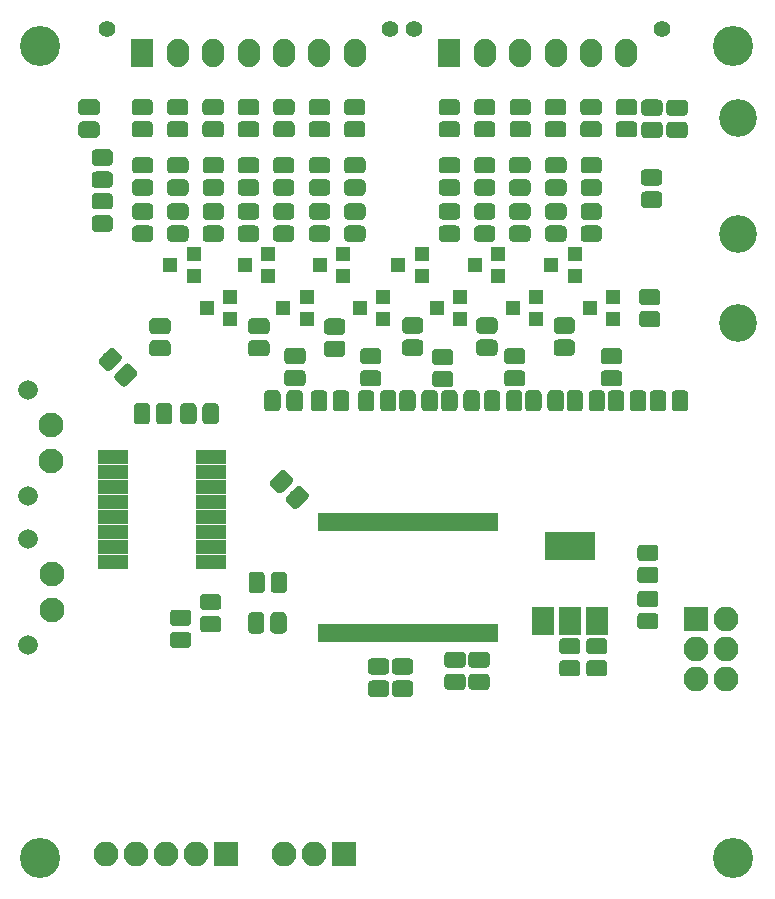
<source format=gbr>
G04 #@! TF.GenerationSoftware,KiCad,Pcbnew,(5.0.0)*
G04 #@! TF.CreationDate,2019-01-28T16:35:15-06:00*
G04 #@! TF.ProjectId,BPSVoltage,425053566F6C746167652E6B69636164,rev?*
G04 #@! TF.SameCoordinates,Original*
G04 #@! TF.FileFunction,Soldermask,Top*
G04 #@! TF.FilePolarity,Negative*
%FSLAX46Y46*%
G04 Gerber Fmt 4.6, Leading zero omitted, Abs format (unit mm)*
G04 Created by KiCad (PCBNEW (5.0.0)) date 01/28/19 16:35:15*
%MOMM*%
%LPD*%
G01*
G04 APERTURE LIST*
%ADD10R,1.300000X1.200000*%
%ADD11R,2.600000X1.160000*%
%ADD12C,1.400000*%
%ADD13R,1.900000X2.400000*%
%ADD14O,1.900000X2.400000*%
%ADD15R,0.800000X1.600000*%
%ADD16R,4.200000X2.400000*%
%ADD17C,0.100000*%
%ADD18C,1.375000*%
%ADD19C,1.670000*%
%ADD20C,2.100000*%
%ADD21R,2.100000X2.100000*%
%ADD22O,2.100000X2.100000*%
%ADD23C,3.200000*%
%ADD24C,3.400000*%
G04 APERTURE END LIST*
D10*
G04 #@! TO.C,Q9*
X159382560Y-64217122D03*
X159382560Y-62317122D03*
X157382560Y-63267122D03*
G04 #@! TD*
D11*
G04 #@! TO.C,U2*
X139890500Y-88417400D03*
X139890500Y-87147400D03*
X148145500Y-79527400D03*
X139890500Y-80797400D03*
X148145500Y-80797400D03*
X148145500Y-83337400D03*
X139890500Y-79527400D03*
X148145500Y-82067400D03*
X139890500Y-82067400D03*
X139890500Y-83337400D03*
X139890500Y-85877400D03*
X148145500Y-84607400D03*
X148145500Y-85877400D03*
X148145500Y-88417400D03*
X139890500Y-84607400D03*
X148145500Y-87147400D03*
G04 #@! TD*
D12*
G04 #@! TO.C,J4*
X139358560Y-43313122D03*
X163358560Y-43313122D03*
D13*
X142358560Y-45273122D03*
D14*
X145358560Y-45273122D03*
X148358560Y-45273122D03*
X151358560Y-45273122D03*
X154358560Y-45273122D03*
X157358560Y-45273122D03*
X160358560Y-45273122D03*
G04 #@! TD*
D12*
G04 #@! TO.C,J3*
X165358560Y-43313122D03*
X186358560Y-43313122D03*
D13*
X168358560Y-45273122D03*
D14*
X171358560Y-45273122D03*
X174358560Y-45273122D03*
X177358560Y-45273122D03*
X180358560Y-45273122D03*
X183358560Y-45273122D03*
G04 #@! TD*
D15*
G04 #@! TO.C,U1*
X172178060Y-84983122D03*
X171543060Y-84983122D03*
X170908060Y-84983122D03*
X170273060Y-84983122D03*
X169638060Y-84983122D03*
X169003060Y-84983122D03*
X168368060Y-84983122D03*
X167733060Y-84983122D03*
X167098060Y-84983122D03*
X166463060Y-84983122D03*
X165828060Y-84983122D03*
X165193060Y-84983122D03*
X164558060Y-84983122D03*
X163923060Y-84983122D03*
X163288060Y-84983122D03*
X162653060Y-84983122D03*
X162018060Y-84983122D03*
X161383060Y-84983122D03*
X160748060Y-84983122D03*
X160113060Y-84983122D03*
X159478060Y-84983122D03*
X158843060Y-84983122D03*
X158208060Y-84983122D03*
X157573060Y-84983122D03*
X157573060Y-94383122D03*
X158208060Y-94383122D03*
X158843060Y-94383122D03*
X159478060Y-94383122D03*
X160113060Y-94383122D03*
X160748060Y-94383122D03*
X161383060Y-94383122D03*
X162018060Y-94383122D03*
X162653060Y-94383122D03*
X163288060Y-94383122D03*
X163923060Y-94383122D03*
X164558060Y-94383122D03*
X165193060Y-94383122D03*
X165828060Y-94383122D03*
X166463060Y-94383122D03*
X167098060Y-94383122D03*
X167733060Y-94383122D03*
X168368060Y-94383122D03*
X169003060Y-94383122D03*
X169638060Y-94383122D03*
X170273060Y-94383122D03*
X170908060Y-94383122D03*
X171543060Y-94383122D03*
X172178060Y-94383122D03*
G04 #@! TD*
D16*
G04 #@! TO.C,Q5*
X178562000Y-87070400D03*
D13*
X178562000Y-93370400D03*
X180862000Y-93370400D03*
X176262000Y-93370400D03*
G04 #@! TD*
D17*
G04 #@! TO.C,C1*
G36*
X179151943Y-94843555D02*
X179185312Y-94848505D01*
X179218035Y-94856702D01*
X179249797Y-94868066D01*
X179280293Y-94882490D01*
X179309227Y-94899832D01*
X179336323Y-94919928D01*
X179361318Y-94942582D01*
X179383972Y-94967577D01*
X179404068Y-94994673D01*
X179421410Y-95023607D01*
X179435834Y-95054103D01*
X179447198Y-95085865D01*
X179455395Y-95118588D01*
X179460345Y-95151957D01*
X179462000Y-95185650D01*
X179462000Y-95873150D01*
X179460345Y-95906843D01*
X179455395Y-95940212D01*
X179447198Y-95972935D01*
X179435834Y-96004697D01*
X179421410Y-96035193D01*
X179404068Y-96064127D01*
X179383972Y-96091223D01*
X179361318Y-96116218D01*
X179336323Y-96138872D01*
X179309227Y-96158968D01*
X179280293Y-96176310D01*
X179249797Y-96190734D01*
X179218035Y-96202098D01*
X179185312Y-96210295D01*
X179151943Y-96215245D01*
X179118250Y-96216900D01*
X178005750Y-96216900D01*
X177972057Y-96215245D01*
X177938688Y-96210295D01*
X177905965Y-96202098D01*
X177874203Y-96190734D01*
X177843707Y-96176310D01*
X177814773Y-96158968D01*
X177787677Y-96138872D01*
X177762682Y-96116218D01*
X177740028Y-96091223D01*
X177719932Y-96064127D01*
X177702590Y-96035193D01*
X177688166Y-96004697D01*
X177676802Y-95972935D01*
X177668605Y-95940212D01*
X177663655Y-95906843D01*
X177662000Y-95873150D01*
X177662000Y-95185650D01*
X177663655Y-95151957D01*
X177668605Y-95118588D01*
X177676802Y-95085865D01*
X177688166Y-95054103D01*
X177702590Y-95023607D01*
X177719932Y-94994673D01*
X177740028Y-94967577D01*
X177762682Y-94942582D01*
X177787677Y-94919928D01*
X177814773Y-94899832D01*
X177843707Y-94882490D01*
X177874203Y-94868066D01*
X177905965Y-94856702D01*
X177938688Y-94848505D01*
X177972057Y-94843555D01*
X178005750Y-94841900D01*
X179118250Y-94841900D01*
X179151943Y-94843555D01*
X179151943Y-94843555D01*
G37*
D18*
X178562000Y-95529400D03*
D17*
G36*
X179151943Y-96718555D02*
X179185312Y-96723505D01*
X179218035Y-96731702D01*
X179249797Y-96743066D01*
X179280293Y-96757490D01*
X179309227Y-96774832D01*
X179336323Y-96794928D01*
X179361318Y-96817582D01*
X179383972Y-96842577D01*
X179404068Y-96869673D01*
X179421410Y-96898607D01*
X179435834Y-96929103D01*
X179447198Y-96960865D01*
X179455395Y-96993588D01*
X179460345Y-97026957D01*
X179462000Y-97060650D01*
X179462000Y-97748150D01*
X179460345Y-97781843D01*
X179455395Y-97815212D01*
X179447198Y-97847935D01*
X179435834Y-97879697D01*
X179421410Y-97910193D01*
X179404068Y-97939127D01*
X179383972Y-97966223D01*
X179361318Y-97991218D01*
X179336323Y-98013872D01*
X179309227Y-98033968D01*
X179280293Y-98051310D01*
X179249797Y-98065734D01*
X179218035Y-98077098D01*
X179185312Y-98085295D01*
X179151943Y-98090245D01*
X179118250Y-98091900D01*
X178005750Y-98091900D01*
X177972057Y-98090245D01*
X177938688Y-98085295D01*
X177905965Y-98077098D01*
X177874203Y-98065734D01*
X177843707Y-98051310D01*
X177814773Y-98033968D01*
X177787677Y-98013872D01*
X177762682Y-97991218D01*
X177740028Y-97966223D01*
X177719932Y-97939127D01*
X177702590Y-97910193D01*
X177688166Y-97879697D01*
X177676802Y-97847935D01*
X177668605Y-97815212D01*
X177663655Y-97781843D01*
X177662000Y-97748150D01*
X177662000Y-97060650D01*
X177663655Y-97026957D01*
X177668605Y-96993588D01*
X177676802Y-96960865D01*
X177688166Y-96929103D01*
X177702590Y-96898607D01*
X177719932Y-96869673D01*
X177740028Y-96842577D01*
X177762682Y-96817582D01*
X177787677Y-96794928D01*
X177814773Y-96774832D01*
X177843707Y-96757490D01*
X177874203Y-96743066D01*
X177905965Y-96731702D01*
X177938688Y-96723505D01*
X177972057Y-96718555D01*
X178005750Y-96716900D01*
X179118250Y-96716900D01*
X179151943Y-96718555D01*
X179151943Y-96718555D01*
G37*
D18*
X178562000Y-97404400D03*
G04 #@! TD*
D17*
G04 #@! TO.C,C2*
G36*
X186398503Y-73862277D02*
X186431872Y-73867227D01*
X186464595Y-73875424D01*
X186496357Y-73886788D01*
X186526853Y-73901212D01*
X186555787Y-73918554D01*
X186582883Y-73938650D01*
X186607878Y-73961304D01*
X186630532Y-73986299D01*
X186650628Y-74013395D01*
X186667970Y-74042329D01*
X186682394Y-74072825D01*
X186693758Y-74104587D01*
X186701955Y-74137310D01*
X186706905Y-74170679D01*
X186708560Y-74204372D01*
X186708560Y-75316872D01*
X186706905Y-75350565D01*
X186701955Y-75383934D01*
X186693758Y-75416657D01*
X186682394Y-75448419D01*
X186667970Y-75478915D01*
X186650628Y-75507849D01*
X186630532Y-75534945D01*
X186607878Y-75559940D01*
X186582883Y-75582594D01*
X186555787Y-75602690D01*
X186526853Y-75620032D01*
X186496357Y-75634456D01*
X186464595Y-75645820D01*
X186431872Y-75654017D01*
X186398503Y-75658967D01*
X186364810Y-75660622D01*
X185677310Y-75660622D01*
X185643617Y-75658967D01*
X185610248Y-75654017D01*
X185577525Y-75645820D01*
X185545763Y-75634456D01*
X185515267Y-75620032D01*
X185486333Y-75602690D01*
X185459237Y-75582594D01*
X185434242Y-75559940D01*
X185411588Y-75534945D01*
X185391492Y-75507849D01*
X185374150Y-75478915D01*
X185359726Y-75448419D01*
X185348362Y-75416657D01*
X185340165Y-75383934D01*
X185335215Y-75350565D01*
X185333560Y-75316872D01*
X185333560Y-74204372D01*
X185335215Y-74170679D01*
X185340165Y-74137310D01*
X185348362Y-74104587D01*
X185359726Y-74072825D01*
X185374150Y-74042329D01*
X185391492Y-74013395D01*
X185411588Y-73986299D01*
X185434242Y-73961304D01*
X185459237Y-73938650D01*
X185486333Y-73918554D01*
X185515267Y-73901212D01*
X185545763Y-73886788D01*
X185577525Y-73875424D01*
X185610248Y-73867227D01*
X185643617Y-73862277D01*
X185677310Y-73860622D01*
X186364810Y-73860622D01*
X186398503Y-73862277D01*
X186398503Y-73862277D01*
G37*
D18*
X186021060Y-74760622D03*
D17*
G36*
X188273503Y-73862277D02*
X188306872Y-73867227D01*
X188339595Y-73875424D01*
X188371357Y-73886788D01*
X188401853Y-73901212D01*
X188430787Y-73918554D01*
X188457883Y-73938650D01*
X188482878Y-73961304D01*
X188505532Y-73986299D01*
X188525628Y-74013395D01*
X188542970Y-74042329D01*
X188557394Y-74072825D01*
X188568758Y-74104587D01*
X188576955Y-74137310D01*
X188581905Y-74170679D01*
X188583560Y-74204372D01*
X188583560Y-75316872D01*
X188581905Y-75350565D01*
X188576955Y-75383934D01*
X188568758Y-75416657D01*
X188557394Y-75448419D01*
X188542970Y-75478915D01*
X188525628Y-75507849D01*
X188505532Y-75534945D01*
X188482878Y-75559940D01*
X188457883Y-75582594D01*
X188430787Y-75602690D01*
X188401853Y-75620032D01*
X188371357Y-75634456D01*
X188339595Y-75645820D01*
X188306872Y-75654017D01*
X188273503Y-75658967D01*
X188239810Y-75660622D01*
X187552310Y-75660622D01*
X187518617Y-75658967D01*
X187485248Y-75654017D01*
X187452525Y-75645820D01*
X187420763Y-75634456D01*
X187390267Y-75620032D01*
X187361333Y-75602690D01*
X187334237Y-75582594D01*
X187309242Y-75559940D01*
X187286588Y-75534945D01*
X187266492Y-75507849D01*
X187249150Y-75478915D01*
X187234726Y-75448419D01*
X187223362Y-75416657D01*
X187215165Y-75383934D01*
X187210215Y-75350565D01*
X187208560Y-75316872D01*
X187208560Y-74204372D01*
X187210215Y-74170679D01*
X187215165Y-74137310D01*
X187223362Y-74104587D01*
X187234726Y-74072825D01*
X187249150Y-74042329D01*
X187266492Y-74013395D01*
X187286588Y-73986299D01*
X187309242Y-73961304D01*
X187334237Y-73938650D01*
X187361333Y-73918554D01*
X187390267Y-73901212D01*
X187420763Y-73886788D01*
X187452525Y-73875424D01*
X187485248Y-73867227D01*
X187518617Y-73862277D01*
X187552310Y-73860622D01*
X188239810Y-73860622D01*
X188273503Y-73862277D01*
X188273503Y-73862277D01*
G37*
D18*
X187896060Y-74760622D03*
G04 #@! TD*
D17*
G04 #@! TO.C,C3*
G36*
X186073443Y-57031055D02*
X186106812Y-57036005D01*
X186139535Y-57044202D01*
X186171297Y-57055566D01*
X186201793Y-57069990D01*
X186230727Y-57087332D01*
X186257823Y-57107428D01*
X186282818Y-57130082D01*
X186305472Y-57155077D01*
X186325568Y-57182173D01*
X186342910Y-57211107D01*
X186357334Y-57241603D01*
X186368698Y-57273365D01*
X186376895Y-57306088D01*
X186381845Y-57339457D01*
X186383500Y-57373150D01*
X186383500Y-58060650D01*
X186381845Y-58094343D01*
X186376895Y-58127712D01*
X186368698Y-58160435D01*
X186357334Y-58192197D01*
X186342910Y-58222693D01*
X186325568Y-58251627D01*
X186305472Y-58278723D01*
X186282818Y-58303718D01*
X186257823Y-58326372D01*
X186230727Y-58346468D01*
X186201793Y-58363810D01*
X186171297Y-58378234D01*
X186139535Y-58389598D01*
X186106812Y-58397795D01*
X186073443Y-58402745D01*
X186039750Y-58404400D01*
X184927250Y-58404400D01*
X184893557Y-58402745D01*
X184860188Y-58397795D01*
X184827465Y-58389598D01*
X184795703Y-58378234D01*
X184765207Y-58363810D01*
X184736273Y-58346468D01*
X184709177Y-58326372D01*
X184684182Y-58303718D01*
X184661528Y-58278723D01*
X184641432Y-58251627D01*
X184624090Y-58222693D01*
X184609666Y-58192197D01*
X184598302Y-58160435D01*
X184590105Y-58127712D01*
X184585155Y-58094343D01*
X184583500Y-58060650D01*
X184583500Y-57373150D01*
X184585155Y-57339457D01*
X184590105Y-57306088D01*
X184598302Y-57273365D01*
X184609666Y-57241603D01*
X184624090Y-57211107D01*
X184641432Y-57182173D01*
X184661528Y-57155077D01*
X184684182Y-57130082D01*
X184709177Y-57107428D01*
X184736273Y-57087332D01*
X184765207Y-57069990D01*
X184795703Y-57055566D01*
X184827465Y-57044202D01*
X184860188Y-57036005D01*
X184893557Y-57031055D01*
X184927250Y-57029400D01*
X186039750Y-57029400D01*
X186073443Y-57031055D01*
X186073443Y-57031055D01*
G37*
D18*
X185483500Y-57716900D03*
D17*
G36*
X186073443Y-55156055D02*
X186106812Y-55161005D01*
X186139535Y-55169202D01*
X186171297Y-55180566D01*
X186201793Y-55194990D01*
X186230727Y-55212332D01*
X186257823Y-55232428D01*
X186282818Y-55255082D01*
X186305472Y-55280077D01*
X186325568Y-55307173D01*
X186342910Y-55336107D01*
X186357334Y-55366603D01*
X186368698Y-55398365D01*
X186376895Y-55431088D01*
X186381845Y-55464457D01*
X186383500Y-55498150D01*
X186383500Y-56185650D01*
X186381845Y-56219343D01*
X186376895Y-56252712D01*
X186368698Y-56285435D01*
X186357334Y-56317197D01*
X186342910Y-56347693D01*
X186325568Y-56376627D01*
X186305472Y-56403723D01*
X186282818Y-56428718D01*
X186257823Y-56451372D01*
X186230727Y-56471468D01*
X186201793Y-56488810D01*
X186171297Y-56503234D01*
X186139535Y-56514598D01*
X186106812Y-56522795D01*
X186073443Y-56527745D01*
X186039750Y-56529400D01*
X184927250Y-56529400D01*
X184893557Y-56527745D01*
X184860188Y-56522795D01*
X184827465Y-56514598D01*
X184795703Y-56503234D01*
X184765207Y-56488810D01*
X184736273Y-56471468D01*
X184709177Y-56451372D01*
X184684182Y-56428718D01*
X184661528Y-56403723D01*
X184641432Y-56376627D01*
X184624090Y-56347693D01*
X184609666Y-56317197D01*
X184598302Y-56285435D01*
X184590105Y-56252712D01*
X184585155Y-56219343D01*
X184583500Y-56185650D01*
X184583500Y-55498150D01*
X184585155Y-55464457D01*
X184590105Y-55431088D01*
X184598302Y-55398365D01*
X184609666Y-55366603D01*
X184624090Y-55336107D01*
X184641432Y-55307173D01*
X184661528Y-55280077D01*
X184684182Y-55255082D01*
X184709177Y-55232428D01*
X184736273Y-55212332D01*
X184765207Y-55194990D01*
X184795703Y-55180566D01*
X184827465Y-55169202D01*
X184860188Y-55161005D01*
X184893557Y-55156055D01*
X184927250Y-55154400D01*
X186039750Y-55154400D01*
X186073443Y-55156055D01*
X186073443Y-55156055D01*
G37*
D18*
X185483500Y-55841900D03*
G04 #@! TD*
D17*
G04 #@! TO.C,C4*
G36*
X184717503Y-73862277D02*
X184750872Y-73867227D01*
X184783595Y-73875424D01*
X184815357Y-73886788D01*
X184845853Y-73901212D01*
X184874787Y-73918554D01*
X184901883Y-73938650D01*
X184926878Y-73961304D01*
X184949532Y-73986299D01*
X184969628Y-74013395D01*
X184986970Y-74042329D01*
X185001394Y-74072825D01*
X185012758Y-74104587D01*
X185020955Y-74137310D01*
X185025905Y-74170679D01*
X185027560Y-74204372D01*
X185027560Y-75316872D01*
X185025905Y-75350565D01*
X185020955Y-75383934D01*
X185012758Y-75416657D01*
X185001394Y-75448419D01*
X184986970Y-75478915D01*
X184969628Y-75507849D01*
X184949532Y-75534945D01*
X184926878Y-75559940D01*
X184901883Y-75582594D01*
X184874787Y-75602690D01*
X184845853Y-75620032D01*
X184815357Y-75634456D01*
X184783595Y-75645820D01*
X184750872Y-75654017D01*
X184717503Y-75658967D01*
X184683810Y-75660622D01*
X183996310Y-75660622D01*
X183962617Y-75658967D01*
X183929248Y-75654017D01*
X183896525Y-75645820D01*
X183864763Y-75634456D01*
X183834267Y-75620032D01*
X183805333Y-75602690D01*
X183778237Y-75582594D01*
X183753242Y-75559940D01*
X183730588Y-75534945D01*
X183710492Y-75507849D01*
X183693150Y-75478915D01*
X183678726Y-75448419D01*
X183667362Y-75416657D01*
X183659165Y-75383934D01*
X183654215Y-75350565D01*
X183652560Y-75316872D01*
X183652560Y-74204372D01*
X183654215Y-74170679D01*
X183659165Y-74137310D01*
X183667362Y-74104587D01*
X183678726Y-74072825D01*
X183693150Y-74042329D01*
X183710492Y-74013395D01*
X183730588Y-73986299D01*
X183753242Y-73961304D01*
X183778237Y-73938650D01*
X183805333Y-73918554D01*
X183834267Y-73901212D01*
X183864763Y-73886788D01*
X183896525Y-73875424D01*
X183929248Y-73867227D01*
X183962617Y-73862277D01*
X183996310Y-73860622D01*
X184683810Y-73860622D01*
X184717503Y-73862277D01*
X184717503Y-73862277D01*
G37*
D18*
X184340060Y-74760622D03*
D17*
G36*
X182842503Y-73862277D02*
X182875872Y-73867227D01*
X182908595Y-73875424D01*
X182940357Y-73886788D01*
X182970853Y-73901212D01*
X182999787Y-73918554D01*
X183026883Y-73938650D01*
X183051878Y-73961304D01*
X183074532Y-73986299D01*
X183094628Y-74013395D01*
X183111970Y-74042329D01*
X183126394Y-74072825D01*
X183137758Y-74104587D01*
X183145955Y-74137310D01*
X183150905Y-74170679D01*
X183152560Y-74204372D01*
X183152560Y-75316872D01*
X183150905Y-75350565D01*
X183145955Y-75383934D01*
X183137758Y-75416657D01*
X183126394Y-75448419D01*
X183111970Y-75478915D01*
X183094628Y-75507849D01*
X183074532Y-75534945D01*
X183051878Y-75559940D01*
X183026883Y-75582594D01*
X182999787Y-75602690D01*
X182970853Y-75620032D01*
X182940357Y-75634456D01*
X182908595Y-75645820D01*
X182875872Y-75654017D01*
X182842503Y-75658967D01*
X182808810Y-75660622D01*
X182121310Y-75660622D01*
X182087617Y-75658967D01*
X182054248Y-75654017D01*
X182021525Y-75645820D01*
X181989763Y-75634456D01*
X181959267Y-75620032D01*
X181930333Y-75602690D01*
X181903237Y-75582594D01*
X181878242Y-75559940D01*
X181855588Y-75534945D01*
X181835492Y-75507849D01*
X181818150Y-75478915D01*
X181803726Y-75448419D01*
X181792362Y-75416657D01*
X181784165Y-75383934D01*
X181779215Y-75350565D01*
X181777560Y-75316872D01*
X181777560Y-74204372D01*
X181779215Y-74170679D01*
X181784165Y-74137310D01*
X181792362Y-74104587D01*
X181803726Y-74072825D01*
X181818150Y-74042329D01*
X181835492Y-74013395D01*
X181855588Y-73986299D01*
X181878242Y-73961304D01*
X181903237Y-73938650D01*
X181930333Y-73918554D01*
X181959267Y-73901212D01*
X181989763Y-73886788D01*
X182021525Y-73875424D01*
X182054248Y-73867227D01*
X182087617Y-73862277D01*
X182121310Y-73860622D01*
X182808810Y-73860622D01*
X182842503Y-73862277D01*
X182842503Y-73862277D01*
G37*
D18*
X182465060Y-74760622D03*
G04 #@! TD*
D17*
G04 #@! TO.C,C5*
G36*
X179350003Y-73862277D02*
X179383372Y-73867227D01*
X179416095Y-73875424D01*
X179447857Y-73886788D01*
X179478353Y-73901212D01*
X179507287Y-73918554D01*
X179534383Y-73938650D01*
X179559378Y-73961304D01*
X179582032Y-73986299D01*
X179602128Y-74013395D01*
X179619470Y-74042329D01*
X179633894Y-74072825D01*
X179645258Y-74104587D01*
X179653455Y-74137310D01*
X179658405Y-74170679D01*
X179660060Y-74204372D01*
X179660060Y-75316872D01*
X179658405Y-75350565D01*
X179653455Y-75383934D01*
X179645258Y-75416657D01*
X179633894Y-75448419D01*
X179619470Y-75478915D01*
X179602128Y-75507849D01*
X179582032Y-75534945D01*
X179559378Y-75559940D01*
X179534383Y-75582594D01*
X179507287Y-75602690D01*
X179478353Y-75620032D01*
X179447857Y-75634456D01*
X179416095Y-75645820D01*
X179383372Y-75654017D01*
X179350003Y-75658967D01*
X179316310Y-75660622D01*
X178628810Y-75660622D01*
X178595117Y-75658967D01*
X178561748Y-75654017D01*
X178529025Y-75645820D01*
X178497263Y-75634456D01*
X178466767Y-75620032D01*
X178437833Y-75602690D01*
X178410737Y-75582594D01*
X178385742Y-75559940D01*
X178363088Y-75534945D01*
X178342992Y-75507849D01*
X178325650Y-75478915D01*
X178311226Y-75448419D01*
X178299862Y-75416657D01*
X178291665Y-75383934D01*
X178286715Y-75350565D01*
X178285060Y-75316872D01*
X178285060Y-74204372D01*
X178286715Y-74170679D01*
X178291665Y-74137310D01*
X178299862Y-74104587D01*
X178311226Y-74072825D01*
X178325650Y-74042329D01*
X178342992Y-74013395D01*
X178363088Y-73986299D01*
X178385742Y-73961304D01*
X178410737Y-73938650D01*
X178437833Y-73918554D01*
X178466767Y-73901212D01*
X178497263Y-73886788D01*
X178529025Y-73875424D01*
X178561748Y-73867227D01*
X178595117Y-73862277D01*
X178628810Y-73860622D01*
X179316310Y-73860622D01*
X179350003Y-73862277D01*
X179350003Y-73862277D01*
G37*
D18*
X178972560Y-74760622D03*
D17*
G36*
X181225003Y-73862277D02*
X181258372Y-73867227D01*
X181291095Y-73875424D01*
X181322857Y-73886788D01*
X181353353Y-73901212D01*
X181382287Y-73918554D01*
X181409383Y-73938650D01*
X181434378Y-73961304D01*
X181457032Y-73986299D01*
X181477128Y-74013395D01*
X181494470Y-74042329D01*
X181508894Y-74072825D01*
X181520258Y-74104587D01*
X181528455Y-74137310D01*
X181533405Y-74170679D01*
X181535060Y-74204372D01*
X181535060Y-75316872D01*
X181533405Y-75350565D01*
X181528455Y-75383934D01*
X181520258Y-75416657D01*
X181508894Y-75448419D01*
X181494470Y-75478915D01*
X181477128Y-75507849D01*
X181457032Y-75534945D01*
X181434378Y-75559940D01*
X181409383Y-75582594D01*
X181382287Y-75602690D01*
X181353353Y-75620032D01*
X181322857Y-75634456D01*
X181291095Y-75645820D01*
X181258372Y-75654017D01*
X181225003Y-75658967D01*
X181191310Y-75660622D01*
X180503810Y-75660622D01*
X180470117Y-75658967D01*
X180436748Y-75654017D01*
X180404025Y-75645820D01*
X180372263Y-75634456D01*
X180341767Y-75620032D01*
X180312833Y-75602690D01*
X180285737Y-75582594D01*
X180260742Y-75559940D01*
X180238088Y-75534945D01*
X180217992Y-75507849D01*
X180200650Y-75478915D01*
X180186226Y-75448419D01*
X180174862Y-75416657D01*
X180166665Y-75383934D01*
X180161715Y-75350565D01*
X180160060Y-75316872D01*
X180160060Y-74204372D01*
X180161715Y-74170679D01*
X180166665Y-74137310D01*
X180174862Y-74104587D01*
X180186226Y-74072825D01*
X180200650Y-74042329D01*
X180217992Y-74013395D01*
X180238088Y-73986299D01*
X180260742Y-73961304D01*
X180285737Y-73938650D01*
X180312833Y-73918554D01*
X180341767Y-73901212D01*
X180372263Y-73886788D01*
X180404025Y-73875424D01*
X180436748Y-73867227D01*
X180470117Y-73862277D01*
X180503810Y-73860622D01*
X181191310Y-73860622D01*
X181225003Y-73862277D01*
X181225003Y-73862277D01*
G37*
D18*
X180847560Y-74760622D03*
G04 #@! TD*
D17*
G04 #@! TO.C,C6*
G36*
X177732503Y-73862277D02*
X177765872Y-73867227D01*
X177798595Y-73875424D01*
X177830357Y-73886788D01*
X177860853Y-73901212D01*
X177889787Y-73918554D01*
X177916883Y-73938650D01*
X177941878Y-73961304D01*
X177964532Y-73986299D01*
X177984628Y-74013395D01*
X178001970Y-74042329D01*
X178016394Y-74072825D01*
X178027758Y-74104587D01*
X178035955Y-74137310D01*
X178040905Y-74170679D01*
X178042560Y-74204372D01*
X178042560Y-75316872D01*
X178040905Y-75350565D01*
X178035955Y-75383934D01*
X178027758Y-75416657D01*
X178016394Y-75448419D01*
X178001970Y-75478915D01*
X177984628Y-75507849D01*
X177964532Y-75534945D01*
X177941878Y-75559940D01*
X177916883Y-75582594D01*
X177889787Y-75602690D01*
X177860853Y-75620032D01*
X177830357Y-75634456D01*
X177798595Y-75645820D01*
X177765872Y-75654017D01*
X177732503Y-75658967D01*
X177698810Y-75660622D01*
X177011310Y-75660622D01*
X176977617Y-75658967D01*
X176944248Y-75654017D01*
X176911525Y-75645820D01*
X176879763Y-75634456D01*
X176849267Y-75620032D01*
X176820333Y-75602690D01*
X176793237Y-75582594D01*
X176768242Y-75559940D01*
X176745588Y-75534945D01*
X176725492Y-75507849D01*
X176708150Y-75478915D01*
X176693726Y-75448419D01*
X176682362Y-75416657D01*
X176674165Y-75383934D01*
X176669215Y-75350565D01*
X176667560Y-75316872D01*
X176667560Y-74204372D01*
X176669215Y-74170679D01*
X176674165Y-74137310D01*
X176682362Y-74104587D01*
X176693726Y-74072825D01*
X176708150Y-74042329D01*
X176725492Y-74013395D01*
X176745588Y-73986299D01*
X176768242Y-73961304D01*
X176793237Y-73938650D01*
X176820333Y-73918554D01*
X176849267Y-73901212D01*
X176879763Y-73886788D01*
X176911525Y-73875424D01*
X176944248Y-73867227D01*
X176977617Y-73862277D01*
X177011310Y-73860622D01*
X177698810Y-73860622D01*
X177732503Y-73862277D01*
X177732503Y-73862277D01*
G37*
D18*
X177355060Y-74760622D03*
D17*
G36*
X175857503Y-73862277D02*
X175890872Y-73867227D01*
X175923595Y-73875424D01*
X175955357Y-73886788D01*
X175985853Y-73901212D01*
X176014787Y-73918554D01*
X176041883Y-73938650D01*
X176066878Y-73961304D01*
X176089532Y-73986299D01*
X176109628Y-74013395D01*
X176126970Y-74042329D01*
X176141394Y-74072825D01*
X176152758Y-74104587D01*
X176160955Y-74137310D01*
X176165905Y-74170679D01*
X176167560Y-74204372D01*
X176167560Y-75316872D01*
X176165905Y-75350565D01*
X176160955Y-75383934D01*
X176152758Y-75416657D01*
X176141394Y-75448419D01*
X176126970Y-75478915D01*
X176109628Y-75507849D01*
X176089532Y-75534945D01*
X176066878Y-75559940D01*
X176041883Y-75582594D01*
X176014787Y-75602690D01*
X175985853Y-75620032D01*
X175955357Y-75634456D01*
X175923595Y-75645820D01*
X175890872Y-75654017D01*
X175857503Y-75658967D01*
X175823810Y-75660622D01*
X175136310Y-75660622D01*
X175102617Y-75658967D01*
X175069248Y-75654017D01*
X175036525Y-75645820D01*
X175004763Y-75634456D01*
X174974267Y-75620032D01*
X174945333Y-75602690D01*
X174918237Y-75582594D01*
X174893242Y-75559940D01*
X174870588Y-75534945D01*
X174850492Y-75507849D01*
X174833150Y-75478915D01*
X174818726Y-75448419D01*
X174807362Y-75416657D01*
X174799165Y-75383934D01*
X174794215Y-75350565D01*
X174792560Y-75316872D01*
X174792560Y-74204372D01*
X174794215Y-74170679D01*
X174799165Y-74137310D01*
X174807362Y-74104587D01*
X174818726Y-74072825D01*
X174833150Y-74042329D01*
X174850492Y-74013395D01*
X174870588Y-73986299D01*
X174893242Y-73961304D01*
X174918237Y-73938650D01*
X174945333Y-73918554D01*
X174974267Y-73901212D01*
X175004763Y-73886788D01*
X175036525Y-73875424D01*
X175069248Y-73867227D01*
X175102617Y-73862277D01*
X175136310Y-73860622D01*
X175823810Y-73860622D01*
X175857503Y-73862277D01*
X175857503Y-73862277D01*
G37*
D18*
X175480060Y-74760622D03*
G04 #@! TD*
D17*
G04 #@! TO.C,C7*
G36*
X172365003Y-73862277D02*
X172398372Y-73867227D01*
X172431095Y-73875424D01*
X172462857Y-73886788D01*
X172493353Y-73901212D01*
X172522287Y-73918554D01*
X172549383Y-73938650D01*
X172574378Y-73961304D01*
X172597032Y-73986299D01*
X172617128Y-74013395D01*
X172634470Y-74042329D01*
X172648894Y-74072825D01*
X172660258Y-74104587D01*
X172668455Y-74137310D01*
X172673405Y-74170679D01*
X172675060Y-74204372D01*
X172675060Y-75316872D01*
X172673405Y-75350565D01*
X172668455Y-75383934D01*
X172660258Y-75416657D01*
X172648894Y-75448419D01*
X172634470Y-75478915D01*
X172617128Y-75507849D01*
X172597032Y-75534945D01*
X172574378Y-75559940D01*
X172549383Y-75582594D01*
X172522287Y-75602690D01*
X172493353Y-75620032D01*
X172462857Y-75634456D01*
X172431095Y-75645820D01*
X172398372Y-75654017D01*
X172365003Y-75658967D01*
X172331310Y-75660622D01*
X171643810Y-75660622D01*
X171610117Y-75658967D01*
X171576748Y-75654017D01*
X171544025Y-75645820D01*
X171512263Y-75634456D01*
X171481767Y-75620032D01*
X171452833Y-75602690D01*
X171425737Y-75582594D01*
X171400742Y-75559940D01*
X171378088Y-75534945D01*
X171357992Y-75507849D01*
X171340650Y-75478915D01*
X171326226Y-75448419D01*
X171314862Y-75416657D01*
X171306665Y-75383934D01*
X171301715Y-75350565D01*
X171300060Y-75316872D01*
X171300060Y-74204372D01*
X171301715Y-74170679D01*
X171306665Y-74137310D01*
X171314862Y-74104587D01*
X171326226Y-74072825D01*
X171340650Y-74042329D01*
X171357992Y-74013395D01*
X171378088Y-73986299D01*
X171400742Y-73961304D01*
X171425737Y-73938650D01*
X171452833Y-73918554D01*
X171481767Y-73901212D01*
X171512263Y-73886788D01*
X171544025Y-73875424D01*
X171576748Y-73867227D01*
X171610117Y-73862277D01*
X171643810Y-73860622D01*
X172331310Y-73860622D01*
X172365003Y-73862277D01*
X172365003Y-73862277D01*
G37*
D18*
X171987560Y-74760622D03*
D17*
G36*
X174240003Y-73862277D02*
X174273372Y-73867227D01*
X174306095Y-73875424D01*
X174337857Y-73886788D01*
X174368353Y-73901212D01*
X174397287Y-73918554D01*
X174424383Y-73938650D01*
X174449378Y-73961304D01*
X174472032Y-73986299D01*
X174492128Y-74013395D01*
X174509470Y-74042329D01*
X174523894Y-74072825D01*
X174535258Y-74104587D01*
X174543455Y-74137310D01*
X174548405Y-74170679D01*
X174550060Y-74204372D01*
X174550060Y-75316872D01*
X174548405Y-75350565D01*
X174543455Y-75383934D01*
X174535258Y-75416657D01*
X174523894Y-75448419D01*
X174509470Y-75478915D01*
X174492128Y-75507849D01*
X174472032Y-75534945D01*
X174449378Y-75559940D01*
X174424383Y-75582594D01*
X174397287Y-75602690D01*
X174368353Y-75620032D01*
X174337857Y-75634456D01*
X174306095Y-75645820D01*
X174273372Y-75654017D01*
X174240003Y-75658967D01*
X174206310Y-75660622D01*
X173518810Y-75660622D01*
X173485117Y-75658967D01*
X173451748Y-75654017D01*
X173419025Y-75645820D01*
X173387263Y-75634456D01*
X173356767Y-75620032D01*
X173327833Y-75602690D01*
X173300737Y-75582594D01*
X173275742Y-75559940D01*
X173253088Y-75534945D01*
X173232992Y-75507849D01*
X173215650Y-75478915D01*
X173201226Y-75448419D01*
X173189862Y-75416657D01*
X173181665Y-75383934D01*
X173176715Y-75350565D01*
X173175060Y-75316872D01*
X173175060Y-74204372D01*
X173176715Y-74170679D01*
X173181665Y-74137310D01*
X173189862Y-74104587D01*
X173201226Y-74072825D01*
X173215650Y-74042329D01*
X173232992Y-74013395D01*
X173253088Y-73986299D01*
X173275742Y-73961304D01*
X173300737Y-73938650D01*
X173327833Y-73918554D01*
X173356767Y-73901212D01*
X173387263Y-73886788D01*
X173419025Y-73875424D01*
X173451748Y-73867227D01*
X173485117Y-73862277D01*
X173518810Y-73860622D01*
X174206310Y-73860622D01*
X174240003Y-73862277D01*
X174240003Y-73862277D01*
G37*
D18*
X173862560Y-74760622D03*
G04 #@! TD*
D17*
G04 #@! TO.C,C8*
G36*
X162959443Y-98433055D02*
X162992812Y-98438005D01*
X163025535Y-98446202D01*
X163057297Y-98457566D01*
X163087793Y-98471990D01*
X163116727Y-98489332D01*
X163143823Y-98509428D01*
X163168818Y-98532082D01*
X163191472Y-98557077D01*
X163211568Y-98584173D01*
X163228910Y-98613107D01*
X163243334Y-98643603D01*
X163254698Y-98675365D01*
X163262895Y-98708088D01*
X163267845Y-98741457D01*
X163269500Y-98775150D01*
X163269500Y-99462650D01*
X163267845Y-99496343D01*
X163262895Y-99529712D01*
X163254698Y-99562435D01*
X163243334Y-99594197D01*
X163228910Y-99624693D01*
X163211568Y-99653627D01*
X163191472Y-99680723D01*
X163168818Y-99705718D01*
X163143823Y-99728372D01*
X163116727Y-99748468D01*
X163087793Y-99765810D01*
X163057297Y-99780234D01*
X163025535Y-99791598D01*
X162992812Y-99799795D01*
X162959443Y-99804745D01*
X162925750Y-99806400D01*
X161813250Y-99806400D01*
X161779557Y-99804745D01*
X161746188Y-99799795D01*
X161713465Y-99791598D01*
X161681703Y-99780234D01*
X161651207Y-99765810D01*
X161622273Y-99748468D01*
X161595177Y-99728372D01*
X161570182Y-99705718D01*
X161547528Y-99680723D01*
X161527432Y-99653627D01*
X161510090Y-99624693D01*
X161495666Y-99594197D01*
X161484302Y-99562435D01*
X161476105Y-99529712D01*
X161471155Y-99496343D01*
X161469500Y-99462650D01*
X161469500Y-98775150D01*
X161471155Y-98741457D01*
X161476105Y-98708088D01*
X161484302Y-98675365D01*
X161495666Y-98643603D01*
X161510090Y-98613107D01*
X161527432Y-98584173D01*
X161547528Y-98557077D01*
X161570182Y-98532082D01*
X161595177Y-98509428D01*
X161622273Y-98489332D01*
X161651207Y-98471990D01*
X161681703Y-98457566D01*
X161713465Y-98446202D01*
X161746188Y-98438005D01*
X161779557Y-98433055D01*
X161813250Y-98431400D01*
X162925750Y-98431400D01*
X162959443Y-98433055D01*
X162959443Y-98433055D01*
G37*
D18*
X162369500Y-99118900D03*
D17*
G36*
X162959443Y-96558055D02*
X162992812Y-96563005D01*
X163025535Y-96571202D01*
X163057297Y-96582566D01*
X163087793Y-96596990D01*
X163116727Y-96614332D01*
X163143823Y-96634428D01*
X163168818Y-96657082D01*
X163191472Y-96682077D01*
X163211568Y-96709173D01*
X163228910Y-96738107D01*
X163243334Y-96768603D01*
X163254698Y-96800365D01*
X163262895Y-96833088D01*
X163267845Y-96866457D01*
X163269500Y-96900150D01*
X163269500Y-97587650D01*
X163267845Y-97621343D01*
X163262895Y-97654712D01*
X163254698Y-97687435D01*
X163243334Y-97719197D01*
X163228910Y-97749693D01*
X163211568Y-97778627D01*
X163191472Y-97805723D01*
X163168818Y-97830718D01*
X163143823Y-97853372D01*
X163116727Y-97873468D01*
X163087793Y-97890810D01*
X163057297Y-97905234D01*
X163025535Y-97916598D01*
X162992812Y-97924795D01*
X162959443Y-97929745D01*
X162925750Y-97931400D01*
X161813250Y-97931400D01*
X161779557Y-97929745D01*
X161746188Y-97924795D01*
X161713465Y-97916598D01*
X161681703Y-97905234D01*
X161651207Y-97890810D01*
X161622273Y-97873468D01*
X161595177Y-97853372D01*
X161570182Y-97830718D01*
X161547528Y-97805723D01*
X161527432Y-97778627D01*
X161510090Y-97749693D01*
X161495666Y-97719197D01*
X161484302Y-97687435D01*
X161476105Y-97654712D01*
X161471155Y-97621343D01*
X161469500Y-97587650D01*
X161469500Y-96900150D01*
X161471155Y-96866457D01*
X161476105Y-96833088D01*
X161484302Y-96800365D01*
X161495666Y-96768603D01*
X161510090Y-96738107D01*
X161527432Y-96709173D01*
X161547528Y-96682077D01*
X161570182Y-96657082D01*
X161595177Y-96634428D01*
X161622273Y-96614332D01*
X161651207Y-96596990D01*
X161681703Y-96582566D01*
X161713465Y-96571202D01*
X161746188Y-96563005D01*
X161779557Y-96558055D01*
X161813250Y-96556400D01*
X162925750Y-96556400D01*
X162959443Y-96558055D01*
X162959443Y-96558055D01*
G37*
D18*
X162369500Y-97243900D03*
G04 #@! TD*
D17*
G04 #@! TO.C,C9*
G36*
X164991443Y-96558055D02*
X165024812Y-96563005D01*
X165057535Y-96571202D01*
X165089297Y-96582566D01*
X165119793Y-96596990D01*
X165148727Y-96614332D01*
X165175823Y-96634428D01*
X165200818Y-96657082D01*
X165223472Y-96682077D01*
X165243568Y-96709173D01*
X165260910Y-96738107D01*
X165275334Y-96768603D01*
X165286698Y-96800365D01*
X165294895Y-96833088D01*
X165299845Y-96866457D01*
X165301500Y-96900150D01*
X165301500Y-97587650D01*
X165299845Y-97621343D01*
X165294895Y-97654712D01*
X165286698Y-97687435D01*
X165275334Y-97719197D01*
X165260910Y-97749693D01*
X165243568Y-97778627D01*
X165223472Y-97805723D01*
X165200818Y-97830718D01*
X165175823Y-97853372D01*
X165148727Y-97873468D01*
X165119793Y-97890810D01*
X165089297Y-97905234D01*
X165057535Y-97916598D01*
X165024812Y-97924795D01*
X164991443Y-97929745D01*
X164957750Y-97931400D01*
X163845250Y-97931400D01*
X163811557Y-97929745D01*
X163778188Y-97924795D01*
X163745465Y-97916598D01*
X163713703Y-97905234D01*
X163683207Y-97890810D01*
X163654273Y-97873468D01*
X163627177Y-97853372D01*
X163602182Y-97830718D01*
X163579528Y-97805723D01*
X163559432Y-97778627D01*
X163542090Y-97749693D01*
X163527666Y-97719197D01*
X163516302Y-97687435D01*
X163508105Y-97654712D01*
X163503155Y-97621343D01*
X163501500Y-97587650D01*
X163501500Y-96900150D01*
X163503155Y-96866457D01*
X163508105Y-96833088D01*
X163516302Y-96800365D01*
X163527666Y-96768603D01*
X163542090Y-96738107D01*
X163559432Y-96709173D01*
X163579528Y-96682077D01*
X163602182Y-96657082D01*
X163627177Y-96634428D01*
X163654273Y-96614332D01*
X163683207Y-96596990D01*
X163713703Y-96582566D01*
X163745465Y-96571202D01*
X163778188Y-96563005D01*
X163811557Y-96558055D01*
X163845250Y-96556400D01*
X164957750Y-96556400D01*
X164991443Y-96558055D01*
X164991443Y-96558055D01*
G37*
D18*
X164401500Y-97243900D03*
D17*
G36*
X164991443Y-98433055D02*
X165024812Y-98438005D01*
X165057535Y-98446202D01*
X165089297Y-98457566D01*
X165119793Y-98471990D01*
X165148727Y-98489332D01*
X165175823Y-98509428D01*
X165200818Y-98532082D01*
X165223472Y-98557077D01*
X165243568Y-98584173D01*
X165260910Y-98613107D01*
X165275334Y-98643603D01*
X165286698Y-98675365D01*
X165294895Y-98708088D01*
X165299845Y-98741457D01*
X165301500Y-98775150D01*
X165301500Y-99462650D01*
X165299845Y-99496343D01*
X165294895Y-99529712D01*
X165286698Y-99562435D01*
X165275334Y-99594197D01*
X165260910Y-99624693D01*
X165243568Y-99653627D01*
X165223472Y-99680723D01*
X165200818Y-99705718D01*
X165175823Y-99728372D01*
X165148727Y-99748468D01*
X165119793Y-99765810D01*
X165089297Y-99780234D01*
X165057535Y-99791598D01*
X165024812Y-99799795D01*
X164991443Y-99804745D01*
X164957750Y-99806400D01*
X163845250Y-99806400D01*
X163811557Y-99804745D01*
X163778188Y-99799795D01*
X163745465Y-99791598D01*
X163713703Y-99780234D01*
X163683207Y-99765810D01*
X163654273Y-99748468D01*
X163627177Y-99728372D01*
X163602182Y-99705718D01*
X163579528Y-99680723D01*
X163559432Y-99653627D01*
X163542090Y-99624693D01*
X163527666Y-99594197D01*
X163516302Y-99562435D01*
X163508105Y-99529712D01*
X163503155Y-99496343D01*
X163501500Y-99462650D01*
X163501500Y-98775150D01*
X163503155Y-98741457D01*
X163508105Y-98708088D01*
X163516302Y-98675365D01*
X163527666Y-98643603D01*
X163542090Y-98613107D01*
X163559432Y-98584173D01*
X163579528Y-98557077D01*
X163602182Y-98532082D01*
X163627177Y-98509428D01*
X163654273Y-98489332D01*
X163683207Y-98471990D01*
X163713703Y-98457566D01*
X163745465Y-98446202D01*
X163778188Y-98438005D01*
X163811557Y-98433055D01*
X163845250Y-98431400D01*
X164957750Y-98431400D01*
X164991443Y-98433055D01*
X164991443Y-98433055D01*
G37*
D18*
X164401500Y-99118900D03*
G04 #@! TD*
D17*
G04 #@! TO.C,C10*
G36*
X181437943Y-96718555D02*
X181471312Y-96723505D01*
X181504035Y-96731702D01*
X181535797Y-96743066D01*
X181566293Y-96757490D01*
X181595227Y-96774832D01*
X181622323Y-96794928D01*
X181647318Y-96817582D01*
X181669972Y-96842577D01*
X181690068Y-96869673D01*
X181707410Y-96898607D01*
X181721834Y-96929103D01*
X181733198Y-96960865D01*
X181741395Y-96993588D01*
X181746345Y-97026957D01*
X181748000Y-97060650D01*
X181748000Y-97748150D01*
X181746345Y-97781843D01*
X181741395Y-97815212D01*
X181733198Y-97847935D01*
X181721834Y-97879697D01*
X181707410Y-97910193D01*
X181690068Y-97939127D01*
X181669972Y-97966223D01*
X181647318Y-97991218D01*
X181622323Y-98013872D01*
X181595227Y-98033968D01*
X181566293Y-98051310D01*
X181535797Y-98065734D01*
X181504035Y-98077098D01*
X181471312Y-98085295D01*
X181437943Y-98090245D01*
X181404250Y-98091900D01*
X180291750Y-98091900D01*
X180258057Y-98090245D01*
X180224688Y-98085295D01*
X180191965Y-98077098D01*
X180160203Y-98065734D01*
X180129707Y-98051310D01*
X180100773Y-98033968D01*
X180073677Y-98013872D01*
X180048682Y-97991218D01*
X180026028Y-97966223D01*
X180005932Y-97939127D01*
X179988590Y-97910193D01*
X179974166Y-97879697D01*
X179962802Y-97847935D01*
X179954605Y-97815212D01*
X179949655Y-97781843D01*
X179948000Y-97748150D01*
X179948000Y-97060650D01*
X179949655Y-97026957D01*
X179954605Y-96993588D01*
X179962802Y-96960865D01*
X179974166Y-96929103D01*
X179988590Y-96898607D01*
X180005932Y-96869673D01*
X180026028Y-96842577D01*
X180048682Y-96817582D01*
X180073677Y-96794928D01*
X180100773Y-96774832D01*
X180129707Y-96757490D01*
X180160203Y-96743066D01*
X180191965Y-96731702D01*
X180224688Y-96723505D01*
X180258057Y-96718555D01*
X180291750Y-96716900D01*
X181404250Y-96716900D01*
X181437943Y-96718555D01*
X181437943Y-96718555D01*
G37*
D18*
X180848000Y-97404400D03*
D17*
G36*
X181437943Y-94843555D02*
X181471312Y-94848505D01*
X181504035Y-94856702D01*
X181535797Y-94868066D01*
X181566293Y-94882490D01*
X181595227Y-94899832D01*
X181622323Y-94919928D01*
X181647318Y-94942582D01*
X181669972Y-94967577D01*
X181690068Y-94994673D01*
X181707410Y-95023607D01*
X181721834Y-95054103D01*
X181733198Y-95085865D01*
X181741395Y-95118588D01*
X181746345Y-95151957D01*
X181748000Y-95185650D01*
X181748000Y-95873150D01*
X181746345Y-95906843D01*
X181741395Y-95940212D01*
X181733198Y-95972935D01*
X181721834Y-96004697D01*
X181707410Y-96035193D01*
X181690068Y-96064127D01*
X181669972Y-96091223D01*
X181647318Y-96116218D01*
X181622323Y-96138872D01*
X181595227Y-96158968D01*
X181566293Y-96176310D01*
X181535797Y-96190734D01*
X181504035Y-96202098D01*
X181471312Y-96210295D01*
X181437943Y-96215245D01*
X181404250Y-96216900D01*
X180291750Y-96216900D01*
X180258057Y-96215245D01*
X180224688Y-96210295D01*
X180191965Y-96202098D01*
X180160203Y-96190734D01*
X180129707Y-96176310D01*
X180100773Y-96158968D01*
X180073677Y-96138872D01*
X180048682Y-96116218D01*
X180026028Y-96091223D01*
X180005932Y-96064127D01*
X179988590Y-96035193D01*
X179974166Y-96004697D01*
X179962802Y-95972935D01*
X179954605Y-95940212D01*
X179949655Y-95906843D01*
X179948000Y-95873150D01*
X179948000Y-95185650D01*
X179949655Y-95151957D01*
X179954605Y-95118588D01*
X179962802Y-95085865D01*
X179974166Y-95054103D01*
X179988590Y-95023607D01*
X180005932Y-94994673D01*
X180026028Y-94967577D01*
X180048682Y-94942582D01*
X180073677Y-94919928D01*
X180100773Y-94899832D01*
X180129707Y-94882490D01*
X180160203Y-94868066D01*
X180191965Y-94856702D01*
X180224688Y-94848505D01*
X180258057Y-94843555D01*
X180291750Y-94841900D01*
X181404250Y-94841900D01*
X181437943Y-94843555D01*
X181437943Y-94843555D01*
G37*
D18*
X180848000Y-95529400D03*
G04 #@! TD*
D17*
G04 #@! TO.C,C11*
G36*
X168745503Y-73862277D02*
X168778872Y-73867227D01*
X168811595Y-73875424D01*
X168843357Y-73886788D01*
X168873853Y-73901212D01*
X168902787Y-73918554D01*
X168929883Y-73938650D01*
X168954878Y-73961304D01*
X168977532Y-73986299D01*
X168997628Y-74013395D01*
X169014970Y-74042329D01*
X169029394Y-74072825D01*
X169040758Y-74104587D01*
X169048955Y-74137310D01*
X169053905Y-74170679D01*
X169055560Y-74204372D01*
X169055560Y-75316872D01*
X169053905Y-75350565D01*
X169048955Y-75383934D01*
X169040758Y-75416657D01*
X169029394Y-75448419D01*
X169014970Y-75478915D01*
X168997628Y-75507849D01*
X168977532Y-75534945D01*
X168954878Y-75559940D01*
X168929883Y-75582594D01*
X168902787Y-75602690D01*
X168873853Y-75620032D01*
X168843357Y-75634456D01*
X168811595Y-75645820D01*
X168778872Y-75654017D01*
X168745503Y-75658967D01*
X168711810Y-75660622D01*
X168024310Y-75660622D01*
X167990617Y-75658967D01*
X167957248Y-75654017D01*
X167924525Y-75645820D01*
X167892763Y-75634456D01*
X167862267Y-75620032D01*
X167833333Y-75602690D01*
X167806237Y-75582594D01*
X167781242Y-75559940D01*
X167758588Y-75534945D01*
X167738492Y-75507849D01*
X167721150Y-75478915D01*
X167706726Y-75448419D01*
X167695362Y-75416657D01*
X167687165Y-75383934D01*
X167682215Y-75350565D01*
X167680560Y-75316872D01*
X167680560Y-74204372D01*
X167682215Y-74170679D01*
X167687165Y-74137310D01*
X167695362Y-74104587D01*
X167706726Y-74072825D01*
X167721150Y-74042329D01*
X167738492Y-74013395D01*
X167758588Y-73986299D01*
X167781242Y-73961304D01*
X167806237Y-73938650D01*
X167833333Y-73918554D01*
X167862267Y-73901212D01*
X167892763Y-73886788D01*
X167924525Y-73875424D01*
X167957248Y-73867227D01*
X167990617Y-73862277D01*
X168024310Y-73860622D01*
X168711810Y-73860622D01*
X168745503Y-73862277D01*
X168745503Y-73862277D01*
G37*
D18*
X168368060Y-74760622D03*
D17*
G36*
X170620503Y-73862277D02*
X170653872Y-73867227D01*
X170686595Y-73875424D01*
X170718357Y-73886788D01*
X170748853Y-73901212D01*
X170777787Y-73918554D01*
X170804883Y-73938650D01*
X170829878Y-73961304D01*
X170852532Y-73986299D01*
X170872628Y-74013395D01*
X170889970Y-74042329D01*
X170904394Y-74072825D01*
X170915758Y-74104587D01*
X170923955Y-74137310D01*
X170928905Y-74170679D01*
X170930560Y-74204372D01*
X170930560Y-75316872D01*
X170928905Y-75350565D01*
X170923955Y-75383934D01*
X170915758Y-75416657D01*
X170904394Y-75448419D01*
X170889970Y-75478915D01*
X170872628Y-75507849D01*
X170852532Y-75534945D01*
X170829878Y-75559940D01*
X170804883Y-75582594D01*
X170777787Y-75602690D01*
X170748853Y-75620032D01*
X170718357Y-75634456D01*
X170686595Y-75645820D01*
X170653872Y-75654017D01*
X170620503Y-75658967D01*
X170586810Y-75660622D01*
X169899310Y-75660622D01*
X169865617Y-75658967D01*
X169832248Y-75654017D01*
X169799525Y-75645820D01*
X169767763Y-75634456D01*
X169737267Y-75620032D01*
X169708333Y-75602690D01*
X169681237Y-75582594D01*
X169656242Y-75559940D01*
X169633588Y-75534945D01*
X169613492Y-75507849D01*
X169596150Y-75478915D01*
X169581726Y-75448419D01*
X169570362Y-75416657D01*
X169562165Y-75383934D01*
X169557215Y-75350565D01*
X169555560Y-75316872D01*
X169555560Y-74204372D01*
X169557215Y-74170679D01*
X169562165Y-74137310D01*
X169570362Y-74104587D01*
X169581726Y-74072825D01*
X169596150Y-74042329D01*
X169613492Y-74013395D01*
X169633588Y-73986299D01*
X169656242Y-73961304D01*
X169681237Y-73938650D01*
X169708333Y-73918554D01*
X169737267Y-73901212D01*
X169767763Y-73886788D01*
X169799525Y-73875424D01*
X169832248Y-73867227D01*
X169865617Y-73862277D01*
X169899310Y-73860622D01*
X170586810Y-73860622D01*
X170620503Y-73862277D01*
X170620503Y-73862277D01*
G37*
D18*
X170243060Y-74760622D03*
G04 #@! TD*
D17*
G04 #@! TO.C,C12*
G36*
X165189503Y-73862277D02*
X165222872Y-73867227D01*
X165255595Y-73875424D01*
X165287357Y-73886788D01*
X165317853Y-73901212D01*
X165346787Y-73918554D01*
X165373883Y-73938650D01*
X165398878Y-73961304D01*
X165421532Y-73986299D01*
X165441628Y-74013395D01*
X165458970Y-74042329D01*
X165473394Y-74072825D01*
X165484758Y-74104587D01*
X165492955Y-74137310D01*
X165497905Y-74170679D01*
X165499560Y-74204372D01*
X165499560Y-75316872D01*
X165497905Y-75350565D01*
X165492955Y-75383934D01*
X165484758Y-75416657D01*
X165473394Y-75448419D01*
X165458970Y-75478915D01*
X165441628Y-75507849D01*
X165421532Y-75534945D01*
X165398878Y-75559940D01*
X165373883Y-75582594D01*
X165346787Y-75602690D01*
X165317853Y-75620032D01*
X165287357Y-75634456D01*
X165255595Y-75645820D01*
X165222872Y-75654017D01*
X165189503Y-75658967D01*
X165155810Y-75660622D01*
X164468310Y-75660622D01*
X164434617Y-75658967D01*
X164401248Y-75654017D01*
X164368525Y-75645820D01*
X164336763Y-75634456D01*
X164306267Y-75620032D01*
X164277333Y-75602690D01*
X164250237Y-75582594D01*
X164225242Y-75559940D01*
X164202588Y-75534945D01*
X164182492Y-75507849D01*
X164165150Y-75478915D01*
X164150726Y-75448419D01*
X164139362Y-75416657D01*
X164131165Y-75383934D01*
X164126215Y-75350565D01*
X164124560Y-75316872D01*
X164124560Y-74204372D01*
X164126215Y-74170679D01*
X164131165Y-74137310D01*
X164139362Y-74104587D01*
X164150726Y-74072825D01*
X164165150Y-74042329D01*
X164182492Y-74013395D01*
X164202588Y-73986299D01*
X164225242Y-73961304D01*
X164250237Y-73938650D01*
X164277333Y-73918554D01*
X164306267Y-73901212D01*
X164336763Y-73886788D01*
X164368525Y-73875424D01*
X164401248Y-73867227D01*
X164434617Y-73862277D01*
X164468310Y-73860622D01*
X165155810Y-73860622D01*
X165189503Y-73862277D01*
X165189503Y-73862277D01*
G37*
D18*
X164812060Y-74760622D03*
D17*
G36*
X167064503Y-73862277D02*
X167097872Y-73867227D01*
X167130595Y-73875424D01*
X167162357Y-73886788D01*
X167192853Y-73901212D01*
X167221787Y-73918554D01*
X167248883Y-73938650D01*
X167273878Y-73961304D01*
X167296532Y-73986299D01*
X167316628Y-74013395D01*
X167333970Y-74042329D01*
X167348394Y-74072825D01*
X167359758Y-74104587D01*
X167367955Y-74137310D01*
X167372905Y-74170679D01*
X167374560Y-74204372D01*
X167374560Y-75316872D01*
X167372905Y-75350565D01*
X167367955Y-75383934D01*
X167359758Y-75416657D01*
X167348394Y-75448419D01*
X167333970Y-75478915D01*
X167316628Y-75507849D01*
X167296532Y-75534945D01*
X167273878Y-75559940D01*
X167248883Y-75582594D01*
X167221787Y-75602690D01*
X167192853Y-75620032D01*
X167162357Y-75634456D01*
X167130595Y-75645820D01*
X167097872Y-75654017D01*
X167064503Y-75658967D01*
X167030810Y-75660622D01*
X166343310Y-75660622D01*
X166309617Y-75658967D01*
X166276248Y-75654017D01*
X166243525Y-75645820D01*
X166211763Y-75634456D01*
X166181267Y-75620032D01*
X166152333Y-75602690D01*
X166125237Y-75582594D01*
X166100242Y-75559940D01*
X166077588Y-75534945D01*
X166057492Y-75507849D01*
X166040150Y-75478915D01*
X166025726Y-75448419D01*
X166014362Y-75416657D01*
X166006165Y-75383934D01*
X166001215Y-75350565D01*
X165999560Y-75316872D01*
X165999560Y-74204372D01*
X166001215Y-74170679D01*
X166006165Y-74137310D01*
X166014362Y-74104587D01*
X166025726Y-74072825D01*
X166040150Y-74042329D01*
X166057492Y-74013395D01*
X166077588Y-73986299D01*
X166100242Y-73961304D01*
X166125237Y-73938650D01*
X166152333Y-73918554D01*
X166181267Y-73901212D01*
X166211763Y-73886788D01*
X166243525Y-73875424D01*
X166276248Y-73867227D01*
X166309617Y-73862277D01*
X166343310Y-73860622D01*
X167030810Y-73860622D01*
X167064503Y-73862277D01*
X167064503Y-73862277D01*
G37*
D18*
X166687060Y-74760622D03*
G04 #@! TD*
D17*
G04 #@! TO.C,C13*
G36*
X163572003Y-73862277D02*
X163605372Y-73867227D01*
X163638095Y-73875424D01*
X163669857Y-73886788D01*
X163700353Y-73901212D01*
X163729287Y-73918554D01*
X163756383Y-73938650D01*
X163781378Y-73961304D01*
X163804032Y-73986299D01*
X163824128Y-74013395D01*
X163841470Y-74042329D01*
X163855894Y-74072825D01*
X163867258Y-74104587D01*
X163875455Y-74137310D01*
X163880405Y-74170679D01*
X163882060Y-74204372D01*
X163882060Y-75316872D01*
X163880405Y-75350565D01*
X163875455Y-75383934D01*
X163867258Y-75416657D01*
X163855894Y-75448419D01*
X163841470Y-75478915D01*
X163824128Y-75507849D01*
X163804032Y-75534945D01*
X163781378Y-75559940D01*
X163756383Y-75582594D01*
X163729287Y-75602690D01*
X163700353Y-75620032D01*
X163669857Y-75634456D01*
X163638095Y-75645820D01*
X163605372Y-75654017D01*
X163572003Y-75658967D01*
X163538310Y-75660622D01*
X162850810Y-75660622D01*
X162817117Y-75658967D01*
X162783748Y-75654017D01*
X162751025Y-75645820D01*
X162719263Y-75634456D01*
X162688767Y-75620032D01*
X162659833Y-75602690D01*
X162632737Y-75582594D01*
X162607742Y-75559940D01*
X162585088Y-75534945D01*
X162564992Y-75507849D01*
X162547650Y-75478915D01*
X162533226Y-75448419D01*
X162521862Y-75416657D01*
X162513665Y-75383934D01*
X162508715Y-75350565D01*
X162507060Y-75316872D01*
X162507060Y-74204372D01*
X162508715Y-74170679D01*
X162513665Y-74137310D01*
X162521862Y-74104587D01*
X162533226Y-74072825D01*
X162547650Y-74042329D01*
X162564992Y-74013395D01*
X162585088Y-73986299D01*
X162607742Y-73961304D01*
X162632737Y-73938650D01*
X162659833Y-73918554D01*
X162688767Y-73901212D01*
X162719263Y-73886788D01*
X162751025Y-73875424D01*
X162783748Y-73867227D01*
X162817117Y-73862277D01*
X162850810Y-73860622D01*
X163538310Y-73860622D01*
X163572003Y-73862277D01*
X163572003Y-73862277D01*
G37*
D18*
X163194560Y-74760622D03*
D17*
G36*
X161697003Y-73862277D02*
X161730372Y-73867227D01*
X161763095Y-73875424D01*
X161794857Y-73886788D01*
X161825353Y-73901212D01*
X161854287Y-73918554D01*
X161881383Y-73938650D01*
X161906378Y-73961304D01*
X161929032Y-73986299D01*
X161949128Y-74013395D01*
X161966470Y-74042329D01*
X161980894Y-74072825D01*
X161992258Y-74104587D01*
X162000455Y-74137310D01*
X162005405Y-74170679D01*
X162007060Y-74204372D01*
X162007060Y-75316872D01*
X162005405Y-75350565D01*
X162000455Y-75383934D01*
X161992258Y-75416657D01*
X161980894Y-75448419D01*
X161966470Y-75478915D01*
X161949128Y-75507849D01*
X161929032Y-75534945D01*
X161906378Y-75559940D01*
X161881383Y-75582594D01*
X161854287Y-75602690D01*
X161825353Y-75620032D01*
X161794857Y-75634456D01*
X161763095Y-75645820D01*
X161730372Y-75654017D01*
X161697003Y-75658967D01*
X161663310Y-75660622D01*
X160975810Y-75660622D01*
X160942117Y-75658967D01*
X160908748Y-75654017D01*
X160876025Y-75645820D01*
X160844263Y-75634456D01*
X160813767Y-75620032D01*
X160784833Y-75602690D01*
X160757737Y-75582594D01*
X160732742Y-75559940D01*
X160710088Y-75534945D01*
X160689992Y-75507849D01*
X160672650Y-75478915D01*
X160658226Y-75448419D01*
X160646862Y-75416657D01*
X160638665Y-75383934D01*
X160633715Y-75350565D01*
X160632060Y-75316872D01*
X160632060Y-74204372D01*
X160633715Y-74170679D01*
X160638665Y-74137310D01*
X160646862Y-74104587D01*
X160658226Y-74072825D01*
X160672650Y-74042329D01*
X160689992Y-74013395D01*
X160710088Y-73986299D01*
X160732742Y-73961304D01*
X160757737Y-73938650D01*
X160784833Y-73918554D01*
X160813767Y-73901212D01*
X160844263Y-73886788D01*
X160876025Y-73875424D01*
X160908748Y-73867227D01*
X160942117Y-73862277D01*
X160975810Y-73860622D01*
X161663310Y-73860622D01*
X161697003Y-73862277D01*
X161697003Y-73862277D01*
G37*
D18*
X161319560Y-74760622D03*
G04 #@! TD*
D17*
G04 #@! TO.C,C14*
G36*
X146195443Y-92430555D02*
X146228812Y-92435505D01*
X146261535Y-92443702D01*
X146293297Y-92455066D01*
X146323793Y-92469490D01*
X146352727Y-92486832D01*
X146379823Y-92506928D01*
X146404818Y-92529582D01*
X146427472Y-92554577D01*
X146447568Y-92581673D01*
X146464910Y-92610607D01*
X146479334Y-92641103D01*
X146490698Y-92672865D01*
X146498895Y-92705588D01*
X146503845Y-92738957D01*
X146505500Y-92772650D01*
X146505500Y-93460150D01*
X146503845Y-93493843D01*
X146498895Y-93527212D01*
X146490698Y-93559935D01*
X146479334Y-93591697D01*
X146464910Y-93622193D01*
X146447568Y-93651127D01*
X146427472Y-93678223D01*
X146404818Y-93703218D01*
X146379823Y-93725872D01*
X146352727Y-93745968D01*
X146323793Y-93763310D01*
X146293297Y-93777734D01*
X146261535Y-93789098D01*
X146228812Y-93797295D01*
X146195443Y-93802245D01*
X146161750Y-93803900D01*
X145049250Y-93803900D01*
X145015557Y-93802245D01*
X144982188Y-93797295D01*
X144949465Y-93789098D01*
X144917703Y-93777734D01*
X144887207Y-93763310D01*
X144858273Y-93745968D01*
X144831177Y-93725872D01*
X144806182Y-93703218D01*
X144783528Y-93678223D01*
X144763432Y-93651127D01*
X144746090Y-93622193D01*
X144731666Y-93591697D01*
X144720302Y-93559935D01*
X144712105Y-93527212D01*
X144707155Y-93493843D01*
X144705500Y-93460150D01*
X144705500Y-92772650D01*
X144707155Y-92738957D01*
X144712105Y-92705588D01*
X144720302Y-92672865D01*
X144731666Y-92641103D01*
X144746090Y-92610607D01*
X144763432Y-92581673D01*
X144783528Y-92554577D01*
X144806182Y-92529582D01*
X144831177Y-92506928D01*
X144858273Y-92486832D01*
X144887207Y-92469490D01*
X144917703Y-92455066D01*
X144949465Y-92443702D01*
X144982188Y-92435505D01*
X145015557Y-92430555D01*
X145049250Y-92428900D01*
X146161750Y-92428900D01*
X146195443Y-92430555D01*
X146195443Y-92430555D01*
G37*
D18*
X145605500Y-93116400D03*
D17*
G36*
X146195443Y-94305555D02*
X146228812Y-94310505D01*
X146261535Y-94318702D01*
X146293297Y-94330066D01*
X146323793Y-94344490D01*
X146352727Y-94361832D01*
X146379823Y-94381928D01*
X146404818Y-94404582D01*
X146427472Y-94429577D01*
X146447568Y-94456673D01*
X146464910Y-94485607D01*
X146479334Y-94516103D01*
X146490698Y-94547865D01*
X146498895Y-94580588D01*
X146503845Y-94613957D01*
X146505500Y-94647650D01*
X146505500Y-95335150D01*
X146503845Y-95368843D01*
X146498895Y-95402212D01*
X146490698Y-95434935D01*
X146479334Y-95466697D01*
X146464910Y-95497193D01*
X146447568Y-95526127D01*
X146427472Y-95553223D01*
X146404818Y-95578218D01*
X146379823Y-95600872D01*
X146352727Y-95620968D01*
X146323793Y-95638310D01*
X146293297Y-95652734D01*
X146261535Y-95664098D01*
X146228812Y-95672295D01*
X146195443Y-95677245D01*
X146161750Y-95678900D01*
X145049250Y-95678900D01*
X145015557Y-95677245D01*
X144982188Y-95672295D01*
X144949465Y-95664098D01*
X144917703Y-95652734D01*
X144887207Y-95638310D01*
X144858273Y-95620968D01*
X144831177Y-95600872D01*
X144806182Y-95578218D01*
X144783528Y-95553223D01*
X144763432Y-95526127D01*
X144746090Y-95497193D01*
X144731666Y-95466697D01*
X144720302Y-95434935D01*
X144712105Y-95402212D01*
X144707155Y-95368843D01*
X144705500Y-95335150D01*
X144705500Y-94647650D01*
X144707155Y-94613957D01*
X144712105Y-94580588D01*
X144720302Y-94547865D01*
X144731666Y-94516103D01*
X144746090Y-94485607D01*
X144763432Y-94456673D01*
X144783528Y-94429577D01*
X144806182Y-94404582D01*
X144831177Y-94381928D01*
X144858273Y-94361832D01*
X144887207Y-94344490D01*
X144917703Y-94330066D01*
X144949465Y-94318702D01*
X144982188Y-94310505D01*
X145015557Y-94305555D01*
X145049250Y-94303900D01*
X146161750Y-94303900D01*
X146195443Y-94305555D01*
X146195443Y-94305555D01*
G37*
D18*
X145605500Y-94991400D03*
G04 #@! TD*
D17*
G04 #@! TO.C,C15*
G36*
X152396443Y-92662555D02*
X152429812Y-92667505D01*
X152462535Y-92675702D01*
X152494297Y-92687066D01*
X152524793Y-92701490D01*
X152553727Y-92718832D01*
X152580823Y-92738928D01*
X152605818Y-92761582D01*
X152628472Y-92786577D01*
X152648568Y-92813673D01*
X152665910Y-92842607D01*
X152680334Y-92873103D01*
X152691698Y-92904865D01*
X152699895Y-92937588D01*
X152704845Y-92970957D01*
X152706500Y-93004650D01*
X152706500Y-94117150D01*
X152704845Y-94150843D01*
X152699895Y-94184212D01*
X152691698Y-94216935D01*
X152680334Y-94248697D01*
X152665910Y-94279193D01*
X152648568Y-94308127D01*
X152628472Y-94335223D01*
X152605818Y-94360218D01*
X152580823Y-94382872D01*
X152553727Y-94402968D01*
X152524793Y-94420310D01*
X152494297Y-94434734D01*
X152462535Y-94446098D01*
X152429812Y-94454295D01*
X152396443Y-94459245D01*
X152362750Y-94460900D01*
X151675250Y-94460900D01*
X151641557Y-94459245D01*
X151608188Y-94454295D01*
X151575465Y-94446098D01*
X151543703Y-94434734D01*
X151513207Y-94420310D01*
X151484273Y-94402968D01*
X151457177Y-94382872D01*
X151432182Y-94360218D01*
X151409528Y-94335223D01*
X151389432Y-94308127D01*
X151372090Y-94279193D01*
X151357666Y-94248697D01*
X151346302Y-94216935D01*
X151338105Y-94184212D01*
X151333155Y-94150843D01*
X151331500Y-94117150D01*
X151331500Y-93004650D01*
X151333155Y-92970957D01*
X151338105Y-92937588D01*
X151346302Y-92904865D01*
X151357666Y-92873103D01*
X151372090Y-92842607D01*
X151389432Y-92813673D01*
X151409528Y-92786577D01*
X151432182Y-92761582D01*
X151457177Y-92738928D01*
X151484273Y-92718832D01*
X151513207Y-92701490D01*
X151543703Y-92687066D01*
X151575465Y-92675702D01*
X151608188Y-92667505D01*
X151641557Y-92662555D01*
X151675250Y-92660900D01*
X152362750Y-92660900D01*
X152396443Y-92662555D01*
X152396443Y-92662555D01*
G37*
D18*
X152019000Y-93560900D03*
D17*
G36*
X154271443Y-92662555D02*
X154304812Y-92667505D01*
X154337535Y-92675702D01*
X154369297Y-92687066D01*
X154399793Y-92701490D01*
X154428727Y-92718832D01*
X154455823Y-92738928D01*
X154480818Y-92761582D01*
X154503472Y-92786577D01*
X154523568Y-92813673D01*
X154540910Y-92842607D01*
X154555334Y-92873103D01*
X154566698Y-92904865D01*
X154574895Y-92937588D01*
X154579845Y-92970957D01*
X154581500Y-93004650D01*
X154581500Y-94117150D01*
X154579845Y-94150843D01*
X154574895Y-94184212D01*
X154566698Y-94216935D01*
X154555334Y-94248697D01*
X154540910Y-94279193D01*
X154523568Y-94308127D01*
X154503472Y-94335223D01*
X154480818Y-94360218D01*
X154455823Y-94382872D01*
X154428727Y-94402968D01*
X154399793Y-94420310D01*
X154369297Y-94434734D01*
X154337535Y-94446098D01*
X154304812Y-94454295D01*
X154271443Y-94459245D01*
X154237750Y-94460900D01*
X153550250Y-94460900D01*
X153516557Y-94459245D01*
X153483188Y-94454295D01*
X153450465Y-94446098D01*
X153418703Y-94434734D01*
X153388207Y-94420310D01*
X153359273Y-94402968D01*
X153332177Y-94382872D01*
X153307182Y-94360218D01*
X153284528Y-94335223D01*
X153264432Y-94308127D01*
X153247090Y-94279193D01*
X153232666Y-94248697D01*
X153221302Y-94216935D01*
X153213105Y-94184212D01*
X153208155Y-94150843D01*
X153206500Y-94117150D01*
X153206500Y-93004650D01*
X153208155Y-92970957D01*
X153213105Y-92937588D01*
X153221302Y-92904865D01*
X153232666Y-92873103D01*
X153247090Y-92842607D01*
X153264432Y-92813673D01*
X153284528Y-92786577D01*
X153307182Y-92761582D01*
X153332177Y-92738928D01*
X153359273Y-92718832D01*
X153388207Y-92701490D01*
X153418703Y-92687066D01*
X153450465Y-92675702D01*
X153483188Y-92667505D01*
X153516557Y-92662555D01*
X153550250Y-92660900D01*
X154237750Y-92660900D01*
X154271443Y-92662555D01*
X154271443Y-92662555D01*
G37*
D18*
X153894000Y-93560900D03*
G04 #@! TD*
D17*
G04 #@! TO.C,C16*
G36*
X157696503Y-73862277D02*
X157729872Y-73867227D01*
X157762595Y-73875424D01*
X157794357Y-73886788D01*
X157824853Y-73901212D01*
X157853787Y-73918554D01*
X157880883Y-73938650D01*
X157905878Y-73961304D01*
X157928532Y-73986299D01*
X157948628Y-74013395D01*
X157965970Y-74042329D01*
X157980394Y-74072825D01*
X157991758Y-74104587D01*
X157999955Y-74137310D01*
X158004905Y-74170679D01*
X158006560Y-74204372D01*
X158006560Y-75316872D01*
X158004905Y-75350565D01*
X157999955Y-75383934D01*
X157991758Y-75416657D01*
X157980394Y-75448419D01*
X157965970Y-75478915D01*
X157948628Y-75507849D01*
X157928532Y-75534945D01*
X157905878Y-75559940D01*
X157880883Y-75582594D01*
X157853787Y-75602690D01*
X157824853Y-75620032D01*
X157794357Y-75634456D01*
X157762595Y-75645820D01*
X157729872Y-75654017D01*
X157696503Y-75658967D01*
X157662810Y-75660622D01*
X156975310Y-75660622D01*
X156941617Y-75658967D01*
X156908248Y-75654017D01*
X156875525Y-75645820D01*
X156843763Y-75634456D01*
X156813267Y-75620032D01*
X156784333Y-75602690D01*
X156757237Y-75582594D01*
X156732242Y-75559940D01*
X156709588Y-75534945D01*
X156689492Y-75507849D01*
X156672150Y-75478915D01*
X156657726Y-75448419D01*
X156646362Y-75416657D01*
X156638165Y-75383934D01*
X156633215Y-75350565D01*
X156631560Y-75316872D01*
X156631560Y-74204372D01*
X156633215Y-74170679D01*
X156638165Y-74137310D01*
X156646362Y-74104587D01*
X156657726Y-74072825D01*
X156672150Y-74042329D01*
X156689492Y-74013395D01*
X156709588Y-73986299D01*
X156732242Y-73961304D01*
X156757237Y-73938650D01*
X156784333Y-73918554D01*
X156813267Y-73901212D01*
X156843763Y-73886788D01*
X156875525Y-73875424D01*
X156908248Y-73867227D01*
X156941617Y-73862277D01*
X156975310Y-73860622D01*
X157662810Y-73860622D01*
X157696503Y-73862277D01*
X157696503Y-73862277D01*
G37*
D18*
X157319060Y-74760622D03*
D17*
G36*
X159571503Y-73862277D02*
X159604872Y-73867227D01*
X159637595Y-73875424D01*
X159669357Y-73886788D01*
X159699853Y-73901212D01*
X159728787Y-73918554D01*
X159755883Y-73938650D01*
X159780878Y-73961304D01*
X159803532Y-73986299D01*
X159823628Y-74013395D01*
X159840970Y-74042329D01*
X159855394Y-74072825D01*
X159866758Y-74104587D01*
X159874955Y-74137310D01*
X159879905Y-74170679D01*
X159881560Y-74204372D01*
X159881560Y-75316872D01*
X159879905Y-75350565D01*
X159874955Y-75383934D01*
X159866758Y-75416657D01*
X159855394Y-75448419D01*
X159840970Y-75478915D01*
X159823628Y-75507849D01*
X159803532Y-75534945D01*
X159780878Y-75559940D01*
X159755883Y-75582594D01*
X159728787Y-75602690D01*
X159699853Y-75620032D01*
X159669357Y-75634456D01*
X159637595Y-75645820D01*
X159604872Y-75654017D01*
X159571503Y-75658967D01*
X159537810Y-75660622D01*
X158850310Y-75660622D01*
X158816617Y-75658967D01*
X158783248Y-75654017D01*
X158750525Y-75645820D01*
X158718763Y-75634456D01*
X158688267Y-75620032D01*
X158659333Y-75602690D01*
X158632237Y-75582594D01*
X158607242Y-75559940D01*
X158584588Y-75534945D01*
X158564492Y-75507849D01*
X158547150Y-75478915D01*
X158532726Y-75448419D01*
X158521362Y-75416657D01*
X158513165Y-75383934D01*
X158508215Y-75350565D01*
X158506560Y-75316872D01*
X158506560Y-74204372D01*
X158508215Y-74170679D01*
X158513165Y-74137310D01*
X158521362Y-74104587D01*
X158532726Y-74072825D01*
X158547150Y-74042329D01*
X158564492Y-74013395D01*
X158584588Y-73986299D01*
X158607242Y-73961304D01*
X158632237Y-73938650D01*
X158659333Y-73918554D01*
X158688267Y-73901212D01*
X158718763Y-73886788D01*
X158750525Y-73875424D01*
X158783248Y-73867227D01*
X158816617Y-73862277D01*
X158850310Y-73860622D01*
X159537810Y-73860622D01*
X159571503Y-73862277D01*
X159571503Y-73862277D01*
G37*
D18*
X159194060Y-74760622D03*
G04 #@! TD*
D17*
G04 #@! TO.C,C17*
G36*
X155659866Y-81942322D02*
X155693235Y-81947272D01*
X155725958Y-81955469D01*
X155757720Y-81966833D01*
X155788216Y-81981257D01*
X155817150Y-81998599D01*
X155844246Y-82018695D01*
X155869241Y-82041349D01*
X156355377Y-82527485D01*
X156378031Y-82552480D01*
X156398127Y-82579576D01*
X156415469Y-82608510D01*
X156429893Y-82639006D01*
X156441257Y-82670768D01*
X156449454Y-82703491D01*
X156454404Y-82736860D01*
X156456059Y-82770553D01*
X156454404Y-82804246D01*
X156449454Y-82837615D01*
X156441257Y-82870338D01*
X156429893Y-82902100D01*
X156415469Y-82932596D01*
X156398127Y-82961530D01*
X156378031Y-82988626D01*
X156355377Y-83013621D01*
X155568721Y-83800277D01*
X155543726Y-83822931D01*
X155516630Y-83843027D01*
X155487696Y-83860369D01*
X155457200Y-83874793D01*
X155425438Y-83886157D01*
X155392715Y-83894354D01*
X155359346Y-83899304D01*
X155325653Y-83900959D01*
X155291960Y-83899304D01*
X155258591Y-83894354D01*
X155225868Y-83886157D01*
X155194106Y-83874793D01*
X155163610Y-83860369D01*
X155134676Y-83843027D01*
X155107580Y-83822931D01*
X155082585Y-83800277D01*
X154596449Y-83314141D01*
X154573795Y-83289146D01*
X154553699Y-83262050D01*
X154536357Y-83233116D01*
X154521933Y-83202620D01*
X154510569Y-83170858D01*
X154502372Y-83138135D01*
X154497422Y-83104766D01*
X154495767Y-83071073D01*
X154497422Y-83037380D01*
X154502372Y-83004011D01*
X154510569Y-82971288D01*
X154521933Y-82939526D01*
X154536357Y-82909030D01*
X154553699Y-82880096D01*
X154573795Y-82853000D01*
X154596449Y-82828005D01*
X155383105Y-82041349D01*
X155408100Y-82018695D01*
X155435196Y-81998599D01*
X155464130Y-81981257D01*
X155494626Y-81966833D01*
X155526388Y-81955469D01*
X155559111Y-81947272D01*
X155592480Y-81942322D01*
X155626173Y-81940667D01*
X155659866Y-81942322D01*
X155659866Y-81942322D01*
G37*
D18*
X155475913Y-82920813D03*
D17*
G36*
X154334040Y-80616496D02*
X154367409Y-80621446D01*
X154400132Y-80629643D01*
X154431894Y-80641007D01*
X154462390Y-80655431D01*
X154491324Y-80672773D01*
X154518420Y-80692869D01*
X154543415Y-80715523D01*
X155029551Y-81201659D01*
X155052205Y-81226654D01*
X155072301Y-81253750D01*
X155089643Y-81282684D01*
X155104067Y-81313180D01*
X155115431Y-81344942D01*
X155123628Y-81377665D01*
X155128578Y-81411034D01*
X155130233Y-81444727D01*
X155128578Y-81478420D01*
X155123628Y-81511789D01*
X155115431Y-81544512D01*
X155104067Y-81576274D01*
X155089643Y-81606770D01*
X155072301Y-81635704D01*
X155052205Y-81662800D01*
X155029551Y-81687795D01*
X154242895Y-82474451D01*
X154217900Y-82497105D01*
X154190804Y-82517201D01*
X154161870Y-82534543D01*
X154131374Y-82548967D01*
X154099612Y-82560331D01*
X154066889Y-82568528D01*
X154033520Y-82573478D01*
X153999827Y-82575133D01*
X153966134Y-82573478D01*
X153932765Y-82568528D01*
X153900042Y-82560331D01*
X153868280Y-82548967D01*
X153837784Y-82534543D01*
X153808850Y-82517201D01*
X153781754Y-82497105D01*
X153756759Y-82474451D01*
X153270623Y-81988315D01*
X153247969Y-81963320D01*
X153227873Y-81936224D01*
X153210531Y-81907290D01*
X153196107Y-81876794D01*
X153184743Y-81845032D01*
X153176546Y-81812309D01*
X153171596Y-81778940D01*
X153169941Y-81745247D01*
X153171596Y-81711554D01*
X153176546Y-81678185D01*
X153184743Y-81645462D01*
X153196107Y-81613700D01*
X153210531Y-81583204D01*
X153227873Y-81554270D01*
X153247969Y-81527174D01*
X153270623Y-81502179D01*
X154057279Y-80715523D01*
X154082274Y-80692869D01*
X154109370Y-80672773D01*
X154138304Y-80655431D01*
X154168800Y-80641007D01*
X154200562Y-80629643D01*
X154233285Y-80621446D01*
X154266654Y-80616496D01*
X154300347Y-80614841D01*
X154334040Y-80616496D01*
X154334040Y-80616496D01*
G37*
D18*
X154150087Y-81594987D03*
G04 #@! TD*
D17*
G04 #@! TO.C,C18*
G36*
X139828127Y-70268296D02*
X139861496Y-70273246D01*
X139894219Y-70281443D01*
X139925981Y-70292807D01*
X139956477Y-70307231D01*
X139985411Y-70324573D01*
X140012507Y-70344669D01*
X140037502Y-70367323D01*
X140523638Y-70853459D01*
X140546292Y-70878454D01*
X140566388Y-70905550D01*
X140583730Y-70934484D01*
X140598154Y-70964980D01*
X140609518Y-70996742D01*
X140617715Y-71029465D01*
X140622665Y-71062834D01*
X140624320Y-71096527D01*
X140622665Y-71130220D01*
X140617715Y-71163589D01*
X140609518Y-71196312D01*
X140598154Y-71228074D01*
X140583730Y-71258570D01*
X140566388Y-71287504D01*
X140546292Y-71314600D01*
X140523638Y-71339595D01*
X139736982Y-72126251D01*
X139711987Y-72148905D01*
X139684891Y-72169001D01*
X139655957Y-72186343D01*
X139625461Y-72200767D01*
X139593699Y-72212131D01*
X139560976Y-72220328D01*
X139527607Y-72225278D01*
X139493914Y-72226933D01*
X139460221Y-72225278D01*
X139426852Y-72220328D01*
X139394129Y-72212131D01*
X139362367Y-72200767D01*
X139331871Y-72186343D01*
X139302937Y-72169001D01*
X139275841Y-72148905D01*
X139250846Y-72126251D01*
X138764710Y-71640115D01*
X138742056Y-71615120D01*
X138721960Y-71588024D01*
X138704618Y-71559090D01*
X138690194Y-71528594D01*
X138678830Y-71496832D01*
X138670633Y-71464109D01*
X138665683Y-71430740D01*
X138664028Y-71397047D01*
X138665683Y-71363354D01*
X138670633Y-71329985D01*
X138678830Y-71297262D01*
X138690194Y-71265500D01*
X138704618Y-71235004D01*
X138721960Y-71206070D01*
X138742056Y-71178974D01*
X138764710Y-71153979D01*
X139551366Y-70367323D01*
X139576361Y-70344669D01*
X139603457Y-70324573D01*
X139632391Y-70307231D01*
X139662887Y-70292807D01*
X139694649Y-70281443D01*
X139727372Y-70273246D01*
X139760741Y-70268296D01*
X139794434Y-70266641D01*
X139828127Y-70268296D01*
X139828127Y-70268296D01*
G37*
D18*
X139644174Y-71246787D03*
D17*
G36*
X141153953Y-71594122D02*
X141187322Y-71599072D01*
X141220045Y-71607269D01*
X141251807Y-71618633D01*
X141282303Y-71633057D01*
X141311237Y-71650399D01*
X141338333Y-71670495D01*
X141363328Y-71693149D01*
X141849464Y-72179285D01*
X141872118Y-72204280D01*
X141892214Y-72231376D01*
X141909556Y-72260310D01*
X141923980Y-72290806D01*
X141935344Y-72322568D01*
X141943541Y-72355291D01*
X141948491Y-72388660D01*
X141950146Y-72422353D01*
X141948491Y-72456046D01*
X141943541Y-72489415D01*
X141935344Y-72522138D01*
X141923980Y-72553900D01*
X141909556Y-72584396D01*
X141892214Y-72613330D01*
X141872118Y-72640426D01*
X141849464Y-72665421D01*
X141062808Y-73452077D01*
X141037813Y-73474731D01*
X141010717Y-73494827D01*
X140981783Y-73512169D01*
X140951287Y-73526593D01*
X140919525Y-73537957D01*
X140886802Y-73546154D01*
X140853433Y-73551104D01*
X140819740Y-73552759D01*
X140786047Y-73551104D01*
X140752678Y-73546154D01*
X140719955Y-73537957D01*
X140688193Y-73526593D01*
X140657697Y-73512169D01*
X140628763Y-73494827D01*
X140601667Y-73474731D01*
X140576672Y-73452077D01*
X140090536Y-72965941D01*
X140067882Y-72940946D01*
X140047786Y-72913850D01*
X140030444Y-72884916D01*
X140016020Y-72854420D01*
X140004656Y-72822658D01*
X139996459Y-72789935D01*
X139991509Y-72756566D01*
X139989854Y-72722873D01*
X139991509Y-72689180D01*
X139996459Y-72655811D01*
X140004656Y-72623088D01*
X140016020Y-72591326D01*
X140030444Y-72560830D01*
X140047786Y-72531896D01*
X140067882Y-72504800D01*
X140090536Y-72479805D01*
X140877192Y-71693149D01*
X140902187Y-71670495D01*
X140929283Y-71650399D01*
X140958217Y-71633057D01*
X140988713Y-71618633D01*
X141020475Y-71607269D01*
X141053198Y-71599072D01*
X141086567Y-71594122D01*
X141120260Y-71592467D01*
X141153953Y-71594122D01*
X141153953Y-71594122D01*
G37*
D18*
X140970000Y-72572613D03*
G04 #@! TD*
D17*
G04 #@! TO.C,C19*
G36*
X155634503Y-73862277D02*
X155667872Y-73867227D01*
X155700595Y-73875424D01*
X155732357Y-73886788D01*
X155762853Y-73901212D01*
X155791787Y-73918554D01*
X155818883Y-73938650D01*
X155843878Y-73961304D01*
X155866532Y-73986299D01*
X155886628Y-74013395D01*
X155903970Y-74042329D01*
X155918394Y-74072825D01*
X155929758Y-74104587D01*
X155937955Y-74137310D01*
X155942905Y-74170679D01*
X155944560Y-74204372D01*
X155944560Y-75316872D01*
X155942905Y-75350565D01*
X155937955Y-75383934D01*
X155929758Y-75416657D01*
X155918394Y-75448419D01*
X155903970Y-75478915D01*
X155886628Y-75507849D01*
X155866532Y-75534945D01*
X155843878Y-75559940D01*
X155818883Y-75582594D01*
X155791787Y-75602690D01*
X155762853Y-75620032D01*
X155732357Y-75634456D01*
X155700595Y-75645820D01*
X155667872Y-75654017D01*
X155634503Y-75658967D01*
X155600810Y-75660622D01*
X154913310Y-75660622D01*
X154879617Y-75658967D01*
X154846248Y-75654017D01*
X154813525Y-75645820D01*
X154781763Y-75634456D01*
X154751267Y-75620032D01*
X154722333Y-75602690D01*
X154695237Y-75582594D01*
X154670242Y-75559940D01*
X154647588Y-75534945D01*
X154627492Y-75507849D01*
X154610150Y-75478915D01*
X154595726Y-75448419D01*
X154584362Y-75416657D01*
X154576165Y-75383934D01*
X154571215Y-75350565D01*
X154569560Y-75316872D01*
X154569560Y-74204372D01*
X154571215Y-74170679D01*
X154576165Y-74137310D01*
X154584362Y-74104587D01*
X154595726Y-74072825D01*
X154610150Y-74042329D01*
X154627492Y-74013395D01*
X154647588Y-73986299D01*
X154670242Y-73961304D01*
X154695237Y-73938650D01*
X154722333Y-73918554D01*
X154751267Y-73901212D01*
X154781763Y-73886788D01*
X154813525Y-73875424D01*
X154846248Y-73867227D01*
X154879617Y-73862277D01*
X154913310Y-73860622D01*
X155600810Y-73860622D01*
X155634503Y-73862277D01*
X155634503Y-73862277D01*
G37*
D18*
X155257060Y-74760622D03*
D17*
G36*
X153759503Y-73862277D02*
X153792872Y-73867227D01*
X153825595Y-73875424D01*
X153857357Y-73886788D01*
X153887853Y-73901212D01*
X153916787Y-73918554D01*
X153943883Y-73938650D01*
X153968878Y-73961304D01*
X153991532Y-73986299D01*
X154011628Y-74013395D01*
X154028970Y-74042329D01*
X154043394Y-74072825D01*
X154054758Y-74104587D01*
X154062955Y-74137310D01*
X154067905Y-74170679D01*
X154069560Y-74204372D01*
X154069560Y-75316872D01*
X154067905Y-75350565D01*
X154062955Y-75383934D01*
X154054758Y-75416657D01*
X154043394Y-75448419D01*
X154028970Y-75478915D01*
X154011628Y-75507849D01*
X153991532Y-75534945D01*
X153968878Y-75559940D01*
X153943883Y-75582594D01*
X153916787Y-75602690D01*
X153887853Y-75620032D01*
X153857357Y-75634456D01*
X153825595Y-75645820D01*
X153792872Y-75654017D01*
X153759503Y-75658967D01*
X153725810Y-75660622D01*
X153038310Y-75660622D01*
X153004617Y-75658967D01*
X152971248Y-75654017D01*
X152938525Y-75645820D01*
X152906763Y-75634456D01*
X152876267Y-75620032D01*
X152847333Y-75602690D01*
X152820237Y-75582594D01*
X152795242Y-75559940D01*
X152772588Y-75534945D01*
X152752492Y-75507849D01*
X152735150Y-75478915D01*
X152720726Y-75448419D01*
X152709362Y-75416657D01*
X152701165Y-75383934D01*
X152696215Y-75350565D01*
X152694560Y-75316872D01*
X152694560Y-74204372D01*
X152696215Y-74170679D01*
X152701165Y-74137310D01*
X152709362Y-74104587D01*
X152720726Y-74072825D01*
X152735150Y-74042329D01*
X152752492Y-74013395D01*
X152772588Y-73986299D01*
X152795242Y-73961304D01*
X152820237Y-73938650D01*
X152847333Y-73918554D01*
X152876267Y-73901212D01*
X152906763Y-73886788D01*
X152938525Y-73875424D01*
X152971248Y-73867227D01*
X153004617Y-73862277D01*
X153038310Y-73860622D01*
X153725810Y-73860622D01*
X153759503Y-73862277D01*
X153759503Y-73862277D01*
G37*
D18*
X153382060Y-74760622D03*
G04 #@! TD*
D17*
G04 #@! TO.C,C20*
G36*
X144455543Y-67754777D02*
X144488912Y-67759727D01*
X144521635Y-67767924D01*
X144553397Y-67779288D01*
X144583893Y-67793712D01*
X144612827Y-67811054D01*
X144639923Y-67831150D01*
X144664918Y-67853804D01*
X144687572Y-67878799D01*
X144707668Y-67905895D01*
X144725010Y-67934829D01*
X144739434Y-67965325D01*
X144750798Y-67997087D01*
X144758995Y-68029810D01*
X144763945Y-68063179D01*
X144765600Y-68096872D01*
X144765600Y-68784372D01*
X144763945Y-68818065D01*
X144758995Y-68851434D01*
X144750798Y-68884157D01*
X144739434Y-68915919D01*
X144725010Y-68946415D01*
X144707668Y-68975349D01*
X144687572Y-69002445D01*
X144664918Y-69027440D01*
X144639923Y-69050094D01*
X144612827Y-69070190D01*
X144583893Y-69087532D01*
X144553397Y-69101956D01*
X144521635Y-69113320D01*
X144488912Y-69121517D01*
X144455543Y-69126467D01*
X144421850Y-69128122D01*
X143309350Y-69128122D01*
X143275657Y-69126467D01*
X143242288Y-69121517D01*
X143209565Y-69113320D01*
X143177803Y-69101956D01*
X143147307Y-69087532D01*
X143118373Y-69070190D01*
X143091277Y-69050094D01*
X143066282Y-69027440D01*
X143043628Y-69002445D01*
X143023532Y-68975349D01*
X143006190Y-68946415D01*
X142991766Y-68915919D01*
X142980402Y-68884157D01*
X142972205Y-68851434D01*
X142967255Y-68818065D01*
X142965600Y-68784372D01*
X142965600Y-68096872D01*
X142967255Y-68063179D01*
X142972205Y-68029810D01*
X142980402Y-67997087D01*
X142991766Y-67965325D01*
X143006190Y-67934829D01*
X143023532Y-67905895D01*
X143043628Y-67878799D01*
X143066282Y-67853804D01*
X143091277Y-67831150D01*
X143118373Y-67811054D01*
X143147307Y-67793712D01*
X143177803Y-67779288D01*
X143209565Y-67767924D01*
X143242288Y-67759727D01*
X143275657Y-67754777D01*
X143309350Y-67753122D01*
X144421850Y-67753122D01*
X144455543Y-67754777D01*
X144455543Y-67754777D01*
G37*
D18*
X143865600Y-68440622D03*
D17*
G36*
X144455543Y-69629777D02*
X144488912Y-69634727D01*
X144521635Y-69642924D01*
X144553397Y-69654288D01*
X144583893Y-69668712D01*
X144612827Y-69686054D01*
X144639923Y-69706150D01*
X144664918Y-69728804D01*
X144687572Y-69753799D01*
X144707668Y-69780895D01*
X144725010Y-69809829D01*
X144739434Y-69840325D01*
X144750798Y-69872087D01*
X144758995Y-69904810D01*
X144763945Y-69938179D01*
X144765600Y-69971872D01*
X144765600Y-70659372D01*
X144763945Y-70693065D01*
X144758995Y-70726434D01*
X144750798Y-70759157D01*
X144739434Y-70790919D01*
X144725010Y-70821415D01*
X144707668Y-70850349D01*
X144687572Y-70877445D01*
X144664918Y-70902440D01*
X144639923Y-70925094D01*
X144612827Y-70945190D01*
X144583893Y-70962532D01*
X144553397Y-70976956D01*
X144521635Y-70988320D01*
X144488912Y-70996517D01*
X144455543Y-71001467D01*
X144421850Y-71003122D01*
X143309350Y-71003122D01*
X143275657Y-71001467D01*
X143242288Y-70996517D01*
X143209565Y-70988320D01*
X143177803Y-70976956D01*
X143147307Y-70962532D01*
X143118373Y-70945190D01*
X143091277Y-70925094D01*
X143066282Y-70902440D01*
X143043628Y-70877445D01*
X143023532Y-70850349D01*
X143006190Y-70821415D01*
X142991766Y-70790919D01*
X142980402Y-70759157D01*
X142972205Y-70726434D01*
X142967255Y-70693065D01*
X142965600Y-70659372D01*
X142965600Y-69971872D01*
X142967255Y-69938179D01*
X142972205Y-69904810D01*
X142980402Y-69872087D01*
X142991766Y-69840325D01*
X143006190Y-69809829D01*
X143023532Y-69780895D01*
X143043628Y-69753799D01*
X143066282Y-69728804D01*
X143091277Y-69706150D01*
X143118373Y-69686054D01*
X143147307Y-69668712D01*
X143177803Y-69654288D01*
X143209565Y-69642924D01*
X143242288Y-69634727D01*
X143275657Y-69629777D01*
X143309350Y-69628122D01*
X144421850Y-69628122D01*
X144455543Y-69629777D01*
X144455543Y-69629777D01*
G37*
D18*
X143865600Y-70315622D03*
G04 #@! TD*
D17*
G04 #@! TO.C,C21*
G36*
X139557503Y-57183777D02*
X139590872Y-57188727D01*
X139623595Y-57196924D01*
X139655357Y-57208288D01*
X139685853Y-57222712D01*
X139714787Y-57240054D01*
X139741883Y-57260150D01*
X139766878Y-57282804D01*
X139789532Y-57307799D01*
X139809628Y-57334895D01*
X139826970Y-57363829D01*
X139841394Y-57394325D01*
X139852758Y-57426087D01*
X139860955Y-57458810D01*
X139865905Y-57492179D01*
X139867560Y-57525872D01*
X139867560Y-58213372D01*
X139865905Y-58247065D01*
X139860955Y-58280434D01*
X139852758Y-58313157D01*
X139841394Y-58344919D01*
X139826970Y-58375415D01*
X139809628Y-58404349D01*
X139789532Y-58431445D01*
X139766878Y-58456440D01*
X139741883Y-58479094D01*
X139714787Y-58499190D01*
X139685853Y-58516532D01*
X139655357Y-58530956D01*
X139623595Y-58542320D01*
X139590872Y-58550517D01*
X139557503Y-58555467D01*
X139523810Y-58557122D01*
X138411310Y-58557122D01*
X138377617Y-58555467D01*
X138344248Y-58550517D01*
X138311525Y-58542320D01*
X138279763Y-58530956D01*
X138249267Y-58516532D01*
X138220333Y-58499190D01*
X138193237Y-58479094D01*
X138168242Y-58456440D01*
X138145588Y-58431445D01*
X138125492Y-58404349D01*
X138108150Y-58375415D01*
X138093726Y-58344919D01*
X138082362Y-58313157D01*
X138074165Y-58280434D01*
X138069215Y-58247065D01*
X138067560Y-58213372D01*
X138067560Y-57525872D01*
X138069215Y-57492179D01*
X138074165Y-57458810D01*
X138082362Y-57426087D01*
X138093726Y-57394325D01*
X138108150Y-57363829D01*
X138125492Y-57334895D01*
X138145588Y-57307799D01*
X138168242Y-57282804D01*
X138193237Y-57260150D01*
X138220333Y-57240054D01*
X138249267Y-57222712D01*
X138279763Y-57208288D01*
X138311525Y-57196924D01*
X138344248Y-57188727D01*
X138377617Y-57183777D01*
X138411310Y-57182122D01*
X139523810Y-57182122D01*
X139557503Y-57183777D01*
X139557503Y-57183777D01*
G37*
D18*
X138967560Y-57869622D03*
D17*
G36*
X139557503Y-59058777D02*
X139590872Y-59063727D01*
X139623595Y-59071924D01*
X139655357Y-59083288D01*
X139685853Y-59097712D01*
X139714787Y-59115054D01*
X139741883Y-59135150D01*
X139766878Y-59157804D01*
X139789532Y-59182799D01*
X139809628Y-59209895D01*
X139826970Y-59238829D01*
X139841394Y-59269325D01*
X139852758Y-59301087D01*
X139860955Y-59333810D01*
X139865905Y-59367179D01*
X139867560Y-59400872D01*
X139867560Y-60088372D01*
X139865905Y-60122065D01*
X139860955Y-60155434D01*
X139852758Y-60188157D01*
X139841394Y-60219919D01*
X139826970Y-60250415D01*
X139809628Y-60279349D01*
X139789532Y-60306445D01*
X139766878Y-60331440D01*
X139741883Y-60354094D01*
X139714787Y-60374190D01*
X139685853Y-60391532D01*
X139655357Y-60405956D01*
X139623595Y-60417320D01*
X139590872Y-60425517D01*
X139557503Y-60430467D01*
X139523810Y-60432122D01*
X138411310Y-60432122D01*
X138377617Y-60430467D01*
X138344248Y-60425517D01*
X138311525Y-60417320D01*
X138279763Y-60405956D01*
X138249267Y-60391532D01*
X138220333Y-60374190D01*
X138193237Y-60354094D01*
X138168242Y-60331440D01*
X138145588Y-60306445D01*
X138125492Y-60279349D01*
X138108150Y-60250415D01*
X138093726Y-60219919D01*
X138082362Y-60188157D01*
X138074165Y-60155434D01*
X138069215Y-60122065D01*
X138067560Y-60088372D01*
X138067560Y-59400872D01*
X138069215Y-59367179D01*
X138074165Y-59333810D01*
X138082362Y-59301087D01*
X138093726Y-59269325D01*
X138108150Y-59238829D01*
X138125492Y-59209895D01*
X138145588Y-59182799D01*
X138168242Y-59157804D01*
X138193237Y-59135150D01*
X138220333Y-59115054D01*
X138249267Y-59097712D01*
X138279763Y-59083288D01*
X138311525Y-59071924D01*
X138344248Y-59063727D01*
X138377617Y-59058777D01*
X138411310Y-59057122D01*
X139523810Y-59057122D01*
X139557503Y-59058777D01*
X139557503Y-59058777D01*
G37*
D18*
X138967560Y-59744622D03*
G04 #@! TD*
D19*
G04 #@! TO.C,J1*
X132723500Y-86433400D03*
D20*
X134683500Y-92433400D03*
X134683500Y-89433400D03*
D19*
X132723500Y-95433400D03*
G04 #@! TD*
G04 #@! TO.C,J2*
X132715000Y-82829400D03*
D20*
X134675000Y-76829400D03*
X134675000Y-79829400D03*
D19*
X132715000Y-73829400D03*
G04 #@! TD*
D10*
G04 #@! TO.C,Q1*
X182242560Y-67836622D03*
X182242560Y-65936622D03*
X180242560Y-66886622D03*
G04 #@! TD*
G04 #@! TO.C,Q2*
X176972560Y-63264622D03*
X178972560Y-62314622D03*
X178972560Y-64214622D03*
G04 #@! TD*
G04 #@! TO.C,Q3*
X175734060Y-67834122D03*
X175734060Y-65934122D03*
X173734060Y-66884122D03*
G04 #@! TD*
G04 #@! TO.C,Q4*
X172495560Y-64214622D03*
X172495560Y-62314622D03*
X170495560Y-63264622D03*
G04 #@! TD*
G04 #@! TO.C,Q6*
X167288560Y-66886622D03*
X169288560Y-65936622D03*
X169288560Y-67836622D03*
G04 #@! TD*
G04 #@! TO.C,Q7*
X164018560Y-63267122D03*
X166018560Y-62317122D03*
X166018560Y-64217122D03*
G04 #@! TD*
G04 #@! TO.C,Q8*
X160780060Y-66886622D03*
X162780060Y-65936622D03*
X162780060Y-67836622D03*
G04 #@! TD*
G04 #@! TO.C,Q10*
X156303060Y-67834122D03*
X156303060Y-65934122D03*
X154303060Y-66884122D03*
G04 #@! TD*
G04 #@! TO.C,Q11*
X151032560Y-63264622D03*
X153032560Y-62314622D03*
X153032560Y-64214622D03*
G04 #@! TD*
G04 #@! TO.C,Q12*
X149826060Y-67834122D03*
X149826060Y-65934122D03*
X147826060Y-66884122D03*
G04 #@! TD*
G04 #@! TO.C,Q13*
X144746060Y-63267122D03*
X146746060Y-62317122D03*
X146746060Y-64217122D03*
G04 #@! TD*
D17*
G04 #@! TO.C,R1*
G36*
X188232443Y-49250555D02*
X188265812Y-49255505D01*
X188298535Y-49263702D01*
X188330297Y-49275066D01*
X188360793Y-49289490D01*
X188389727Y-49306832D01*
X188416823Y-49326928D01*
X188441818Y-49349582D01*
X188464472Y-49374577D01*
X188484568Y-49401673D01*
X188501910Y-49430607D01*
X188516334Y-49461103D01*
X188527698Y-49492865D01*
X188535895Y-49525588D01*
X188540845Y-49558957D01*
X188542500Y-49592650D01*
X188542500Y-50280150D01*
X188540845Y-50313843D01*
X188535895Y-50347212D01*
X188527698Y-50379935D01*
X188516334Y-50411697D01*
X188501910Y-50442193D01*
X188484568Y-50471127D01*
X188464472Y-50498223D01*
X188441818Y-50523218D01*
X188416823Y-50545872D01*
X188389727Y-50565968D01*
X188360793Y-50583310D01*
X188330297Y-50597734D01*
X188298535Y-50609098D01*
X188265812Y-50617295D01*
X188232443Y-50622245D01*
X188198750Y-50623900D01*
X187086250Y-50623900D01*
X187052557Y-50622245D01*
X187019188Y-50617295D01*
X186986465Y-50609098D01*
X186954703Y-50597734D01*
X186924207Y-50583310D01*
X186895273Y-50565968D01*
X186868177Y-50545872D01*
X186843182Y-50523218D01*
X186820528Y-50498223D01*
X186800432Y-50471127D01*
X186783090Y-50442193D01*
X186768666Y-50411697D01*
X186757302Y-50379935D01*
X186749105Y-50347212D01*
X186744155Y-50313843D01*
X186742500Y-50280150D01*
X186742500Y-49592650D01*
X186744155Y-49558957D01*
X186749105Y-49525588D01*
X186757302Y-49492865D01*
X186768666Y-49461103D01*
X186783090Y-49430607D01*
X186800432Y-49401673D01*
X186820528Y-49374577D01*
X186843182Y-49349582D01*
X186868177Y-49326928D01*
X186895273Y-49306832D01*
X186924207Y-49289490D01*
X186954703Y-49275066D01*
X186986465Y-49263702D01*
X187019188Y-49255505D01*
X187052557Y-49250555D01*
X187086250Y-49248900D01*
X188198750Y-49248900D01*
X188232443Y-49250555D01*
X188232443Y-49250555D01*
G37*
D18*
X187642500Y-49936400D03*
D17*
G36*
X188232443Y-51125555D02*
X188265812Y-51130505D01*
X188298535Y-51138702D01*
X188330297Y-51150066D01*
X188360793Y-51164490D01*
X188389727Y-51181832D01*
X188416823Y-51201928D01*
X188441818Y-51224582D01*
X188464472Y-51249577D01*
X188484568Y-51276673D01*
X188501910Y-51305607D01*
X188516334Y-51336103D01*
X188527698Y-51367865D01*
X188535895Y-51400588D01*
X188540845Y-51433957D01*
X188542500Y-51467650D01*
X188542500Y-52155150D01*
X188540845Y-52188843D01*
X188535895Y-52222212D01*
X188527698Y-52254935D01*
X188516334Y-52286697D01*
X188501910Y-52317193D01*
X188484568Y-52346127D01*
X188464472Y-52373223D01*
X188441818Y-52398218D01*
X188416823Y-52420872D01*
X188389727Y-52440968D01*
X188360793Y-52458310D01*
X188330297Y-52472734D01*
X188298535Y-52484098D01*
X188265812Y-52492295D01*
X188232443Y-52497245D01*
X188198750Y-52498900D01*
X187086250Y-52498900D01*
X187052557Y-52497245D01*
X187019188Y-52492295D01*
X186986465Y-52484098D01*
X186954703Y-52472734D01*
X186924207Y-52458310D01*
X186895273Y-52440968D01*
X186868177Y-52420872D01*
X186843182Y-52398218D01*
X186820528Y-52373223D01*
X186800432Y-52346127D01*
X186783090Y-52317193D01*
X186768666Y-52286697D01*
X186757302Y-52254935D01*
X186749105Y-52222212D01*
X186744155Y-52188843D01*
X186742500Y-52155150D01*
X186742500Y-51467650D01*
X186744155Y-51433957D01*
X186749105Y-51400588D01*
X186757302Y-51367865D01*
X186768666Y-51336103D01*
X186783090Y-51305607D01*
X186800432Y-51276673D01*
X186820528Y-51249577D01*
X186843182Y-51224582D01*
X186868177Y-51201928D01*
X186895273Y-51181832D01*
X186924207Y-51164490D01*
X186954703Y-51150066D01*
X186986465Y-51138702D01*
X187019188Y-51130505D01*
X187052557Y-51125555D01*
X187086250Y-51123900D01*
X188198750Y-51123900D01*
X188232443Y-51125555D01*
X188232443Y-51125555D01*
G37*
D18*
X187642500Y-51811400D03*
G04 #@! TD*
D17*
G04 #@! TO.C,R2*
G36*
X185912503Y-65278277D02*
X185945872Y-65283227D01*
X185978595Y-65291424D01*
X186010357Y-65302788D01*
X186040853Y-65317212D01*
X186069787Y-65334554D01*
X186096883Y-65354650D01*
X186121878Y-65377304D01*
X186144532Y-65402299D01*
X186164628Y-65429395D01*
X186181970Y-65458329D01*
X186196394Y-65488825D01*
X186207758Y-65520587D01*
X186215955Y-65553310D01*
X186220905Y-65586679D01*
X186222560Y-65620372D01*
X186222560Y-66307872D01*
X186220905Y-66341565D01*
X186215955Y-66374934D01*
X186207758Y-66407657D01*
X186196394Y-66439419D01*
X186181970Y-66469915D01*
X186164628Y-66498849D01*
X186144532Y-66525945D01*
X186121878Y-66550940D01*
X186096883Y-66573594D01*
X186069787Y-66593690D01*
X186040853Y-66611032D01*
X186010357Y-66625456D01*
X185978595Y-66636820D01*
X185945872Y-66645017D01*
X185912503Y-66649967D01*
X185878810Y-66651622D01*
X184766310Y-66651622D01*
X184732617Y-66649967D01*
X184699248Y-66645017D01*
X184666525Y-66636820D01*
X184634763Y-66625456D01*
X184604267Y-66611032D01*
X184575333Y-66593690D01*
X184548237Y-66573594D01*
X184523242Y-66550940D01*
X184500588Y-66525945D01*
X184480492Y-66498849D01*
X184463150Y-66469915D01*
X184448726Y-66439419D01*
X184437362Y-66407657D01*
X184429165Y-66374934D01*
X184424215Y-66341565D01*
X184422560Y-66307872D01*
X184422560Y-65620372D01*
X184424215Y-65586679D01*
X184429165Y-65553310D01*
X184437362Y-65520587D01*
X184448726Y-65488825D01*
X184463150Y-65458329D01*
X184480492Y-65429395D01*
X184500588Y-65402299D01*
X184523242Y-65377304D01*
X184548237Y-65354650D01*
X184575333Y-65334554D01*
X184604267Y-65317212D01*
X184634763Y-65302788D01*
X184666525Y-65291424D01*
X184699248Y-65283227D01*
X184732617Y-65278277D01*
X184766310Y-65276622D01*
X185878810Y-65276622D01*
X185912503Y-65278277D01*
X185912503Y-65278277D01*
G37*
D18*
X185322560Y-65964122D03*
D17*
G36*
X185912503Y-67153277D02*
X185945872Y-67158227D01*
X185978595Y-67166424D01*
X186010357Y-67177788D01*
X186040853Y-67192212D01*
X186069787Y-67209554D01*
X186096883Y-67229650D01*
X186121878Y-67252304D01*
X186144532Y-67277299D01*
X186164628Y-67304395D01*
X186181970Y-67333329D01*
X186196394Y-67363825D01*
X186207758Y-67395587D01*
X186215955Y-67428310D01*
X186220905Y-67461679D01*
X186222560Y-67495372D01*
X186222560Y-68182872D01*
X186220905Y-68216565D01*
X186215955Y-68249934D01*
X186207758Y-68282657D01*
X186196394Y-68314419D01*
X186181970Y-68344915D01*
X186164628Y-68373849D01*
X186144532Y-68400945D01*
X186121878Y-68425940D01*
X186096883Y-68448594D01*
X186069787Y-68468690D01*
X186040853Y-68486032D01*
X186010357Y-68500456D01*
X185978595Y-68511820D01*
X185945872Y-68520017D01*
X185912503Y-68524967D01*
X185878810Y-68526622D01*
X184766310Y-68526622D01*
X184732617Y-68524967D01*
X184699248Y-68520017D01*
X184666525Y-68511820D01*
X184634763Y-68500456D01*
X184604267Y-68486032D01*
X184575333Y-68468690D01*
X184548237Y-68448594D01*
X184523242Y-68425940D01*
X184500588Y-68400945D01*
X184480492Y-68373849D01*
X184463150Y-68344915D01*
X184448726Y-68314419D01*
X184437362Y-68282657D01*
X184429165Y-68249934D01*
X184424215Y-68216565D01*
X184422560Y-68182872D01*
X184422560Y-67495372D01*
X184424215Y-67461679D01*
X184429165Y-67428310D01*
X184437362Y-67395587D01*
X184448726Y-67363825D01*
X184463150Y-67333329D01*
X184480492Y-67304395D01*
X184500588Y-67277299D01*
X184523242Y-67252304D01*
X184548237Y-67229650D01*
X184575333Y-67209554D01*
X184604267Y-67192212D01*
X184634763Y-67177788D01*
X184666525Y-67166424D01*
X184699248Y-67158227D01*
X184732617Y-67153277D01*
X184766310Y-67151622D01*
X185878810Y-67151622D01*
X185912503Y-67153277D01*
X185912503Y-67153277D01*
G37*
D18*
X185322560Y-67839122D03*
G04 #@! TD*
D17*
G04 #@! TO.C,R3*
G36*
X186103003Y-49246277D02*
X186136372Y-49251227D01*
X186169095Y-49259424D01*
X186200857Y-49270788D01*
X186231353Y-49285212D01*
X186260287Y-49302554D01*
X186287383Y-49322650D01*
X186312378Y-49345304D01*
X186335032Y-49370299D01*
X186355128Y-49397395D01*
X186372470Y-49426329D01*
X186386894Y-49456825D01*
X186398258Y-49488587D01*
X186406455Y-49521310D01*
X186411405Y-49554679D01*
X186413060Y-49588372D01*
X186413060Y-50275872D01*
X186411405Y-50309565D01*
X186406455Y-50342934D01*
X186398258Y-50375657D01*
X186386894Y-50407419D01*
X186372470Y-50437915D01*
X186355128Y-50466849D01*
X186335032Y-50493945D01*
X186312378Y-50518940D01*
X186287383Y-50541594D01*
X186260287Y-50561690D01*
X186231353Y-50579032D01*
X186200857Y-50593456D01*
X186169095Y-50604820D01*
X186136372Y-50613017D01*
X186103003Y-50617967D01*
X186069310Y-50619622D01*
X184956810Y-50619622D01*
X184923117Y-50617967D01*
X184889748Y-50613017D01*
X184857025Y-50604820D01*
X184825263Y-50593456D01*
X184794767Y-50579032D01*
X184765833Y-50561690D01*
X184738737Y-50541594D01*
X184713742Y-50518940D01*
X184691088Y-50493945D01*
X184670992Y-50466849D01*
X184653650Y-50437915D01*
X184639226Y-50407419D01*
X184627862Y-50375657D01*
X184619665Y-50342934D01*
X184614715Y-50309565D01*
X184613060Y-50275872D01*
X184613060Y-49588372D01*
X184614715Y-49554679D01*
X184619665Y-49521310D01*
X184627862Y-49488587D01*
X184639226Y-49456825D01*
X184653650Y-49426329D01*
X184670992Y-49397395D01*
X184691088Y-49370299D01*
X184713742Y-49345304D01*
X184738737Y-49322650D01*
X184765833Y-49302554D01*
X184794767Y-49285212D01*
X184825263Y-49270788D01*
X184857025Y-49259424D01*
X184889748Y-49251227D01*
X184923117Y-49246277D01*
X184956810Y-49244622D01*
X186069310Y-49244622D01*
X186103003Y-49246277D01*
X186103003Y-49246277D01*
G37*
D18*
X185513060Y-49932122D03*
D17*
G36*
X186103003Y-51121277D02*
X186136372Y-51126227D01*
X186169095Y-51134424D01*
X186200857Y-51145788D01*
X186231353Y-51160212D01*
X186260287Y-51177554D01*
X186287383Y-51197650D01*
X186312378Y-51220304D01*
X186335032Y-51245299D01*
X186355128Y-51272395D01*
X186372470Y-51301329D01*
X186386894Y-51331825D01*
X186398258Y-51363587D01*
X186406455Y-51396310D01*
X186411405Y-51429679D01*
X186413060Y-51463372D01*
X186413060Y-52150872D01*
X186411405Y-52184565D01*
X186406455Y-52217934D01*
X186398258Y-52250657D01*
X186386894Y-52282419D01*
X186372470Y-52312915D01*
X186355128Y-52341849D01*
X186335032Y-52368945D01*
X186312378Y-52393940D01*
X186287383Y-52416594D01*
X186260287Y-52436690D01*
X186231353Y-52454032D01*
X186200857Y-52468456D01*
X186169095Y-52479820D01*
X186136372Y-52488017D01*
X186103003Y-52492967D01*
X186069310Y-52494622D01*
X184956810Y-52494622D01*
X184923117Y-52492967D01*
X184889748Y-52488017D01*
X184857025Y-52479820D01*
X184825263Y-52468456D01*
X184794767Y-52454032D01*
X184765833Y-52436690D01*
X184738737Y-52416594D01*
X184713742Y-52393940D01*
X184691088Y-52368945D01*
X184670992Y-52341849D01*
X184653650Y-52312915D01*
X184639226Y-52282419D01*
X184627862Y-52250657D01*
X184619665Y-52217934D01*
X184614715Y-52184565D01*
X184613060Y-52150872D01*
X184613060Y-51463372D01*
X184614715Y-51429679D01*
X184619665Y-51396310D01*
X184627862Y-51363587D01*
X184639226Y-51331825D01*
X184653650Y-51301329D01*
X184670992Y-51272395D01*
X184691088Y-51245299D01*
X184713742Y-51220304D01*
X184738737Y-51197650D01*
X184765833Y-51177554D01*
X184794767Y-51160212D01*
X184825263Y-51145788D01*
X184857025Y-51134424D01*
X184889748Y-51126227D01*
X184923117Y-51121277D01*
X184956810Y-51119622D01*
X186069310Y-51119622D01*
X186103003Y-51121277D01*
X186103003Y-51121277D01*
G37*
D18*
X185513060Y-51807122D03*
G04 #@! TD*
D17*
G04 #@! TO.C,R5*
G36*
X182674003Y-72169777D02*
X182707372Y-72174727D01*
X182740095Y-72182924D01*
X182771857Y-72194288D01*
X182802353Y-72208712D01*
X182831287Y-72226054D01*
X182858383Y-72246150D01*
X182883378Y-72268804D01*
X182906032Y-72293799D01*
X182926128Y-72320895D01*
X182943470Y-72349829D01*
X182957894Y-72380325D01*
X182969258Y-72412087D01*
X182977455Y-72444810D01*
X182982405Y-72478179D01*
X182984060Y-72511872D01*
X182984060Y-73199372D01*
X182982405Y-73233065D01*
X182977455Y-73266434D01*
X182969258Y-73299157D01*
X182957894Y-73330919D01*
X182943470Y-73361415D01*
X182926128Y-73390349D01*
X182906032Y-73417445D01*
X182883378Y-73442440D01*
X182858383Y-73465094D01*
X182831287Y-73485190D01*
X182802353Y-73502532D01*
X182771857Y-73516956D01*
X182740095Y-73528320D01*
X182707372Y-73536517D01*
X182674003Y-73541467D01*
X182640310Y-73543122D01*
X181527810Y-73543122D01*
X181494117Y-73541467D01*
X181460748Y-73536517D01*
X181428025Y-73528320D01*
X181396263Y-73516956D01*
X181365767Y-73502532D01*
X181336833Y-73485190D01*
X181309737Y-73465094D01*
X181284742Y-73442440D01*
X181262088Y-73417445D01*
X181241992Y-73390349D01*
X181224650Y-73361415D01*
X181210226Y-73330919D01*
X181198862Y-73299157D01*
X181190665Y-73266434D01*
X181185715Y-73233065D01*
X181184060Y-73199372D01*
X181184060Y-72511872D01*
X181185715Y-72478179D01*
X181190665Y-72444810D01*
X181198862Y-72412087D01*
X181210226Y-72380325D01*
X181224650Y-72349829D01*
X181241992Y-72320895D01*
X181262088Y-72293799D01*
X181284742Y-72268804D01*
X181309737Y-72246150D01*
X181336833Y-72226054D01*
X181365767Y-72208712D01*
X181396263Y-72194288D01*
X181428025Y-72182924D01*
X181460748Y-72174727D01*
X181494117Y-72169777D01*
X181527810Y-72168122D01*
X182640310Y-72168122D01*
X182674003Y-72169777D01*
X182674003Y-72169777D01*
G37*
D18*
X182084060Y-72855622D03*
D17*
G36*
X182674003Y-70294777D02*
X182707372Y-70299727D01*
X182740095Y-70307924D01*
X182771857Y-70319288D01*
X182802353Y-70333712D01*
X182831287Y-70351054D01*
X182858383Y-70371150D01*
X182883378Y-70393804D01*
X182906032Y-70418799D01*
X182926128Y-70445895D01*
X182943470Y-70474829D01*
X182957894Y-70505325D01*
X182969258Y-70537087D01*
X182977455Y-70569810D01*
X182982405Y-70603179D01*
X182984060Y-70636872D01*
X182984060Y-71324372D01*
X182982405Y-71358065D01*
X182977455Y-71391434D01*
X182969258Y-71424157D01*
X182957894Y-71455919D01*
X182943470Y-71486415D01*
X182926128Y-71515349D01*
X182906032Y-71542445D01*
X182883378Y-71567440D01*
X182858383Y-71590094D01*
X182831287Y-71610190D01*
X182802353Y-71627532D01*
X182771857Y-71641956D01*
X182740095Y-71653320D01*
X182707372Y-71661517D01*
X182674003Y-71666467D01*
X182640310Y-71668122D01*
X181527810Y-71668122D01*
X181494117Y-71666467D01*
X181460748Y-71661517D01*
X181428025Y-71653320D01*
X181396263Y-71641956D01*
X181365767Y-71627532D01*
X181336833Y-71610190D01*
X181309737Y-71590094D01*
X181284742Y-71567440D01*
X181262088Y-71542445D01*
X181241992Y-71515349D01*
X181224650Y-71486415D01*
X181210226Y-71455919D01*
X181198862Y-71424157D01*
X181190665Y-71391434D01*
X181185715Y-71358065D01*
X181184060Y-71324372D01*
X181184060Y-70636872D01*
X181185715Y-70603179D01*
X181190665Y-70569810D01*
X181198862Y-70537087D01*
X181210226Y-70505325D01*
X181224650Y-70474829D01*
X181241992Y-70445895D01*
X181262088Y-70418799D01*
X181284742Y-70393804D01*
X181309737Y-70371150D01*
X181336833Y-70351054D01*
X181365767Y-70333712D01*
X181396263Y-70319288D01*
X181428025Y-70307924D01*
X181460748Y-70299727D01*
X181494117Y-70294777D01*
X181527810Y-70293122D01*
X182640310Y-70293122D01*
X182674003Y-70294777D01*
X182674003Y-70294777D01*
G37*
D18*
X182084060Y-70980622D03*
G04 #@! TD*
D17*
G04 #@! TO.C,R7*
G36*
X178673503Y-67691277D02*
X178706872Y-67696227D01*
X178739595Y-67704424D01*
X178771357Y-67715788D01*
X178801853Y-67730212D01*
X178830787Y-67747554D01*
X178857883Y-67767650D01*
X178882878Y-67790304D01*
X178905532Y-67815299D01*
X178925628Y-67842395D01*
X178942970Y-67871329D01*
X178957394Y-67901825D01*
X178968758Y-67933587D01*
X178976955Y-67966310D01*
X178981905Y-67999679D01*
X178983560Y-68033372D01*
X178983560Y-68720872D01*
X178981905Y-68754565D01*
X178976955Y-68787934D01*
X178968758Y-68820657D01*
X178957394Y-68852419D01*
X178942970Y-68882915D01*
X178925628Y-68911849D01*
X178905532Y-68938945D01*
X178882878Y-68963940D01*
X178857883Y-68986594D01*
X178830787Y-69006690D01*
X178801853Y-69024032D01*
X178771357Y-69038456D01*
X178739595Y-69049820D01*
X178706872Y-69058017D01*
X178673503Y-69062967D01*
X178639810Y-69064622D01*
X177527310Y-69064622D01*
X177493617Y-69062967D01*
X177460248Y-69058017D01*
X177427525Y-69049820D01*
X177395763Y-69038456D01*
X177365267Y-69024032D01*
X177336333Y-69006690D01*
X177309237Y-68986594D01*
X177284242Y-68963940D01*
X177261588Y-68938945D01*
X177241492Y-68911849D01*
X177224150Y-68882915D01*
X177209726Y-68852419D01*
X177198362Y-68820657D01*
X177190165Y-68787934D01*
X177185215Y-68754565D01*
X177183560Y-68720872D01*
X177183560Y-68033372D01*
X177185215Y-67999679D01*
X177190165Y-67966310D01*
X177198362Y-67933587D01*
X177209726Y-67901825D01*
X177224150Y-67871329D01*
X177241492Y-67842395D01*
X177261588Y-67815299D01*
X177284242Y-67790304D01*
X177309237Y-67767650D01*
X177336333Y-67747554D01*
X177365267Y-67730212D01*
X177395763Y-67715788D01*
X177427525Y-67704424D01*
X177460248Y-67696227D01*
X177493617Y-67691277D01*
X177527310Y-67689622D01*
X178639810Y-67689622D01*
X178673503Y-67691277D01*
X178673503Y-67691277D01*
G37*
D18*
X178083560Y-68377122D03*
D17*
G36*
X178673503Y-69566277D02*
X178706872Y-69571227D01*
X178739595Y-69579424D01*
X178771357Y-69590788D01*
X178801853Y-69605212D01*
X178830787Y-69622554D01*
X178857883Y-69642650D01*
X178882878Y-69665304D01*
X178905532Y-69690299D01*
X178925628Y-69717395D01*
X178942970Y-69746329D01*
X178957394Y-69776825D01*
X178968758Y-69808587D01*
X178976955Y-69841310D01*
X178981905Y-69874679D01*
X178983560Y-69908372D01*
X178983560Y-70595872D01*
X178981905Y-70629565D01*
X178976955Y-70662934D01*
X178968758Y-70695657D01*
X178957394Y-70727419D01*
X178942970Y-70757915D01*
X178925628Y-70786849D01*
X178905532Y-70813945D01*
X178882878Y-70838940D01*
X178857883Y-70861594D01*
X178830787Y-70881690D01*
X178801853Y-70899032D01*
X178771357Y-70913456D01*
X178739595Y-70924820D01*
X178706872Y-70933017D01*
X178673503Y-70937967D01*
X178639810Y-70939622D01*
X177527310Y-70939622D01*
X177493617Y-70937967D01*
X177460248Y-70933017D01*
X177427525Y-70924820D01*
X177395763Y-70913456D01*
X177365267Y-70899032D01*
X177336333Y-70881690D01*
X177309237Y-70861594D01*
X177284242Y-70838940D01*
X177261588Y-70813945D01*
X177241492Y-70786849D01*
X177224150Y-70757915D01*
X177209726Y-70727419D01*
X177198362Y-70695657D01*
X177190165Y-70662934D01*
X177185215Y-70629565D01*
X177183560Y-70595872D01*
X177183560Y-69908372D01*
X177185215Y-69874679D01*
X177190165Y-69841310D01*
X177198362Y-69808587D01*
X177209726Y-69776825D01*
X177224150Y-69746329D01*
X177241492Y-69717395D01*
X177261588Y-69690299D01*
X177284242Y-69665304D01*
X177309237Y-69642650D01*
X177336333Y-69622554D01*
X177365267Y-69605212D01*
X177395763Y-69590788D01*
X177427525Y-69579424D01*
X177460248Y-69571227D01*
X177493617Y-69566277D01*
X177527310Y-69564622D01*
X178639810Y-69564622D01*
X178673503Y-69566277D01*
X178673503Y-69566277D01*
G37*
D18*
X178083560Y-70252122D03*
G04 #@! TD*
D17*
G04 #@! TO.C,R9*
G36*
X174482503Y-72169777D02*
X174515872Y-72174727D01*
X174548595Y-72182924D01*
X174580357Y-72194288D01*
X174610853Y-72208712D01*
X174639787Y-72226054D01*
X174666883Y-72246150D01*
X174691878Y-72268804D01*
X174714532Y-72293799D01*
X174734628Y-72320895D01*
X174751970Y-72349829D01*
X174766394Y-72380325D01*
X174777758Y-72412087D01*
X174785955Y-72444810D01*
X174790905Y-72478179D01*
X174792560Y-72511872D01*
X174792560Y-73199372D01*
X174790905Y-73233065D01*
X174785955Y-73266434D01*
X174777758Y-73299157D01*
X174766394Y-73330919D01*
X174751970Y-73361415D01*
X174734628Y-73390349D01*
X174714532Y-73417445D01*
X174691878Y-73442440D01*
X174666883Y-73465094D01*
X174639787Y-73485190D01*
X174610853Y-73502532D01*
X174580357Y-73516956D01*
X174548595Y-73528320D01*
X174515872Y-73536517D01*
X174482503Y-73541467D01*
X174448810Y-73543122D01*
X173336310Y-73543122D01*
X173302617Y-73541467D01*
X173269248Y-73536517D01*
X173236525Y-73528320D01*
X173204763Y-73516956D01*
X173174267Y-73502532D01*
X173145333Y-73485190D01*
X173118237Y-73465094D01*
X173093242Y-73442440D01*
X173070588Y-73417445D01*
X173050492Y-73390349D01*
X173033150Y-73361415D01*
X173018726Y-73330919D01*
X173007362Y-73299157D01*
X172999165Y-73266434D01*
X172994215Y-73233065D01*
X172992560Y-73199372D01*
X172992560Y-72511872D01*
X172994215Y-72478179D01*
X172999165Y-72444810D01*
X173007362Y-72412087D01*
X173018726Y-72380325D01*
X173033150Y-72349829D01*
X173050492Y-72320895D01*
X173070588Y-72293799D01*
X173093242Y-72268804D01*
X173118237Y-72246150D01*
X173145333Y-72226054D01*
X173174267Y-72208712D01*
X173204763Y-72194288D01*
X173236525Y-72182924D01*
X173269248Y-72174727D01*
X173302617Y-72169777D01*
X173336310Y-72168122D01*
X174448810Y-72168122D01*
X174482503Y-72169777D01*
X174482503Y-72169777D01*
G37*
D18*
X173892560Y-72855622D03*
D17*
G36*
X174482503Y-70294777D02*
X174515872Y-70299727D01*
X174548595Y-70307924D01*
X174580357Y-70319288D01*
X174610853Y-70333712D01*
X174639787Y-70351054D01*
X174666883Y-70371150D01*
X174691878Y-70393804D01*
X174714532Y-70418799D01*
X174734628Y-70445895D01*
X174751970Y-70474829D01*
X174766394Y-70505325D01*
X174777758Y-70537087D01*
X174785955Y-70569810D01*
X174790905Y-70603179D01*
X174792560Y-70636872D01*
X174792560Y-71324372D01*
X174790905Y-71358065D01*
X174785955Y-71391434D01*
X174777758Y-71424157D01*
X174766394Y-71455919D01*
X174751970Y-71486415D01*
X174734628Y-71515349D01*
X174714532Y-71542445D01*
X174691878Y-71567440D01*
X174666883Y-71590094D01*
X174639787Y-71610190D01*
X174610853Y-71627532D01*
X174580357Y-71641956D01*
X174548595Y-71653320D01*
X174515872Y-71661517D01*
X174482503Y-71666467D01*
X174448810Y-71668122D01*
X173336310Y-71668122D01*
X173302617Y-71666467D01*
X173269248Y-71661517D01*
X173236525Y-71653320D01*
X173204763Y-71641956D01*
X173174267Y-71627532D01*
X173145333Y-71610190D01*
X173118237Y-71590094D01*
X173093242Y-71567440D01*
X173070588Y-71542445D01*
X173050492Y-71515349D01*
X173033150Y-71486415D01*
X173018726Y-71455919D01*
X173007362Y-71424157D01*
X172999165Y-71391434D01*
X172994215Y-71358065D01*
X172992560Y-71324372D01*
X172992560Y-70636872D01*
X172994215Y-70603179D01*
X172999165Y-70569810D01*
X173007362Y-70537087D01*
X173018726Y-70505325D01*
X173033150Y-70474829D01*
X173050492Y-70445895D01*
X173070588Y-70418799D01*
X173093242Y-70393804D01*
X173118237Y-70371150D01*
X173145333Y-70351054D01*
X173174267Y-70333712D01*
X173204763Y-70319288D01*
X173236525Y-70307924D01*
X173269248Y-70299727D01*
X173302617Y-70294777D01*
X173336310Y-70293122D01*
X174448810Y-70293122D01*
X174482503Y-70294777D01*
X174482503Y-70294777D01*
G37*
D18*
X173892560Y-70980622D03*
G04 #@! TD*
D17*
G04 #@! TO.C,R11*
G36*
X172133003Y-69566277D02*
X172166372Y-69571227D01*
X172199095Y-69579424D01*
X172230857Y-69590788D01*
X172261353Y-69605212D01*
X172290287Y-69622554D01*
X172317383Y-69642650D01*
X172342378Y-69665304D01*
X172365032Y-69690299D01*
X172385128Y-69717395D01*
X172402470Y-69746329D01*
X172416894Y-69776825D01*
X172428258Y-69808587D01*
X172436455Y-69841310D01*
X172441405Y-69874679D01*
X172443060Y-69908372D01*
X172443060Y-70595872D01*
X172441405Y-70629565D01*
X172436455Y-70662934D01*
X172428258Y-70695657D01*
X172416894Y-70727419D01*
X172402470Y-70757915D01*
X172385128Y-70786849D01*
X172365032Y-70813945D01*
X172342378Y-70838940D01*
X172317383Y-70861594D01*
X172290287Y-70881690D01*
X172261353Y-70899032D01*
X172230857Y-70913456D01*
X172199095Y-70924820D01*
X172166372Y-70933017D01*
X172133003Y-70937967D01*
X172099310Y-70939622D01*
X170986810Y-70939622D01*
X170953117Y-70937967D01*
X170919748Y-70933017D01*
X170887025Y-70924820D01*
X170855263Y-70913456D01*
X170824767Y-70899032D01*
X170795833Y-70881690D01*
X170768737Y-70861594D01*
X170743742Y-70838940D01*
X170721088Y-70813945D01*
X170700992Y-70786849D01*
X170683650Y-70757915D01*
X170669226Y-70727419D01*
X170657862Y-70695657D01*
X170649665Y-70662934D01*
X170644715Y-70629565D01*
X170643060Y-70595872D01*
X170643060Y-69908372D01*
X170644715Y-69874679D01*
X170649665Y-69841310D01*
X170657862Y-69808587D01*
X170669226Y-69776825D01*
X170683650Y-69746329D01*
X170700992Y-69717395D01*
X170721088Y-69690299D01*
X170743742Y-69665304D01*
X170768737Y-69642650D01*
X170795833Y-69622554D01*
X170824767Y-69605212D01*
X170855263Y-69590788D01*
X170887025Y-69579424D01*
X170919748Y-69571227D01*
X170953117Y-69566277D01*
X170986810Y-69564622D01*
X172099310Y-69564622D01*
X172133003Y-69566277D01*
X172133003Y-69566277D01*
G37*
D18*
X171543060Y-70252122D03*
D17*
G36*
X172133003Y-67691277D02*
X172166372Y-67696227D01*
X172199095Y-67704424D01*
X172230857Y-67715788D01*
X172261353Y-67730212D01*
X172290287Y-67747554D01*
X172317383Y-67767650D01*
X172342378Y-67790304D01*
X172365032Y-67815299D01*
X172385128Y-67842395D01*
X172402470Y-67871329D01*
X172416894Y-67901825D01*
X172428258Y-67933587D01*
X172436455Y-67966310D01*
X172441405Y-67999679D01*
X172443060Y-68033372D01*
X172443060Y-68720872D01*
X172441405Y-68754565D01*
X172436455Y-68787934D01*
X172428258Y-68820657D01*
X172416894Y-68852419D01*
X172402470Y-68882915D01*
X172385128Y-68911849D01*
X172365032Y-68938945D01*
X172342378Y-68963940D01*
X172317383Y-68986594D01*
X172290287Y-69006690D01*
X172261353Y-69024032D01*
X172230857Y-69038456D01*
X172199095Y-69049820D01*
X172166372Y-69058017D01*
X172133003Y-69062967D01*
X172099310Y-69064622D01*
X170986810Y-69064622D01*
X170953117Y-69062967D01*
X170919748Y-69058017D01*
X170887025Y-69049820D01*
X170855263Y-69038456D01*
X170824767Y-69024032D01*
X170795833Y-69006690D01*
X170768737Y-68986594D01*
X170743742Y-68963940D01*
X170721088Y-68938945D01*
X170700992Y-68911849D01*
X170683650Y-68882915D01*
X170669226Y-68852419D01*
X170657862Y-68820657D01*
X170649665Y-68787934D01*
X170644715Y-68754565D01*
X170643060Y-68720872D01*
X170643060Y-68033372D01*
X170644715Y-67999679D01*
X170649665Y-67966310D01*
X170657862Y-67933587D01*
X170669226Y-67901825D01*
X170683650Y-67871329D01*
X170700992Y-67842395D01*
X170721088Y-67815299D01*
X170743742Y-67790304D01*
X170768737Y-67767650D01*
X170795833Y-67747554D01*
X170824767Y-67730212D01*
X170855263Y-67715788D01*
X170887025Y-67704424D01*
X170919748Y-67696227D01*
X170953117Y-67691277D01*
X170986810Y-67689622D01*
X172099310Y-67689622D01*
X172133003Y-67691277D01*
X172133003Y-67691277D01*
G37*
D18*
X171543060Y-68377122D03*
G04 #@! TD*
D17*
G04 #@! TO.C,R13*
G36*
X168386503Y-72233277D02*
X168419872Y-72238227D01*
X168452595Y-72246424D01*
X168484357Y-72257788D01*
X168514853Y-72272212D01*
X168543787Y-72289554D01*
X168570883Y-72309650D01*
X168595878Y-72332304D01*
X168618532Y-72357299D01*
X168638628Y-72384395D01*
X168655970Y-72413329D01*
X168670394Y-72443825D01*
X168681758Y-72475587D01*
X168689955Y-72508310D01*
X168694905Y-72541679D01*
X168696560Y-72575372D01*
X168696560Y-73262872D01*
X168694905Y-73296565D01*
X168689955Y-73329934D01*
X168681758Y-73362657D01*
X168670394Y-73394419D01*
X168655970Y-73424915D01*
X168638628Y-73453849D01*
X168618532Y-73480945D01*
X168595878Y-73505940D01*
X168570883Y-73528594D01*
X168543787Y-73548690D01*
X168514853Y-73566032D01*
X168484357Y-73580456D01*
X168452595Y-73591820D01*
X168419872Y-73600017D01*
X168386503Y-73604967D01*
X168352810Y-73606622D01*
X167240310Y-73606622D01*
X167206617Y-73604967D01*
X167173248Y-73600017D01*
X167140525Y-73591820D01*
X167108763Y-73580456D01*
X167078267Y-73566032D01*
X167049333Y-73548690D01*
X167022237Y-73528594D01*
X166997242Y-73505940D01*
X166974588Y-73480945D01*
X166954492Y-73453849D01*
X166937150Y-73424915D01*
X166922726Y-73394419D01*
X166911362Y-73362657D01*
X166903165Y-73329934D01*
X166898215Y-73296565D01*
X166896560Y-73262872D01*
X166896560Y-72575372D01*
X166898215Y-72541679D01*
X166903165Y-72508310D01*
X166911362Y-72475587D01*
X166922726Y-72443825D01*
X166937150Y-72413329D01*
X166954492Y-72384395D01*
X166974588Y-72357299D01*
X166997242Y-72332304D01*
X167022237Y-72309650D01*
X167049333Y-72289554D01*
X167078267Y-72272212D01*
X167108763Y-72257788D01*
X167140525Y-72246424D01*
X167173248Y-72238227D01*
X167206617Y-72233277D01*
X167240310Y-72231622D01*
X168352810Y-72231622D01*
X168386503Y-72233277D01*
X168386503Y-72233277D01*
G37*
D18*
X167796560Y-72919122D03*
D17*
G36*
X168386503Y-70358277D02*
X168419872Y-70363227D01*
X168452595Y-70371424D01*
X168484357Y-70382788D01*
X168514853Y-70397212D01*
X168543787Y-70414554D01*
X168570883Y-70434650D01*
X168595878Y-70457304D01*
X168618532Y-70482299D01*
X168638628Y-70509395D01*
X168655970Y-70538329D01*
X168670394Y-70568825D01*
X168681758Y-70600587D01*
X168689955Y-70633310D01*
X168694905Y-70666679D01*
X168696560Y-70700372D01*
X168696560Y-71387872D01*
X168694905Y-71421565D01*
X168689955Y-71454934D01*
X168681758Y-71487657D01*
X168670394Y-71519419D01*
X168655970Y-71549915D01*
X168638628Y-71578849D01*
X168618532Y-71605945D01*
X168595878Y-71630940D01*
X168570883Y-71653594D01*
X168543787Y-71673690D01*
X168514853Y-71691032D01*
X168484357Y-71705456D01*
X168452595Y-71716820D01*
X168419872Y-71725017D01*
X168386503Y-71729967D01*
X168352810Y-71731622D01*
X167240310Y-71731622D01*
X167206617Y-71729967D01*
X167173248Y-71725017D01*
X167140525Y-71716820D01*
X167108763Y-71705456D01*
X167078267Y-71691032D01*
X167049333Y-71673690D01*
X167022237Y-71653594D01*
X166997242Y-71630940D01*
X166974588Y-71605945D01*
X166954492Y-71578849D01*
X166937150Y-71549915D01*
X166922726Y-71519419D01*
X166911362Y-71487657D01*
X166903165Y-71454934D01*
X166898215Y-71421565D01*
X166896560Y-71387872D01*
X166896560Y-70700372D01*
X166898215Y-70666679D01*
X166903165Y-70633310D01*
X166911362Y-70600587D01*
X166922726Y-70568825D01*
X166937150Y-70538329D01*
X166954492Y-70509395D01*
X166974588Y-70482299D01*
X166997242Y-70457304D01*
X167022237Y-70434650D01*
X167049333Y-70414554D01*
X167078267Y-70397212D01*
X167108763Y-70382788D01*
X167140525Y-70371424D01*
X167173248Y-70363227D01*
X167206617Y-70358277D01*
X167240310Y-70356622D01*
X168352810Y-70356622D01*
X168386503Y-70358277D01*
X168386503Y-70358277D01*
G37*
D18*
X167796560Y-71044122D03*
G04 #@! TD*
D17*
G04 #@! TO.C,R15*
G36*
X165846503Y-67691277D02*
X165879872Y-67696227D01*
X165912595Y-67704424D01*
X165944357Y-67715788D01*
X165974853Y-67730212D01*
X166003787Y-67747554D01*
X166030883Y-67767650D01*
X166055878Y-67790304D01*
X166078532Y-67815299D01*
X166098628Y-67842395D01*
X166115970Y-67871329D01*
X166130394Y-67901825D01*
X166141758Y-67933587D01*
X166149955Y-67966310D01*
X166154905Y-67999679D01*
X166156560Y-68033372D01*
X166156560Y-68720872D01*
X166154905Y-68754565D01*
X166149955Y-68787934D01*
X166141758Y-68820657D01*
X166130394Y-68852419D01*
X166115970Y-68882915D01*
X166098628Y-68911849D01*
X166078532Y-68938945D01*
X166055878Y-68963940D01*
X166030883Y-68986594D01*
X166003787Y-69006690D01*
X165974853Y-69024032D01*
X165944357Y-69038456D01*
X165912595Y-69049820D01*
X165879872Y-69058017D01*
X165846503Y-69062967D01*
X165812810Y-69064622D01*
X164700310Y-69064622D01*
X164666617Y-69062967D01*
X164633248Y-69058017D01*
X164600525Y-69049820D01*
X164568763Y-69038456D01*
X164538267Y-69024032D01*
X164509333Y-69006690D01*
X164482237Y-68986594D01*
X164457242Y-68963940D01*
X164434588Y-68938945D01*
X164414492Y-68911849D01*
X164397150Y-68882915D01*
X164382726Y-68852419D01*
X164371362Y-68820657D01*
X164363165Y-68787934D01*
X164358215Y-68754565D01*
X164356560Y-68720872D01*
X164356560Y-68033372D01*
X164358215Y-67999679D01*
X164363165Y-67966310D01*
X164371362Y-67933587D01*
X164382726Y-67901825D01*
X164397150Y-67871329D01*
X164414492Y-67842395D01*
X164434588Y-67815299D01*
X164457242Y-67790304D01*
X164482237Y-67767650D01*
X164509333Y-67747554D01*
X164538267Y-67730212D01*
X164568763Y-67715788D01*
X164600525Y-67704424D01*
X164633248Y-67696227D01*
X164666617Y-67691277D01*
X164700310Y-67689622D01*
X165812810Y-67689622D01*
X165846503Y-67691277D01*
X165846503Y-67691277D01*
G37*
D18*
X165256560Y-68377122D03*
D17*
G36*
X165846503Y-69566277D02*
X165879872Y-69571227D01*
X165912595Y-69579424D01*
X165944357Y-69590788D01*
X165974853Y-69605212D01*
X166003787Y-69622554D01*
X166030883Y-69642650D01*
X166055878Y-69665304D01*
X166078532Y-69690299D01*
X166098628Y-69717395D01*
X166115970Y-69746329D01*
X166130394Y-69776825D01*
X166141758Y-69808587D01*
X166149955Y-69841310D01*
X166154905Y-69874679D01*
X166156560Y-69908372D01*
X166156560Y-70595872D01*
X166154905Y-70629565D01*
X166149955Y-70662934D01*
X166141758Y-70695657D01*
X166130394Y-70727419D01*
X166115970Y-70757915D01*
X166098628Y-70786849D01*
X166078532Y-70813945D01*
X166055878Y-70838940D01*
X166030883Y-70861594D01*
X166003787Y-70881690D01*
X165974853Y-70899032D01*
X165944357Y-70913456D01*
X165912595Y-70924820D01*
X165879872Y-70933017D01*
X165846503Y-70937967D01*
X165812810Y-70939622D01*
X164700310Y-70939622D01*
X164666617Y-70937967D01*
X164633248Y-70933017D01*
X164600525Y-70924820D01*
X164568763Y-70913456D01*
X164538267Y-70899032D01*
X164509333Y-70881690D01*
X164482237Y-70861594D01*
X164457242Y-70838940D01*
X164434588Y-70813945D01*
X164414492Y-70786849D01*
X164397150Y-70757915D01*
X164382726Y-70727419D01*
X164371362Y-70695657D01*
X164363165Y-70662934D01*
X164358215Y-70629565D01*
X164356560Y-70595872D01*
X164356560Y-69908372D01*
X164358215Y-69874679D01*
X164363165Y-69841310D01*
X164371362Y-69808587D01*
X164382726Y-69776825D01*
X164397150Y-69746329D01*
X164414492Y-69717395D01*
X164434588Y-69690299D01*
X164457242Y-69665304D01*
X164482237Y-69642650D01*
X164509333Y-69622554D01*
X164538267Y-69605212D01*
X164568763Y-69590788D01*
X164600525Y-69579424D01*
X164633248Y-69571227D01*
X164666617Y-69566277D01*
X164700310Y-69564622D01*
X165812810Y-69564622D01*
X165846503Y-69566277D01*
X165846503Y-69566277D01*
G37*
D18*
X165256560Y-70252122D03*
G04 #@! TD*
D17*
G04 #@! TO.C,R16*
G36*
X169436443Y-97861555D02*
X169469812Y-97866505D01*
X169502535Y-97874702D01*
X169534297Y-97886066D01*
X169564793Y-97900490D01*
X169593727Y-97917832D01*
X169620823Y-97937928D01*
X169645818Y-97960582D01*
X169668472Y-97985577D01*
X169688568Y-98012673D01*
X169705910Y-98041607D01*
X169720334Y-98072103D01*
X169731698Y-98103865D01*
X169739895Y-98136588D01*
X169744845Y-98169957D01*
X169746500Y-98203650D01*
X169746500Y-98891150D01*
X169744845Y-98924843D01*
X169739895Y-98958212D01*
X169731698Y-98990935D01*
X169720334Y-99022697D01*
X169705910Y-99053193D01*
X169688568Y-99082127D01*
X169668472Y-99109223D01*
X169645818Y-99134218D01*
X169620823Y-99156872D01*
X169593727Y-99176968D01*
X169564793Y-99194310D01*
X169534297Y-99208734D01*
X169502535Y-99220098D01*
X169469812Y-99228295D01*
X169436443Y-99233245D01*
X169402750Y-99234900D01*
X168290250Y-99234900D01*
X168256557Y-99233245D01*
X168223188Y-99228295D01*
X168190465Y-99220098D01*
X168158703Y-99208734D01*
X168128207Y-99194310D01*
X168099273Y-99176968D01*
X168072177Y-99156872D01*
X168047182Y-99134218D01*
X168024528Y-99109223D01*
X168004432Y-99082127D01*
X167987090Y-99053193D01*
X167972666Y-99022697D01*
X167961302Y-98990935D01*
X167953105Y-98958212D01*
X167948155Y-98924843D01*
X167946500Y-98891150D01*
X167946500Y-98203650D01*
X167948155Y-98169957D01*
X167953105Y-98136588D01*
X167961302Y-98103865D01*
X167972666Y-98072103D01*
X167987090Y-98041607D01*
X168004432Y-98012673D01*
X168024528Y-97985577D01*
X168047182Y-97960582D01*
X168072177Y-97937928D01*
X168099273Y-97917832D01*
X168128207Y-97900490D01*
X168158703Y-97886066D01*
X168190465Y-97874702D01*
X168223188Y-97866505D01*
X168256557Y-97861555D01*
X168290250Y-97859900D01*
X169402750Y-97859900D01*
X169436443Y-97861555D01*
X169436443Y-97861555D01*
G37*
D18*
X168846500Y-98547400D03*
D17*
G36*
X169436443Y-95986555D02*
X169469812Y-95991505D01*
X169502535Y-95999702D01*
X169534297Y-96011066D01*
X169564793Y-96025490D01*
X169593727Y-96042832D01*
X169620823Y-96062928D01*
X169645818Y-96085582D01*
X169668472Y-96110577D01*
X169688568Y-96137673D01*
X169705910Y-96166607D01*
X169720334Y-96197103D01*
X169731698Y-96228865D01*
X169739895Y-96261588D01*
X169744845Y-96294957D01*
X169746500Y-96328650D01*
X169746500Y-97016150D01*
X169744845Y-97049843D01*
X169739895Y-97083212D01*
X169731698Y-97115935D01*
X169720334Y-97147697D01*
X169705910Y-97178193D01*
X169688568Y-97207127D01*
X169668472Y-97234223D01*
X169645818Y-97259218D01*
X169620823Y-97281872D01*
X169593727Y-97301968D01*
X169564793Y-97319310D01*
X169534297Y-97333734D01*
X169502535Y-97345098D01*
X169469812Y-97353295D01*
X169436443Y-97358245D01*
X169402750Y-97359900D01*
X168290250Y-97359900D01*
X168256557Y-97358245D01*
X168223188Y-97353295D01*
X168190465Y-97345098D01*
X168158703Y-97333734D01*
X168128207Y-97319310D01*
X168099273Y-97301968D01*
X168072177Y-97281872D01*
X168047182Y-97259218D01*
X168024528Y-97234223D01*
X168004432Y-97207127D01*
X167987090Y-97178193D01*
X167972666Y-97147697D01*
X167961302Y-97115935D01*
X167953105Y-97083212D01*
X167948155Y-97049843D01*
X167946500Y-97016150D01*
X167946500Y-96328650D01*
X167948155Y-96294957D01*
X167953105Y-96261588D01*
X167961302Y-96228865D01*
X167972666Y-96197103D01*
X167987090Y-96166607D01*
X168004432Y-96137673D01*
X168024528Y-96110577D01*
X168047182Y-96085582D01*
X168072177Y-96062928D01*
X168099273Y-96042832D01*
X168128207Y-96025490D01*
X168158703Y-96011066D01*
X168190465Y-95999702D01*
X168223188Y-95991505D01*
X168256557Y-95986555D01*
X168290250Y-95984900D01*
X169402750Y-95984900D01*
X169436443Y-95986555D01*
X169436443Y-95986555D01*
G37*
D18*
X168846500Y-96672400D03*
G04 #@! TD*
D17*
G04 #@! TO.C,R17*
G36*
X171468443Y-95986555D02*
X171501812Y-95991505D01*
X171534535Y-95999702D01*
X171566297Y-96011066D01*
X171596793Y-96025490D01*
X171625727Y-96042832D01*
X171652823Y-96062928D01*
X171677818Y-96085582D01*
X171700472Y-96110577D01*
X171720568Y-96137673D01*
X171737910Y-96166607D01*
X171752334Y-96197103D01*
X171763698Y-96228865D01*
X171771895Y-96261588D01*
X171776845Y-96294957D01*
X171778500Y-96328650D01*
X171778500Y-97016150D01*
X171776845Y-97049843D01*
X171771895Y-97083212D01*
X171763698Y-97115935D01*
X171752334Y-97147697D01*
X171737910Y-97178193D01*
X171720568Y-97207127D01*
X171700472Y-97234223D01*
X171677818Y-97259218D01*
X171652823Y-97281872D01*
X171625727Y-97301968D01*
X171596793Y-97319310D01*
X171566297Y-97333734D01*
X171534535Y-97345098D01*
X171501812Y-97353295D01*
X171468443Y-97358245D01*
X171434750Y-97359900D01*
X170322250Y-97359900D01*
X170288557Y-97358245D01*
X170255188Y-97353295D01*
X170222465Y-97345098D01*
X170190703Y-97333734D01*
X170160207Y-97319310D01*
X170131273Y-97301968D01*
X170104177Y-97281872D01*
X170079182Y-97259218D01*
X170056528Y-97234223D01*
X170036432Y-97207127D01*
X170019090Y-97178193D01*
X170004666Y-97147697D01*
X169993302Y-97115935D01*
X169985105Y-97083212D01*
X169980155Y-97049843D01*
X169978500Y-97016150D01*
X169978500Y-96328650D01*
X169980155Y-96294957D01*
X169985105Y-96261588D01*
X169993302Y-96228865D01*
X170004666Y-96197103D01*
X170019090Y-96166607D01*
X170036432Y-96137673D01*
X170056528Y-96110577D01*
X170079182Y-96085582D01*
X170104177Y-96062928D01*
X170131273Y-96042832D01*
X170160207Y-96025490D01*
X170190703Y-96011066D01*
X170222465Y-95999702D01*
X170255188Y-95991505D01*
X170288557Y-95986555D01*
X170322250Y-95984900D01*
X171434750Y-95984900D01*
X171468443Y-95986555D01*
X171468443Y-95986555D01*
G37*
D18*
X170878500Y-96672400D03*
D17*
G36*
X171468443Y-97861555D02*
X171501812Y-97866505D01*
X171534535Y-97874702D01*
X171566297Y-97886066D01*
X171596793Y-97900490D01*
X171625727Y-97917832D01*
X171652823Y-97937928D01*
X171677818Y-97960582D01*
X171700472Y-97985577D01*
X171720568Y-98012673D01*
X171737910Y-98041607D01*
X171752334Y-98072103D01*
X171763698Y-98103865D01*
X171771895Y-98136588D01*
X171776845Y-98169957D01*
X171778500Y-98203650D01*
X171778500Y-98891150D01*
X171776845Y-98924843D01*
X171771895Y-98958212D01*
X171763698Y-98990935D01*
X171752334Y-99022697D01*
X171737910Y-99053193D01*
X171720568Y-99082127D01*
X171700472Y-99109223D01*
X171677818Y-99134218D01*
X171652823Y-99156872D01*
X171625727Y-99176968D01*
X171596793Y-99194310D01*
X171566297Y-99208734D01*
X171534535Y-99220098D01*
X171501812Y-99228295D01*
X171468443Y-99233245D01*
X171434750Y-99234900D01*
X170322250Y-99234900D01*
X170288557Y-99233245D01*
X170255188Y-99228295D01*
X170222465Y-99220098D01*
X170190703Y-99208734D01*
X170160207Y-99194310D01*
X170131273Y-99176968D01*
X170104177Y-99156872D01*
X170079182Y-99134218D01*
X170056528Y-99109223D01*
X170036432Y-99082127D01*
X170019090Y-99053193D01*
X170004666Y-99022697D01*
X169993302Y-98990935D01*
X169985105Y-98958212D01*
X169980155Y-98924843D01*
X169978500Y-98891150D01*
X169978500Y-98203650D01*
X169980155Y-98169957D01*
X169985105Y-98136588D01*
X169993302Y-98103865D01*
X170004666Y-98072103D01*
X170019090Y-98041607D01*
X170036432Y-98012673D01*
X170056528Y-97985577D01*
X170079182Y-97960582D01*
X170104177Y-97937928D01*
X170131273Y-97917832D01*
X170160207Y-97900490D01*
X170190703Y-97886066D01*
X170222465Y-97874702D01*
X170255188Y-97866505D01*
X170288557Y-97861555D01*
X170322250Y-97859900D01*
X171434750Y-97859900D01*
X171468443Y-97861555D01*
X171468443Y-97861555D01*
G37*
D18*
X170878500Y-98547400D03*
G04 #@! TD*
D17*
G04 #@! TO.C,R19*
G36*
X162290503Y-70294777D02*
X162323872Y-70299727D01*
X162356595Y-70307924D01*
X162388357Y-70319288D01*
X162418853Y-70333712D01*
X162447787Y-70351054D01*
X162474883Y-70371150D01*
X162499878Y-70393804D01*
X162522532Y-70418799D01*
X162542628Y-70445895D01*
X162559970Y-70474829D01*
X162574394Y-70505325D01*
X162585758Y-70537087D01*
X162593955Y-70569810D01*
X162598905Y-70603179D01*
X162600560Y-70636872D01*
X162600560Y-71324372D01*
X162598905Y-71358065D01*
X162593955Y-71391434D01*
X162585758Y-71424157D01*
X162574394Y-71455919D01*
X162559970Y-71486415D01*
X162542628Y-71515349D01*
X162522532Y-71542445D01*
X162499878Y-71567440D01*
X162474883Y-71590094D01*
X162447787Y-71610190D01*
X162418853Y-71627532D01*
X162388357Y-71641956D01*
X162356595Y-71653320D01*
X162323872Y-71661517D01*
X162290503Y-71666467D01*
X162256810Y-71668122D01*
X161144310Y-71668122D01*
X161110617Y-71666467D01*
X161077248Y-71661517D01*
X161044525Y-71653320D01*
X161012763Y-71641956D01*
X160982267Y-71627532D01*
X160953333Y-71610190D01*
X160926237Y-71590094D01*
X160901242Y-71567440D01*
X160878588Y-71542445D01*
X160858492Y-71515349D01*
X160841150Y-71486415D01*
X160826726Y-71455919D01*
X160815362Y-71424157D01*
X160807165Y-71391434D01*
X160802215Y-71358065D01*
X160800560Y-71324372D01*
X160800560Y-70636872D01*
X160802215Y-70603179D01*
X160807165Y-70569810D01*
X160815362Y-70537087D01*
X160826726Y-70505325D01*
X160841150Y-70474829D01*
X160858492Y-70445895D01*
X160878588Y-70418799D01*
X160901242Y-70393804D01*
X160926237Y-70371150D01*
X160953333Y-70351054D01*
X160982267Y-70333712D01*
X161012763Y-70319288D01*
X161044525Y-70307924D01*
X161077248Y-70299727D01*
X161110617Y-70294777D01*
X161144310Y-70293122D01*
X162256810Y-70293122D01*
X162290503Y-70294777D01*
X162290503Y-70294777D01*
G37*
D18*
X161700560Y-70980622D03*
D17*
G36*
X162290503Y-72169777D02*
X162323872Y-72174727D01*
X162356595Y-72182924D01*
X162388357Y-72194288D01*
X162418853Y-72208712D01*
X162447787Y-72226054D01*
X162474883Y-72246150D01*
X162499878Y-72268804D01*
X162522532Y-72293799D01*
X162542628Y-72320895D01*
X162559970Y-72349829D01*
X162574394Y-72380325D01*
X162585758Y-72412087D01*
X162593955Y-72444810D01*
X162598905Y-72478179D01*
X162600560Y-72511872D01*
X162600560Y-73199372D01*
X162598905Y-73233065D01*
X162593955Y-73266434D01*
X162585758Y-73299157D01*
X162574394Y-73330919D01*
X162559970Y-73361415D01*
X162542628Y-73390349D01*
X162522532Y-73417445D01*
X162499878Y-73442440D01*
X162474883Y-73465094D01*
X162447787Y-73485190D01*
X162418853Y-73502532D01*
X162388357Y-73516956D01*
X162356595Y-73528320D01*
X162323872Y-73536517D01*
X162290503Y-73541467D01*
X162256810Y-73543122D01*
X161144310Y-73543122D01*
X161110617Y-73541467D01*
X161077248Y-73536517D01*
X161044525Y-73528320D01*
X161012763Y-73516956D01*
X160982267Y-73502532D01*
X160953333Y-73485190D01*
X160926237Y-73465094D01*
X160901242Y-73442440D01*
X160878588Y-73417445D01*
X160858492Y-73390349D01*
X160841150Y-73361415D01*
X160826726Y-73330919D01*
X160815362Y-73299157D01*
X160807165Y-73266434D01*
X160802215Y-73233065D01*
X160800560Y-73199372D01*
X160800560Y-72511872D01*
X160802215Y-72478179D01*
X160807165Y-72444810D01*
X160815362Y-72412087D01*
X160826726Y-72380325D01*
X160841150Y-72349829D01*
X160858492Y-72320895D01*
X160878588Y-72293799D01*
X160901242Y-72268804D01*
X160926237Y-72246150D01*
X160953333Y-72226054D01*
X160982267Y-72208712D01*
X161012763Y-72194288D01*
X161044525Y-72182924D01*
X161077248Y-72174727D01*
X161110617Y-72169777D01*
X161144310Y-72168122D01*
X162256810Y-72168122D01*
X162290503Y-72169777D01*
X162290503Y-72169777D01*
G37*
D18*
X161700560Y-72855622D03*
G04 #@! TD*
D17*
G04 #@! TO.C,R20*
G36*
X148735443Y-91097055D02*
X148768812Y-91102005D01*
X148801535Y-91110202D01*
X148833297Y-91121566D01*
X148863793Y-91135990D01*
X148892727Y-91153332D01*
X148919823Y-91173428D01*
X148944818Y-91196082D01*
X148967472Y-91221077D01*
X148987568Y-91248173D01*
X149004910Y-91277107D01*
X149019334Y-91307603D01*
X149030698Y-91339365D01*
X149038895Y-91372088D01*
X149043845Y-91405457D01*
X149045500Y-91439150D01*
X149045500Y-92126650D01*
X149043845Y-92160343D01*
X149038895Y-92193712D01*
X149030698Y-92226435D01*
X149019334Y-92258197D01*
X149004910Y-92288693D01*
X148987568Y-92317627D01*
X148967472Y-92344723D01*
X148944818Y-92369718D01*
X148919823Y-92392372D01*
X148892727Y-92412468D01*
X148863793Y-92429810D01*
X148833297Y-92444234D01*
X148801535Y-92455598D01*
X148768812Y-92463795D01*
X148735443Y-92468745D01*
X148701750Y-92470400D01*
X147589250Y-92470400D01*
X147555557Y-92468745D01*
X147522188Y-92463795D01*
X147489465Y-92455598D01*
X147457703Y-92444234D01*
X147427207Y-92429810D01*
X147398273Y-92412468D01*
X147371177Y-92392372D01*
X147346182Y-92369718D01*
X147323528Y-92344723D01*
X147303432Y-92317627D01*
X147286090Y-92288693D01*
X147271666Y-92258197D01*
X147260302Y-92226435D01*
X147252105Y-92193712D01*
X147247155Y-92160343D01*
X147245500Y-92126650D01*
X147245500Y-91439150D01*
X147247155Y-91405457D01*
X147252105Y-91372088D01*
X147260302Y-91339365D01*
X147271666Y-91307603D01*
X147286090Y-91277107D01*
X147303432Y-91248173D01*
X147323528Y-91221077D01*
X147346182Y-91196082D01*
X147371177Y-91173428D01*
X147398273Y-91153332D01*
X147427207Y-91135990D01*
X147457703Y-91121566D01*
X147489465Y-91110202D01*
X147522188Y-91102005D01*
X147555557Y-91097055D01*
X147589250Y-91095400D01*
X148701750Y-91095400D01*
X148735443Y-91097055D01*
X148735443Y-91097055D01*
G37*
D18*
X148145500Y-91782900D03*
D17*
G36*
X148735443Y-92972055D02*
X148768812Y-92977005D01*
X148801535Y-92985202D01*
X148833297Y-92996566D01*
X148863793Y-93010990D01*
X148892727Y-93028332D01*
X148919823Y-93048428D01*
X148944818Y-93071082D01*
X148967472Y-93096077D01*
X148987568Y-93123173D01*
X149004910Y-93152107D01*
X149019334Y-93182603D01*
X149030698Y-93214365D01*
X149038895Y-93247088D01*
X149043845Y-93280457D01*
X149045500Y-93314150D01*
X149045500Y-94001650D01*
X149043845Y-94035343D01*
X149038895Y-94068712D01*
X149030698Y-94101435D01*
X149019334Y-94133197D01*
X149004910Y-94163693D01*
X148987568Y-94192627D01*
X148967472Y-94219723D01*
X148944818Y-94244718D01*
X148919823Y-94267372D01*
X148892727Y-94287468D01*
X148863793Y-94304810D01*
X148833297Y-94319234D01*
X148801535Y-94330598D01*
X148768812Y-94338795D01*
X148735443Y-94343745D01*
X148701750Y-94345400D01*
X147589250Y-94345400D01*
X147555557Y-94343745D01*
X147522188Y-94338795D01*
X147489465Y-94330598D01*
X147457703Y-94319234D01*
X147427207Y-94304810D01*
X147398273Y-94287468D01*
X147371177Y-94267372D01*
X147346182Y-94244718D01*
X147323528Y-94219723D01*
X147303432Y-94192627D01*
X147286090Y-94163693D01*
X147271666Y-94133197D01*
X147260302Y-94101435D01*
X147252105Y-94068712D01*
X147247155Y-94035343D01*
X147245500Y-94001650D01*
X147245500Y-93314150D01*
X147247155Y-93280457D01*
X147252105Y-93247088D01*
X147260302Y-93214365D01*
X147271666Y-93182603D01*
X147286090Y-93152107D01*
X147303432Y-93123173D01*
X147323528Y-93096077D01*
X147346182Y-93071082D01*
X147371177Y-93048428D01*
X147398273Y-93028332D01*
X147427207Y-93010990D01*
X147457703Y-92996566D01*
X147489465Y-92985202D01*
X147522188Y-92977005D01*
X147555557Y-92972055D01*
X147589250Y-92970400D01*
X148701750Y-92970400D01*
X148735443Y-92972055D01*
X148735443Y-92972055D01*
G37*
D18*
X148145500Y-93657900D03*
G04 #@! TD*
D17*
G04 #@! TO.C,R22*
G36*
X159242503Y-69663277D02*
X159275872Y-69668227D01*
X159308595Y-69676424D01*
X159340357Y-69687788D01*
X159370853Y-69702212D01*
X159399787Y-69719554D01*
X159426883Y-69739650D01*
X159451878Y-69762304D01*
X159474532Y-69787299D01*
X159494628Y-69814395D01*
X159511970Y-69843329D01*
X159526394Y-69873825D01*
X159537758Y-69905587D01*
X159545955Y-69938310D01*
X159550905Y-69971679D01*
X159552560Y-70005372D01*
X159552560Y-70692872D01*
X159550905Y-70726565D01*
X159545955Y-70759934D01*
X159537758Y-70792657D01*
X159526394Y-70824419D01*
X159511970Y-70854915D01*
X159494628Y-70883849D01*
X159474532Y-70910945D01*
X159451878Y-70935940D01*
X159426883Y-70958594D01*
X159399787Y-70978690D01*
X159370853Y-70996032D01*
X159340357Y-71010456D01*
X159308595Y-71021820D01*
X159275872Y-71030017D01*
X159242503Y-71034967D01*
X159208810Y-71036622D01*
X158096310Y-71036622D01*
X158062617Y-71034967D01*
X158029248Y-71030017D01*
X157996525Y-71021820D01*
X157964763Y-71010456D01*
X157934267Y-70996032D01*
X157905333Y-70978690D01*
X157878237Y-70958594D01*
X157853242Y-70935940D01*
X157830588Y-70910945D01*
X157810492Y-70883849D01*
X157793150Y-70854915D01*
X157778726Y-70824419D01*
X157767362Y-70792657D01*
X157759165Y-70759934D01*
X157754215Y-70726565D01*
X157752560Y-70692872D01*
X157752560Y-70005372D01*
X157754215Y-69971679D01*
X157759165Y-69938310D01*
X157767362Y-69905587D01*
X157778726Y-69873825D01*
X157793150Y-69843329D01*
X157810492Y-69814395D01*
X157830588Y-69787299D01*
X157853242Y-69762304D01*
X157878237Y-69739650D01*
X157905333Y-69719554D01*
X157934267Y-69702212D01*
X157964763Y-69687788D01*
X157996525Y-69676424D01*
X158029248Y-69668227D01*
X158062617Y-69663277D01*
X158096310Y-69661622D01*
X159208810Y-69661622D01*
X159242503Y-69663277D01*
X159242503Y-69663277D01*
G37*
D18*
X158652560Y-70349122D03*
D17*
G36*
X159242503Y-67788277D02*
X159275872Y-67793227D01*
X159308595Y-67801424D01*
X159340357Y-67812788D01*
X159370853Y-67827212D01*
X159399787Y-67844554D01*
X159426883Y-67864650D01*
X159451878Y-67887304D01*
X159474532Y-67912299D01*
X159494628Y-67939395D01*
X159511970Y-67968329D01*
X159526394Y-67998825D01*
X159537758Y-68030587D01*
X159545955Y-68063310D01*
X159550905Y-68096679D01*
X159552560Y-68130372D01*
X159552560Y-68817872D01*
X159550905Y-68851565D01*
X159545955Y-68884934D01*
X159537758Y-68917657D01*
X159526394Y-68949419D01*
X159511970Y-68979915D01*
X159494628Y-69008849D01*
X159474532Y-69035945D01*
X159451878Y-69060940D01*
X159426883Y-69083594D01*
X159399787Y-69103690D01*
X159370853Y-69121032D01*
X159340357Y-69135456D01*
X159308595Y-69146820D01*
X159275872Y-69155017D01*
X159242503Y-69159967D01*
X159208810Y-69161622D01*
X158096310Y-69161622D01*
X158062617Y-69159967D01*
X158029248Y-69155017D01*
X157996525Y-69146820D01*
X157964763Y-69135456D01*
X157934267Y-69121032D01*
X157905333Y-69103690D01*
X157878237Y-69083594D01*
X157853242Y-69060940D01*
X157830588Y-69035945D01*
X157810492Y-69008849D01*
X157793150Y-68979915D01*
X157778726Y-68949419D01*
X157767362Y-68917657D01*
X157759165Y-68884934D01*
X157754215Y-68851565D01*
X157752560Y-68817872D01*
X157752560Y-68130372D01*
X157754215Y-68096679D01*
X157759165Y-68063310D01*
X157767362Y-68030587D01*
X157778726Y-67998825D01*
X157793150Y-67968329D01*
X157810492Y-67939395D01*
X157830588Y-67912299D01*
X157853242Y-67887304D01*
X157878237Y-67864650D01*
X157905333Y-67844554D01*
X157934267Y-67827212D01*
X157964763Y-67812788D01*
X157996525Y-67801424D01*
X158029248Y-67793227D01*
X158062617Y-67788277D01*
X158096310Y-67786622D01*
X159208810Y-67786622D01*
X159242503Y-67788277D01*
X159242503Y-67788277D01*
G37*
D18*
X158652560Y-68474122D03*
G04 #@! TD*
D17*
G04 #@! TO.C,R23*
G36*
X154301443Y-89233555D02*
X154334812Y-89238505D01*
X154367535Y-89246702D01*
X154399297Y-89258066D01*
X154429793Y-89272490D01*
X154458727Y-89289832D01*
X154485823Y-89309928D01*
X154510818Y-89332582D01*
X154533472Y-89357577D01*
X154553568Y-89384673D01*
X154570910Y-89413607D01*
X154585334Y-89444103D01*
X154596698Y-89475865D01*
X154604895Y-89508588D01*
X154609845Y-89541957D01*
X154611500Y-89575650D01*
X154611500Y-90688150D01*
X154609845Y-90721843D01*
X154604895Y-90755212D01*
X154596698Y-90787935D01*
X154585334Y-90819697D01*
X154570910Y-90850193D01*
X154553568Y-90879127D01*
X154533472Y-90906223D01*
X154510818Y-90931218D01*
X154485823Y-90953872D01*
X154458727Y-90973968D01*
X154429793Y-90991310D01*
X154399297Y-91005734D01*
X154367535Y-91017098D01*
X154334812Y-91025295D01*
X154301443Y-91030245D01*
X154267750Y-91031900D01*
X153580250Y-91031900D01*
X153546557Y-91030245D01*
X153513188Y-91025295D01*
X153480465Y-91017098D01*
X153448703Y-91005734D01*
X153418207Y-90991310D01*
X153389273Y-90973968D01*
X153362177Y-90953872D01*
X153337182Y-90931218D01*
X153314528Y-90906223D01*
X153294432Y-90879127D01*
X153277090Y-90850193D01*
X153262666Y-90819697D01*
X153251302Y-90787935D01*
X153243105Y-90755212D01*
X153238155Y-90721843D01*
X153236500Y-90688150D01*
X153236500Y-89575650D01*
X153238155Y-89541957D01*
X153243105Y-89508588D01*
X153251302Y-89475865D01*
X153262666Y-89444103D01*
X153277090Y-89413607D01*
X153294432Y-89384673D01*
X153314528Y-89357577D01*
X153337182Y-89332582D01*
X153362177Y-89309928D01*
X153389273Y-89289832D01*
X153418207Y-89272490D01*
X153448703Y-89258066D01*
X153480465Y-89246702D01*
X153513188Y-89238505D01*
X153546557Y-89233555D01*
X153580250Y-89231900D01*
X154267750Y-89231900D01*
X154301443Y-89233555D01*
X154301443Y-89233555D01*
G37*
D18*
X153924000Y-90131900D03*
D17*
G36*
X152426443Y-89233555D02*
X152459812Y-89238505D01*
X152492535Y-89246702D01*
X152524297Y-89258066D01*
X152554793Y-89272490D01*
X152583727Y-89289832D01*
X152610823Y-89309928D01*
X152635818Y-89332582D01*
X152658472Y-89357577D01*
X152678568Y-89384673D01*
X152695910Y-89413607D01*
X152710334Y-89444103D01*
X152721698Y-89475865D01*
X152729895Y-89508588D01*
X152734845Y-89541957D01*
X152736500Y-89575650D01*
X152736500Y-90688150D01*
X152734845Y-90721843D01*
X152729895Y-90755212D01*
X152721698Y-90787935D01*
X152710334Y-90819697D01*
X152695910Y-90850193D01*
X152678568Y-90879127D01*
X152658472Y-90906223D01*
X152635818Y-90931218D01*
X152610823Y-90953872D01*
X152583727Y-90973968D01*
X152554793Y-90991310D01*
X152524297Y-91005734D01*
X152492535Y-91017098D01*
X152459812Y-91025295D01*
X152426443Y-91030245D01*
X152392750Y-91031900D01*
X151705250Y-91031900D01*
X151671557Y-91030245D01*
X151638188Y-91025295D01*
X151605465Y-91017098D01*
X151573703Y-91005734D01*
X151543207Y-90991310D01*
X151514273Y-90973968D01*
X151487177Y-90953872D01*
X151462182Y-90931218D01*
X151439528Y-90906223D01*
X151419432Y-90879127D01*
X151402090Y-90850193D01*
X151387666Y-90819697D01*
X151376302Y-90787935D01*
X151368105Y-90755212D01*
X151363155Y-90721843D01*
X151361500Y-90688150D01*
X151361500Y-89575650D01*
X151363155Y-89541957D01*
X151368105Y-89508588D01*
X151376302Y-89475865D01*
X151387666Y-89444103D01*
X151402090Y-89413607D01*
X151419432Y-89384673D01*
X151439528Y-89357577D01*
X151462182Y-89332582D01*
X151487177Y-89309928D01*
X151514273Y-89289832D01*
X151543207Y-89272490D01*
X151573703Y-89258066D01*
X151605465Y-89246702D01*
X151638188Y-89238505D01*
X151671557Y-89233555D01*
X151705250Y-89231900D01*
X152392750Y-89231900D01*
X152426443Y-89233555D01*
X152426443Y-89233555D01*
G37*
D18*
X152049000Y-90131900D03*
G04 #@! TD*
D17*
G04 #@! TO.C,R24*
G36*
X142710943Y-74946055D02*
X142744312Y-74951005D01*
X142777035Y-74959202D01*
X142808797Y-74970566D01*
X142839293Y-74984990D01*
X142868227Y-75002332D01*
X142895323Y-75022428D01*
X142920318Y-75045082D01*
X142942972Y-75070077D01*
X142963068Y-75097173D01*
X142980410Y-75126107D01*
X142994834Y-75156603D01*
X143006198Y-75188365D01*
X143014395Y-75221088D01*
X143019345Y-75254457D01*
X143021000Y-75288150D01*
X143021000Y-76400650D01*
X143019345Y-76434343D01*
X143014395Y-76467712D01*
X143006198Y-76500435D01*
X142994834Y-76532197D01*
X142980410Y-76562693D01*
X142963068Y-76591627D01*
X142942972Y-76618723D01*
X142920318Y-76643718D01*
X142895323Y-76666372D01*
X142868227Y-76686468D01*
X142839293Y-76703810D01*
X142808797Y-76718234D01*
X142777035Y-76729598D01*
X142744312Y-76737795D01*
X142710943Y-76742745D01*
X142677250Y-76744400D01*
X141989750Y-76744400D01*
X141956057Y-76742745D01*
X141922688Y-76737795D01*
X141889965Y-76729598D01*
X141858203Y-76718234D01*
X141827707Y-76703810D01*
X141798773Y-76686468D01*
X141771677Y-76666372D01*
X141746682Y-76643718D01*
X141724028Y-76618723D01*
X141703932Y-76591627D01*
X141686590Y-76562693D01*
X141672166Y-76532197D01*
X141660802Y-76500435D01*
X141652605Y-76467712D01*
X141647655Y-76434343D01*
X141646000Y-76400650D01*
X141646000Y-75288150D01*
X141647655Y-75254457D01*
X141652605Y-75221088D01*
X141660802Y-75188365D01*
X141672166Y-75156603D01*
X141686590Y-75126107D01*
X141703932Y-75097173D01*
X141724028Y-75070077D01*
X141746682Y-75045082D01*
X141771677Y-75022428D01*
X141798773Y-75002332D01*
X141827707Y-74984990D01*
X141858203Y-74970566D01*
X141889965Y-74959202D01*
X141922688Y-74951005D01*
X141956057Y-74946055D01*
X141989750Y-74944400D01*
X142677250Y-74944400D01*
X142710943Y-74946055D01*
X142710943Y-74946055D01*
G37*
D18*
X142333500Y-75844400D03*
D17*
G36*
X144585943Y-74946055D02*
X144619312Y-74951005D01*
X144652035Y-74959202D01*
X144683797Y-74970566D01*
X144714293Y-74984990D01*
X144743227Y-75002332D01*
X144770323Y-75022428D01*
X144795318Y-75045082D01*
X144817972Y-75070077D01*
X144838068Y-75097173D01*
X144855410Y-75126107D01*
X144869834Y-75156603D01*
X144881198Y-75188365D01*
X144889395Y-75221088D01*
X144894345Y-75254457D01*
X144896000Y-75288150D01*
X144896000Y-76400650D01*
X144894345Y-76434343D01*
X144889395Y-76467712D01*
X144881198Y-76500435D01*
X144869834Y-76532197D01*
X144855410Y-76562693D01*
X144838068Y-76591627D01*
X144817972Y-76618723D01*
X144795318Y-76643718D01*
X144770323Y-76666372D01*
X144743227Y-76686468D01*
X144714293Y-76703810D01*
X144683797Y-76718234D01*
X144652035Y-76729598D01*
X144619312Y-76737795D01*
X144585943Y-76742745D01*
X144552250Y-76744400D01*
X143864750Y-76744400D01*
X143831057Y-76742745D01*
X143797688Y-76737795D01*
X143764965Y-76729598D01*
X143733203Y-76718234D01*
X143702707Y-76703810D01*
X143673773Y-76686468D01*
X143646677Y-76666372D01*
X143621682Y-76643718D01*
X143599028Y-76618723D01*
X143578932Y-76591627D01*
X143561590Y-76562693D01*
X143547166Y-76532197D01*
X143535802Y-76500435D01*
X143527605Y-76467712D01*
X143522655Y-76434343D01*
X143521000Y-76400650D01*
X143521000Y-75288150D01*
X143522655Y-75254457D01*
X143527605Y-75221088D01*
X143535802Y-75188365D01*
X143547166Y-75156603D01*
X143561590Y-75126107D01*
X143578932Y-75097173D01*
X143599028Y-75070077D01*
X143621682Y-75045082D01*
X143646677Y-75022428D01*
X143673773Y-75002332D01*
X143702707Y-74984990D01*
X143733203Y-74970566D01*
X143764965Y-74959202D01*
X143797688Y-74951005D01*
X143831057Y-74946055D01*
X143864750Y-74944400D01*
X144552250Y-74944400D01*
X144585943Y-74946055D01*
X144585943Y-74946055D01*
G37*
D18*
X144208500Y-75844400D03*
G04 #@! TD*
D17*
G04 #@! TO.C,R26*
G36*
X155877003Y-70264777D02*
X155910372Y-70269727D01*
X155943095Y-70277924D01*
X155974857Y-70289288D01*
X156005353Y-70303712D01*
X156034287Y-70321054D01*
X156061383Y-70341150D01*
X156086378Y-70363804D01*
X156109032Y-70388799D01*
X156129128Y-70415895D01*
X156146470Y-70444829D01*
X156160894Y-70475325D01*
X156172258Y-70507087D01*
X156180455Y-70539810D01*
X156185405Y-70573179D01*
X156187060Y-70606872D01*
X156187060Y-71294372D01*
X156185405Y-71328065D01*
X156180455Y-71361434D01*
X156172258Y-71394157D01*
X156160894Y-71425919D01*
X156146470Y-71456415D01*
X156129128Y-71485349D01*
X156109032Y-71512445D01*
X156086378Y-71537440D01*
X156061383Y-71560094D01*
X156034287Y-71580190D01*
X156005353Y-71597532D01*
X155974857Y-71611956D01*
X155943095Y-71623320D01*
X155910372Y-71631517D01*
X155877003Y-71636467D01*
X155843310Y-71638122D01*
X154730810Y-71638122D01*
X154697117Y-71636467D01*
X154663748Y-71631517D01*
X154631025Y-71623320D01*
X154599263Y-71611956D01*
X154568767Y-71597532D01*
X154539833Y-71580190D01*
X154512737Y-71560094D01*
X154487742Y-71537440D01*
X154465088Y-71512445D01*
X154444992Y-71485349D01*
X154427650Y-71456415D01*
X154413226Y-71425919D01*
X154401862Y-71394157D01*
X154393665Y-71361434D01*
X154388715Y-71328065D01*
X154387060Y-71294372D01*
X154387060Y-70606872D01*
X154388715Y-70573179D01*
X154393665Y-70539810D01*
X154401862Y-70507087D01*
X154413226Y-70475325D01*
X154427650Y-70444829D01*
X154444992Y-70415895D01*
X154465088Y-70388799D01*
X154487742Y-70363804D01*
X154512737Y-70341150D01*
X154539833Y-70321054D01*
X154568767Y-70303712D01*
X154599263Y-70289288D01*
X154631025Y-70277924D01*
X154663748Y-70269727D01*
X154697117Y-70264777D01*
X154730810Y-70263122D01*
X155843310Y-70263122D01*
X155877003Y-70264777D01*
X155877003Y-70264777D01*
G37*
D18*
X155287060Y-70950622D03*
D17*
G36*
X155877003Y-72139777D02*
X155910372Y-72144727D01*
X155943095Y-72152924D01*
X155974857Y-72164288D01*
X156005353Y-72178712D01*
X156034287Y-72196054D01*
X156061383Y-72216150D01*
X156086378Y-72238804D01*
X156109032Y-72263799D01*
X156129128Y-72290895D01*
X156146470Y-72319829D01*
X156160894Y-72350325D01*
X156172258Y-72382087D01*
X156180455Y-72414810D01*
X156185405Y-72448179D01*
X156187060Y-72481872D01*
X156187060Y-73169372D01*
X156185405Y-73203065D01*
X156180455Y-73236434D01*
X156172258Y-73269157D01*
X156160894Y-73300919D01*
X156146470Y-73331415D01*
X156129128Y-73360349D01*
X156109032Y-73387445D01*
X156086378Y-73412440D01*
X156061383Y-73435094D01*
X156034287Y-73455190D01*
X156005353Y-73472532D01*
X155974857Y-73486956D01*
X155943095Y-73498320D01*
X155910372Y-73506517D01*
X155877003Y-73511467D01*
X155843310Y-73513122D01*
X154730810Y-73513122D01*
X154697117Y-73511467D01*
X154663748Y-73506517D01*
X154631025Y-73498320D01*
X154599263Y-73486956D01*
X154568767Y-73472532D01*
X154539833Y-73455190D01*
X154512737Y-73435094D01*
X154487742Y-73412440D01*
X154465088Y-73387445D01*
X154444992Y-73360349D01*
X154427650Y-73331415D01*
X154413226Y-73300919D01*
X154401862Y-73269157D01*
X154393665Y-73236434D01*
X154388715Y-73203065D01*
X154387060Y-73169372D01*
X154387060Y-72481872D01*
X154388715Y-72448179D01*
X154393665Y-72414810D01*
X154401862Y-72382087D01*
X154413226Y-72350325D01*
X154427650Y-72319829D01*
X154444992Y-72290895D01*
X154465088Y-72263799D01*
X154487742Y-72238804D01*
X154512737Y-72216150D01*
X154539833Y-72196054D01*
X154568767Y-72178712D01*
X154599263Y-72164288D01*
X154631025Y-72152924D01*
X154663748Y-72144727D01*
X154697117Y-72139777D01*
X154730810Y-72138122D01*
X155843310Y-72138122D01*
X155877003Y-72139777D01*
X155877003Y-72139777D01*
G37*
D18*
X155287060Y-72825622D03*
G04 #@! TD*
D17*
G04 #@! TO.C,R27*
G36*
X146647943Y-74946055D02*
X146681312Y-74951005D01*
X146714035Y-74959202D01*
X146745797Y-74970566D01*
X146776293Y-74984990D01*
X146805227Y-75002332D01*
X146832323Y-75022428D01*
X146857318Y-75045082D01*
X146879972Y-75070077D01*
X146900068Y-75097173D01*
X146917410Y-75126107D01*
X146931834Y-75156603D01*
X146943198Y-75188365D01*
X146951395Y-75221088D01*
X146956345Y-75254457D01*
X146958000Y-75288150D01*
X146958000Y-76400650D01*
X146956345Y-76434343D01*
X146951395Y-76467712D01*
X146943198Y-76500435D01*
X146931834Y-76532197D01*
X146917410Y-76562693D01*
X146900068Y-76591627D01*
X146879972Y-76618723D01*
X146857318Y-76643718D01*
X146832323Y-76666372D01*
X146805227Y-76686468D01*
X146776293Y-76703810D01*
X146745797Y-76718234D01*
X146714035Y-76729598D01*
X146681312Y-76737795D01*
X146647943Y-76742745D01*
X146614250Y-76744400D01*
X145926750Y-76744400D01*
X145893057Y-76742745D01*
X145859688Y-76737795D01*
X145826965Y-76729598D01*
X145795203Y-76718234D01*
X145764707Y-76703810D01*
X145735773Y-76686468D01*
X145708677Y-76666372D01*
X145683682Y-76643718D01*
X145661028Y-76618723D01*
X145640932Y-76591627D01*
X145623590Y-76562693D01*
X145609166Y-76532197D01*
X145597802Y-76500435D01*
X145589605Y-76467712D01*
X145584655Y-76434343D01*
X145583000Y-76400650D01*
X145583000Y-75288150D01*
X145584655Y-75254457D01*
X145589605Y-75221088D01*
X145597802Y-75188365D01*
X145609166Y-75156603D01*
X145623590Y-75126107D01*
X145640932Y-75097173D01*
X145661028Y-75070077D01*
X145683682Y-75045082D01*
X145708677Y-75022428D01*
X145735773Y-75002332D01*
X145764707Y-74984990D01*
X145795203Y-74970566D01*
X145826965Y-74959202D01*
X145859688Y-74951005D01*
X145893057Y-74946055D01*
X145926750Y-74944400D01*
X146614250Y-74944400D01*
X146647943Y-74946055D01*
X146647943Y-74946055D01*
G37*
D18*
X146270500Y-75844400D03*
D17*
G36*
X148522943Y-74946055D02*
X148556312Y-74951005D01*
X148589035Y-74959202D01*
X148620797Y-74970566D01*
X148651293Y-74984990D01*
X148680227Y-75002332D01*
X148707323Y-75022428D01*
X148732318Y-75045082D01*
X148754972Y-75070077D01*
X148775068Y-75097173D01*
X148792410Y-75126107D01*
X148806834Y-75156603D01*
X148818198Y-75188365D01*
X148826395Y-75221088D01*
X148831345Y-75254457D01*
X148833000Y-75288150D01*
X148833000Y-76400650D01*
X148831345Y-76434343D01*
X148826395Y-76467712D01*
X148818198Y-76500435D01*
X148806834Y-76532197D01*
X148792410Y-76562693D01*
X148775068Y-76591627D01*
X148754972Y-76618723D01*
X148732318Y-76643718D01*
X148707323Y-76666372D01*
X148680227Y-76686468D01*
X148651293Y-76703810D01*
X148620797Y-76718234D01*
X148589035Y-76729598D01*
X148556312Y-76737795D01*
X148522943Y-76742745D01*
X148489250Y-76744400D01*
X147801750Y-76744400D01*
X147768057Y-76742745D01*
X147734688Y-76737795D01*
X147701965Y-76729598D01*
X147670203Y-76718234D01*
X147639707Y-76703810D01*
X147610773Y-76686468D01*
X147583677Y-76666372D01*
X147558682Y-76643718D01*
X147536028Y-76618723D01*
X147515932Y-76591627D01*
X147498590Y-76562693D01*
X147484166Y-76532197D01*
X147472802Y-76500435D01*
X147464605Y-76467712D01*
X147459655Y-76434343D01*
X147458000Y-76400650D01*
X147458000Y-75288150D01*
X147459655Y-75254457D01*
X147464605Y-75221088D01*
X147472802Y-75188365D01*
X147484166Y-75156603D01*
X147498590Y-75126107D01*
X147515932Y-75097173D01*
X147536028Y-75070077D01*
X147558682Y-75045082D01*
X147583677Y-75022428D01*
X147610773Y-75002332D01*
X147639707Y-74984990D01*
X147670203Y-74970566D01*
X147701965Y-74959202D01*
X147734688Y-74951005D01*
X147768057Y-74946055D01*
X147801750Y-74944400D01*
X148489250Y-74944400D01*
X148522943Y-74946055D01*
X148522943Y-74946055D01*
G37*
D18*
X148145500Y-75844400D03*
G04 #@! TD*
D17*
G04 #@! TO.C,R29*
G36*
X152829003Y-67754777D02*
X152862372Y-67759727D01*
X152895095Y-67767924D01*
X152926857Y-67779288D01*
X152957353Y-67793712D01*
X152986287Y-67811054D01*
X153013383Y-67831150D01*
X153038378Y-67853804D01*
X153061032Y-67878799D01*
X153081128Y-67905895D01*
X153098470Y-67934829D01*
X153112894Y-67965325D01*
X153124258Y-67997087D01*
X153132455Y-68029810D01*
X153137405Y-68063179D01*
X153139060Y-68096872D01*
X153139060Y-68784372D01*
X153137405Y-68818065D01*
X153132455Y-68851434D01*
X153124258Y-68884157D01*
X153112894Y-68915919D01*
X153098470Y-68946415D01*
X153081128Y-68975349D01*
X153061032Y-69002445D01*
X153038378Y-69027440D01*
X153013383Y-69050094D01*
X152986287Y-69070190D01*
X152957353Y-69087532D01*
X152926857Y-69101956D01*
X152895095Y-69113320D01*
X152862372Y-69121517D01*
X152829003Y-69126467D01*
X152795310Y-69128122D01*
X151682810Y-69128122D01*
X151649117Y-69126467D01*
X151615748Y-69121517D01*
X151583025Y-69113320D01*
X151551263Y-69101956D01*
X151520767Y-69087532D01*
X151491833Y-69070190D01*
X151464737Y-69050094D01*
X151439742Y-69027440D01*
X151417088Y-69002445D01*
X151396992Y-68975349D01*
X151379650Y-68946415D01*
X151365226Y-68915919D01*
X151353862Y-68884157D01*
X151345665Y-68851434D01*
X151340715Y-68818065D01*
X151339060Y-68784372D01*
X151339060Y-68096872D01*
X151340715Y-68063179D01*
X151345665Y-68029810D01*
X151353862Y-67997087D01*
X151365226Y-67965325D01*
X151379650Y-67934829D01*
X151396992Y-67905895D01*
X151417088Y-67878799D01*
X151439742Y-67853804D01*
X151464737Y-67831150D01*
X151491833Y-67811054D01*
X151520767Y-67793712D01*
X151551263Y-67779288D01*
X151583025Y-67767924D01*
X151615748Y-67759727D01*
X151649117Y-67754777D01*
X151682810Y-67753122D01*
X152795310Y-67753122D01*
X152829003Y-67754777D01*
X152829003Y-67754777D01*
G37*
D18*
X152239060Y-68440622D03*
D17*
G36*
X152829003Y-69629777D02*
X152862372Y-69634727D01*
X152895095Y-69642924D01*
X152926857Y-69654288D01*
X152957353Y-69668712D01*
X152986287Y-69686054D01*
X153013383Y-69706150D01*
X153038378Y-69728804D01*
X153061032Y-69753799D01*
X153081128Y-69780895D01*
X153098470Y-69809829D01*
X153112894Y-69840325D01*
X153124258Y-69872087D01*
X153132455Y-69904810D01*
X153137405Y-69938179D01*
X153139060Y-69971872D01*
X153139060Y-70659372D01*
X153137405Y-70693065D01*
X153132455Y-70726434D01*
X153124258Y-70759157D01*
X153112894Y-70790919D01*
X153098470Y-70821415D01*
X153081128Y-70850349D01*
X153061032Y-70877445D01*
X153038378Y-70902440D01*
X153013383Y-70925094D01*
X152986287Y-70945190D01*
X152957353Y-70962532D01*
X152926857Y-70976956D01*
X152895095Y-70988320D01*
X152862372Y-70996517D01*
X152829003Y-71001467D01*
X152795310Y-71003122D01*
X151682810Y-71003122D01*
X151649117Y-71001467D01*
X151615748Y-70996517D01*
X151583025Y-70988320D01*
X151551263Y-70976956D01*
X151520767Y-70962532D01*
X151491833Y-70945190D01*
X151464737Y-70925094D01*
X151439742Y-70902440D01*
X151417088Y-70877445D01*
X151396992Y-70850349D01*
X151379650Y-70821415D01*
X151365226Y-70790919D01*
X151353862Y-70759157D01*
X151345665Y-70726434D01*
X151340715Y-70693065D01*
X151339060Y-70659372D01*
X151339060Y-69971872D01*
X151340715Y-69938179D01*
X151345665Y-69904810D01*
X151353862Y-69872087D01*
X151365226Y-69840325D01*
X151379650Y-69809829D01*
X151396992Y-69780895D01*
X151417088Y-69753799D01*
X151439742Y-69728804D01*
X151464737Y-69706150D01*
X151491833Y-69686054D01*
X151520767Y-69668712D01*
X151551263Y-69654288D01*
X151583025Y-69642924D01*
X151615748Y-69634727D01*
X151649117Y-69629777D01*
X151682810Y-69628122D01*
X152795310Y-69628122D01*
X152829003Y-69629777D01*
X152829003Y-69629777D01*
G37*
D18*
X152239060Y-70315622D03*
G04 #@! TD*
D17*
G04 #@! TO.C,R31*
G36*
X139557503Y-55342277D02*
X139590872Y-55347227D01*
X139623595Y-55355424D01*
X139655357Y-55366788D01*
X139685853Y-55381212D01*
X139714787Y-55398554D01*
X139741883Y-55418650D01*
X139766878Y-55441304D01*
X139789532Y-55466299D01*
X139809628Y-55493395D01*
X139826970Y-55522329D01*
X139841394Y-55552825D01*
X139852758Y-55584587D01*
X139860955Y-55617310D01*
X139865905Y-55650679D01*
X139867560Y-55684372D01*
X139867560Y-56371872D01*
X139865905Y-56405565D01*
X139860955Y-56438934D01*
X139852758Y-56471657D01*
X139841394Y-56503419D01*
X139826970Y-56533915D01*
X139809628Y-56562849D01*
X139789532Y-56589945D01*
X139766878Y-56614940D01*
X139741883Y-56637594D01*
X139714787Y-56657690D01*
X139685853Y-56675032D01*
X139655357Y-56689456D01*
X139623595Y-56700820D01*
X139590872Y-56709017D01*
X139557503Y-56713967D01*
X139523810Y-56715622D01*
X138411310Y-56715622D01*
X138377617Y-56713967D01*
X138344248Y-56709017D01*
X138311525Y-56700820D01*
X138279763Y-56689456D01*
X138249267Y-56675032D01*
X138220333Y-56657690D01*
X138193237Y-56637594D01*
X138168242Y-56614940D01*
X138145588Y-56589945D01*
X138125492Y-56562849D01*
X138108150Y-56533915D01*
X138093726Y-56503419D01*
X138082362Y-56471657D01*
X138074165Y-56438934D01*
X138069215Y-56405565D01*
X138067560Y-56371872D01*
X138067560Y-55684372D01*
X138069215Y-55650679D01*
X138074165Y-55617310D01*
X138082362Y-55584587D01*
X138093726Y-55552825D01*
X138108150Y-55522329D01*
X138125492Y-55493395D01*
X138145588Y-55466299D01*
X138168242Y-55441304D01*
X138193237Y-55418650D01*
X138220333Y-55398554D01*
X138249267Y-55381212D01*
X138279763Y-55366788D01*
X138311525Y-55355424D01*
X138344248Y-55347227D01*
X138377617Y-55342277D01*
X138411310Y-55340622D01*
X139523810Y-55340622D01*
X139557503Y-55342277D01*
X139557503Y-55342277D01*
G37*
D18*
X138967560Y-56028122D03*
D17*
G36*
X139557503Y-53467277D02*
X139590872Y-53472227D01*
X139623595Y-53480424D01*
X139655357Y-53491788D01*
X139685853Y-53506212D01*
X139714787Y-53523554D01*
X139741883Y-53543650D01*
X139766878Y-53566304D01*
X139789532Y-53591299D01*
X139809628Y-53618395D01*
X139826970Y-53647329D01*
X139841394Y-53677825D01*
X139852758Y-53709587D01*
X139860955Y-53742310D01*
X139865905Y-53775679D01*
X139867560Y-53809372D01*
X139867560Y-54496872D01*
X139865905Y-54530565D01*
X139860955Y-54563934D01*
X139852758Y-54596657D01*
X139841394Y-54628419D01*
X139826970Y-54658915D01*
X139809628Y-54687849D01*
X139789532Y-54714945D01*
X139766878Y-54739940D01*
X139741883Y-54762594D01*
X139714787Y-54782690D01*
X139685853Y-54800032D01*
X139655357Y-54814456D01*
X139623595Y-54825820D01*
X139590872Y-54834017D01*
X139557503Y-54838967D01*
X139523810Y-54840622D01*
X138411310Y-54840622D01*
X138377617Y-54838967D01*
X138344248Y-54834017D01*
X138311525Y-54825820D01*
X138279763Y-54814456D01*
X138249267Y-54800032D01*
X138220333Y-54782690D01*
X138193237Y-54762594D01*
X138168242Y-54739940D01*
X138145588Y-54714945D01*
X138125492Y-54687849D01*
X138108150Y-54658915D01*
X138093726Y-54628419D01*
X138082362Y-54596657D01*
X138074165Y-54563934D01*
X138069215Y-54530565D01*
X138067560Y-54496872D01*
X138067560Y-53809372D01*
X138069215Y-53775679D01*
X138074165Y-53742310D01*
X138082362Y-53709587D01*
X138093726Y-53677825D01*
X138108150Y-53647329D01*
X138125492Y-53618395D01*
X138145588Y-53591299D01*
X138168242Y-53566304D01*
X138193237Y-53543650D01*
X138220333Y-53523554D01*
X138249267Y-53506212D01*
X138279763Y-53491788D01*
X138311525Y-53480424D01*
X138344248Y-53472227D01*
X138377617Y-53467277D01*
X138411310Y-53465622D01*
X139523810Y-53465622D01*
X139557503Y-53467277D01*
X139557503Y-53467277D01*
G37*
D18*
X138967560Y-54153122D03*
G04 #@! TD*
D17*
G04 #@! TO.C,D1*
G36*
X185755943Y-86936055D02*
X185789312Y-86941005D01*
X185822035Y-86949202D01*
X185853797Y-86960566D01*
X185884293Y-86974990D01*
X185913227Y-86992332D01*
X185940323Y-87012428D01*
X185965318Y-87035082D01*
X185987972Y-87060077D01*
X186008068Y-87087173D01*
X186025410Y-87116107D01*
X186039834Y-87146603D01*
X186051198Y-87178365D01*
X186059395Y-87211088D01*
X186064345Y-87244457D01*
X186066000Y-87278150D01*
X186066000Y-87965650D01*
X186064345Y-87999343D01*
X186059395Y-88032712D01*
X186051198Y-88065435D01*
X186039834Y-88097197D01*
X186025410Y-88127693D01*
X186008068Y-88156627D01*
X185987972Y-88183723D01*
X185965318Y-88208718D01*
X185940323Y-88231372D01*
X185913227Y-88251468D01*
X185884293Y-88268810D01*
X185853797Y-88283234D01*
X185822035Y-88294598D01*
X185789312Y-88302795D01*
X185755943Y-88307745D01*
X185722250Y-88309400D01*
X184609750Y-88309400D01*
X184576057Y-88307745D01*
X184542688Y-88302795D01*
X184509965Y-88294598D01*
X184478203Y-88283234D01*
X184447707Y-88268810D01*
X184418773Y-88251468D01*
X184391677Y-88231372D01*
X184366682Y-88208718D01*
X184344028Y-88183723D01*
X184323932Y-88156627D01*
X184306590Y-88127693D01*
X184292166Y-88097197D01*
X184280802Y-88065435D01*
X184272605Y-88032712D01*
X184267655Y-87999343D01*
X184266000Y-87965650D01*
X184266000Y-87278150D01*
X184267655Y-87244457D01*
X184272605Y-87211088D01*
X184280802Y-87178365D01*
X184292166Y-87146603D01*
X184306590Y-87116107D01*
X184323932Y-87087173D01*
X184344028Y-87060077D01*
X184366682Y-87035082D01*
X184391677Y-87012428D01*
X184418773Y-86992332D01*
X184447707Y-86974990D01*
X184478203Y-86960566D01*
X184509965Y-86949202D01*
X184542688Y-86941005D01*
X184576057Y-86936055D01*
X184609750Y-86934400D01*
X185722250Y-86934400D01*
X185755943Y-86936055D01*
X185755943Y-86936055D01*
G37*
D18*
X185166000Y-87621900D03*
D17*
G36*
X185755943Y-88811055D02*
X185789312Y-88816005D01*
X185822035Y-88824202D01*
X185853797Y-88835566D01*
X185884293Y-88849990D01*
X185913227Y-88867332D01*
X185940323Y-88887428D01*
X185965318Y-88910082D01*
X185987972Y-88935077D01*
X186008068Y-88962173D01*
X186025410Y-88991107D01*
X186039834Y-89021603D01*
X186051198Y-89053365D01*
X186059395Y-89086088D01*
X186064345Y-89119457D01*
X186066000Y-89153150D01*
X186066000Y-89840650D01*
X186064345Y-89874343D01*
X186059395Y-89907712D01*
X186051198Y-89940435D01*
X186039834Y-89972197D01*
X186025410Y-90002693D01*
X186008068Y-90031627D01*
X185987972Y-90058723D01*
X185965318Y-90083718D01*
X185940323Y-90106372D01*
X185913227Y-90126468D01*
X185884293Y-90143810D01*
X185853797Y-90158234D01*
X185822035Y-90169598D01*
X185789312Y-90177795D01*
X185755943Y-90182745D01*
X185722250Y-90184400D01*
X184609750Y-90184400D01*
X184576057Y-90182745D01*
X184542688Y-90177795D01*
X184509965Y-90169598D01*
X184478203Y-90158234D01*
X184447707Y-90143810D01*
X184418773Y-90126468D01*
X184391677Y-90106372D01*
X184366682Y-90083718D01*
X184344028Y-90058723D01*
X184323932Y-90031627D01*
X184306590Y-90002693D01*
X184292166Y-89972197D01*
X184280802Y-89940435D01*
X184272605Y-89907712D01*
X184267655Y-89874343D01*
X184266000Y-89840650D01*
X184266000Y-89153150D01*
X184267655Y-89119457D01*
X184272605Y-89086088D01*
X184280802Y-89053365D01*
X184292166Y-89021603D01*
X184306590Y-88991107D01*
X184323932Y-88962173D01*
X184344028Y-88935077D01*
X184366682Y-88910082D01*
X184391677Y-88887428D01*
X184418773Y-88867332D01*
X184447707Y-88849990D01*
X184478203Y-88835566D01*
X184509965Y-88824202D01*
X184542688Y-88816005D01*
X184576057Y-88811055D01*
X184609750Y-88809400D01*
X185722250Y-88809400D01*
X185755943Y-88811055D01*
X185755943Y-88811055D01*
G37*
D18*
X185166000Y-89496900D03*
G04 #@! TD*
D21*
G04 #@! TO.C,J5*
X159448500Y-113118900D03*
D22*
X156908500Y-113118900D03*
X154368500Y-113118900D03*
G04 #@! TD*
D21*
G04 #@! TO.C,J6*
X149479000Y-113118900D03*
D22*
X146939000Y-113118900D03*
X144399000Y-113118900D03*
X141859000Y-113118900D03*
X139319000Y-113118900D03*
G04 #@! TD*
D21*
G04 #@! TO.C,J7*
X189230000Y-93268800D03*
D22*
X191770000Y-93268800D03*
X189230000Y-95808800D03*
X191770000Y-95808800D03*
X189230000Y-98348800D03*
X191770000Y-98348800D03*
G04 #@! TD*
D17*
G04 #@! TO.C,R33*
G36*
X185755943Y-92718055D02*
X185789312Y-92723005D01*
X185822035Y-92731202D01*
X185853797Y-92742566D01*
X185884293Y-92756990D01*
X185913227Y-92774332D01*
X185940323Y-92794428D01*
X185965318Y-92817082D01*
X185987972Y-92842077D01*
X186008068Y-92869173D01*
X186025410Y-92898107D01*
X186039834Y-92928603D01*
X186051198Y-92960365D01*
X186059395Y-92993088D01*
X186064345Y-93026457D01*
X186066000Y-93060150D01*
X186066000Y-93747650D01*
X186064345Y-93781343D01*
X186059395Y-93814712D01*
X186051198Y-93847435D01*
X186039834Y-93879197D01*
X186025410Y-93909693D01*
X186008068Y-93938627D01*
X185987972Y-93965723D01*
X185965318Y-93990718D01*
X185940323Y-94013372D01*
X185913227Y-94033468D01*
X185884293Y-94050810D01*
X185853797Y-94065234D01*
X185822035Y-94076598D01*
X185789312Y-94084795D01*
X185755943Y-94089745D01*
X185722250Y-94091400D01*
X184609750Y-94091400D01*
X184576057Y-94089745D01*
X184542688Y-94084795D01*
X184509965Y-94076598D01*
X184478203Y-94065234D01*
X184447707Y-94050810D01*
X184418773Y-94033468D01*
X184391677Y-94013372D01*
X184366682Y-93990718D01*
X184344028Y-93965723D01*
X184323932Y-93938627D01*
X184306590Y-93909693D01*
X184292166Y-93879197D01*
X184280802Y-93847435D01*
X184272605Y-93814712D01*
X184267655Y-93781343D01*
X184266000Y-93747650D01*
X184266000Y-93060150D01*
X184267655Y-93026457D01*
X184272605Y-92993088D01*
X184280802Y-92960365D01*
X184292166Y-92928603D01*
X184306590Y-92898107D01*
X184323932Y-92869173D01*
X184344028Y-92842077D01*
X184366682Y-92817082D01*
X184391677Y-92794428D01*
X184418773Y-92774332D01*
X184447707Y-92756990D01*
X184478203Y-92742566D01*
X184509965Y-92731202D01*
X184542688Y-92723005D01*
X184576057Y-92718055D01*
X184609750Y-92716400D01*
X185722250Y-92716400D01*
X185755943Y-92718055D01*
X185755943Y-92718055D01*
G37*
D18*
X185166000Y-93403900D03*
D17*
G36*
X185755943Y-90843055D02*
X185789312Y-90848005D01*
X185822035Y-90856202D01*
X185853797Y-90867566D01*
X185884293Y-90881990D01*
X185913227Y-90899332D01*
X185940323Y-90919428D01*
X185965318Y-90942082D01*
X185987972Y-90967077D01*
X186008068Y-90994173D01*
X186025410Y-91023107D01*
X186039834Y-91053603D01*
X186051198Y-91085365D01*
X186059395Y-91118088D01*
X186064345Y-91151457D01*
X186066000Y-91185150D01*
X186066000Y-91872650D01*
X186064345Y-91906343D01*
X186059395Y-91939712D01*
X186051198Y-91972435D01*
X186039834Y-92004197D01*
X186025410Y-92034693D01*
X186008068Y-92063627D01*
X185987972Y-92090723D01*
X185965318Y-92115718D01*
X185940323Y-92138372D01*
X185913227Y-92158468D01*
X185884293Y-92175810D01*
X185853797Y-92190234D01*
X185822035Y-92201598D01*
X185789312Y-92209795D01*
X185755943Y-92214745D01*
X185722250Y-92216400D01*
X184609750Y-92216400D01*
X184576057Y-92214745D01*
X184542688Y-92209795D01*
X184509965Y-92201598D01*
X184478203Y-92190234D01*
X184447707Y-92175810D01*
X184418773Y-92158468D01*
X184391677Y-92138372D01*
X184366682Y-92115718D01*
X184344028Y-92090723D01*
X184323932Y-92063627D01*
X184306590Y-92034693D01*
X184292166Y-92004197D01*
X184280802Y-91972435D01*
X184272605Y-91939712D01*
X184267655Y-91906343D01*
X184266000Y-91872650D01*
X184266000Y-91185150D01*
X184267655Y-91151457D01*
X184272605Y-91118088D01*
X184280802Y-91085365D01*
X184292166Y-91053603D01*
X184306590Y-91023107D01*
X184323932Y-90994173D01*
X184344028Y-90967077D01*
X184366682Y-90942082D01*
X184391677Y-90919428D01*
X184418773Y-90899332D01*
X184447707Y-90881990D01*
X184478203Y-90867566D01*
X184509965Y-90856202D01*
X184542688Y-90848005D01*
X184576057Y-90843055D01*
X184609750Y-90841400D01*
X185722250Y-90841400D01*
X185755943Y-90843055D01*
X185755943Y-90843055D01*
G37*
D18*
X185166000Y-91528900D03*
G04 #@! TD*
D17*
G04 #@! TO.C,D2*
G36*
X180959503Y-54135777D02*
X180992872Y-54140727D01*
X181025595Y-54148924D01*
X181057357Y-54160288D01*
X181087853Y-54174712D01*
X181116787Y-54192054D01*
X181143883Y-54212150D01*
X181168878Y-54234804D01*
X181191532Y-54259799D01*
X181211628Y-54286895D01*
X181228970Y-54315829D01*
X181243394Y-54346325D01*
X181254758Y-54378087D01*
X181262955Y-54410810D01*
X181267905Y-54444179D01*
X181269560Y-54477872D01*
X181269560Y-55165372D01*
X181267905Y-55199065D01*
X181262955Y-55232434D01*
X181254758Y-55265157D01*
X181243394Y-55296919D01*
X181228970Y-55327415D01*
X181211628Y-55356349D01*
X181191532Y-55383445D01*
X181168878Y-55408440D01*
X181143883Y-55431094D01*
X181116787Y-55451190D01*
X181087853Y-55468532D01*
X181057357Y-55482956D01*
X181025595Y-55494320D01*
X180992872Y-55502517D01*
X180959503Y-55507467D01*
X180925810Y-55509122D01*
X179813310Y-55509122D01*
X179779617Y-55507467D01*
X179746248Y-55502517D01*
X179713525Y-55494320D01*
X179681763Y-55482956D01*
X179651267Y-55468532D01*
X179622333Y-55451190D01*
X179595237Y-55431094D01*
X179570242Y-55408440D01*
X179547588Y-55383445D01*
X179527492Y-55356349D01*
X179510150Y-55327415D01*
X179495726Y-55296919D01*
X179484362Y-55265157D01*
X179476165Y-55232434D01*
X179471215Y-55199065D01*
X179469560Y-55165372D01*
X179469560Y-54477872D01*
X179471215Y-54444179D01*
X179476165Y-54410810D01*
X179484362Y-54378087D01*
X179495726Y-54346325D01*
X179510150Y-54315829D01*
X179527492Y-54286895D01*
X179547588Y-54259799D01*
X179570242Y-54234804D01*
X179595237Y-54212150D01*
X179622333Y-54192054D01*
X179651267Y-54174712D01*
X179681763Y-54160288D01*
X179713525Y-54148924D01*
X179746248Y-54140727D01*
X179779617Y-54135777D01*
X179813310Y-54134122D01*
X180925810Y-54134122D01*
X180959503Y-54135777D01*
X180959503Y-54135777D01*
G37*
D18*
X180369560Y-54821622D03*
D17*
G36*
X180959503Y-56010777D02*
X180992872Y-56015727D01*
X181025595Y-56023924D01*
X181057357Y-56035288D01*
X181087853Y-56049712D01*
X181116787Y-56067054D01*
X181143883Y-56087150D01*
X181168878Y-56109804D01*
X181191532Y-56134799D01*
X181211628Y-56161895D01*
X181228970Y-56190829D01*
X181243394Y-56221325D01*
X181254758Y-56253087D01*
X181262955Y-56285810D01*
X181267905Y-56319179D01*
X181269560Y-56352872D01*
X181269560Y-57040372D01*
X181267905Y-57074065D01*
X181262955Y-57107434D01*
X181254758Y-57140157D01*
X181243394Y-57171919D01*
X181228970Y-57202415D01*
X181211628Y-57231349D01*
X181191532Y-57258445D01*
X181168878Y-57283440D01*
X181143883Y-57306094D01*
X181116787Y-57326190D01*
X181087853Y-57343532D01*
X181057357Y-57357956D01*
X181025595Y-57369320D01*
X180992872Y-57377517D01*
X180959503Y-57382467D01*
X180925810Y-57384122D01*
X179813310Y-57384122D01*
X179779617Y-57382467D01*
X179746248Y-57377517D01*
X179713525Y-57369320D01*
X179681763Y-57357956D01*
X179651267Y-57343532D01*
X179622333Y-57326190D01*
X179595237Y-57306094D01*
X179570242Y-57283440D01*
X179547588Y-57258445D01*
X179527492Y-57231349D01*
X179510150Y-57202415D01*
X179495726Y-57171919D01*
X179484362Y-57140157D01*
X179476165Y-57107434D01*
X179471215Y-57074065D01*
X179469560Y-57040372D01*
X179469560Y-56352872D01*
X179471215Y-56319179D01*
X179476165Y-56285810D01*
X179484362Y-56253087D01*
X179495726Y-56221325D01*
X179510150Y-56190829D01*
X179527492Y-56161895D01*
X179547588Y-56134799D01*
X179570242Y-56109804D01*
X179595237Y-56087150D01*
X179622333Y-56067054D01*
X179651267Y-56049712D01*
X179681763Y-56035288D01*
X179713525Y-56023924D01*
X179746248Y-56015727D01*
X179779617Y-56010777D01*
X179813310Y-56009122D01*
X180925810Y-56009122D01*
X180959503Y-56010777D01*
X180959503Y-56010777D01*
G37*
D18*
X180369560Y-56696622D03*
G04 #@! TD*
D17*
G04 #@! TO.C,D3*
G36*
X177975003Y-56010777D02*
X178008372Y-56015727D01*
X178041095Y-56023924D01*
X178072857Y-56035288D01*
X178103353Y-56049712D01*
X178132287Y-56067054D01*
X178159383Y-56087150D01*
X178184378Y-56109804D01*
X178207032Y-56134799D01*
X178227128Y-56161895D01*
X178244470Y-56190829D01*
X178258894Y-56221325D01*
X178270258Y-56253087D01*
X178278455Y-56285810D01*
X178283405Y-56319179D01*
X178285060Y-56352872D01*
X178285060Y-57040372D01*
X178283405Y-57074065D01*
X178278455Y-57107434D01*
X178270258Y-57140157D01*
X178258894Y-57171919D01*
X178244470Y-57202415D01*
X178227128Y-57231349D01*
X178207032Y-57258445D01*
X178184378Y-57283440D01*
X178159383Y-57306094D01*
X178132287Y-57326190D01*
X178103353Y-57343532D01*
X178072857Y-57357956D01*
X178041095Y-57369320D01*
X178008372Y-57377517D01*
X177975003Y-57382467D01*
X177941310Y-57384122D01*
X176828810Y-57384122D01*
X176795117Y-57382467D01*
X176761748Y-57377517D01*
X176729025Y-57369320D01*
X176697263Y-57357956D01*
X176666767Y-57343532D01*
X176637833Y-57326190D01*
X176610737Y-57306094D01*
X176585742Y-57283440D01*
X176563088Y-57258445D01*
X176542992Y-57231349D01*
X176525650Y-57202415D01*
X176511226Y-57171919D01*
X176499862Y-57140157D01*
X176491665Y-57107434D01*
X176486715Y-57074065D01*
X176485060Y-57040372D01*
X176485060Y-56352872D01*
X176486715Y-56319179D01*
X176491665Y-56285810D01*
X176499862Y-56253087D01*
X176511226Y-56221325D01*
X176525650Y-56190829D01*
X176542992Y-56161895D01*
X176563088Y-56134799D01*
X176585742Y-56109804D01*
X176610737Y-56087150D01*
X176637833Y-56067054D01*
X176666767Y-56049712D01*
X176697263Y-56035288D01*
X176729025Y-56023924D01*
X176761748Y-56015727D01*
X176795117Y-56010777D01*
X176828810Y-56009122D01*
X177941310Y-56009122D01*
X177975003Y-56010777D01*
X177975003Y-56010777D01*
G37*
D18*
X177385060Y-56696622D03*
D17*
G36*
X177975003Y-54135777D02*
X178008372Y-54140727D01*
X178041095Y-54148924D01*
X178072857Y-54160288D01*
X178103353Y-54174712D01*
X178132287Y-54192054D01*
X178159383Y-54212150D01*
X178184378Y-54234804D01*
X178207032Y-54259799D01*
X178227128Y-54286895D01*
X178244470Y-54315829D01*
X178258894Y-54346325D01*
X178270258Y-54378087D01*
X178278455Y-54410810D01*
X178283405Y-54444179D01*
X178285060Y-54477872D01*
X178285060Y-55165372D01*
X178283405Y-55199065D01*
X178278455Y-55232434D01*
X178270258Y-55265157D01*
X178258894Y-55296919D01*
X178244470Y-55327415D01*
X178227128Y-55356349D01*
X178207032Y-55383445D01*
X178184378Y-55408440D01*
X178159383Y-55431094D01*
X178132287Y-55451190D01*
X178103353Y-55468532D01*
X178072857Y-55482956D01*
X178041095Y-55494320D01*
X178008372Y-55502517D01*
X177975003Y-55507467D01*
X177941310Y-55509122D01*
X176828810Y-55509122D01*
X176795117Y-55507467D01*
X176761748Y-55502517D01*
X176729025Y-55494320D01*
X176697263Y-55482956D01*
X176666767Y-55468532D01*
X176637833Y-55451190D01*
X176610737Y-55431094D01*
X176585742Y-55408440D01*
X176563088Y-55383445D01*
X176542992Y-55356349D01*
X176525650Y-55327415D01*
X176511226Y-55296919D01*
X176499862Y-55265157D01*
X176491665Y-55232434D01*
X176486715Y-55199065D01*
X176485060Y-55165372D01*
X176485060Y-54477872D01*
X176486715Y-54444179D01*
X176491665Y-54410810D01*
X176499862Y-54378087D01*
X176511226Y-54346325D01*
X176525650Y-54315829D01*
X176542992Y-54286895D01*
X176563088Y-54259799D01*
X176585742Y-54234804D01*
X176610737Y-54212150D01*
X176637833Y-54192054D01*
X176666767Y-54174712D01*
X176697263Y-54160288D01*
X176729025Y-54148924D01*
X176761748Y-54140727D01*
X176795117Y-54135777D01*
X176828810Y-54134122D01*
X177941310Y-54134122D01*
X177975003Y-54135777D01*
X177975003Y-54135777D01*
G37*
D18*
X177385060Y-54821622D03*
G04 #@! TD*
D17*
G04 #@! TO.C,D4*
G36*
X174927003Y-56010777D02*
X174960372Y-56015727D01*
X174993095Y-56023924D01*
X175024857Y-56035288D01*
X175055353Y-56049712D01*
X175084287Y-56067054D01*
X175111383Y-56087150D01*
X175136378Y-56109804D01*
X175159032Y-56134799D01*
X175179128Y-56161895D01*
X175196470Y-56190829D01*
X175210894Y-56221325D01*
X175222258Y-56253087D01*
X175230455Y-56285810D01*
X175235405Y-56319179D01*
X175237060Y-56352872D01*
X175237060Y-57040372D01*
X175235405Y-57074065D01*
X175230455Y-57107434D01*
X175222258Y-57140157D01*
X175210894Y-57171919D01*
X175196470Y-57202415D01*
X175179128Y-57231349D01*
X175159032Y-57258445D01*
X175136378Y-57283440D01*
X175111383Y-57306094D01*
X175084287Y-57326190D01*
X175055353Y-57343532D01*
X175024857Y-57357956D01*
X174993095Y-57369320D01*
X174960372Y-57377517D01*
X174927003Y-57382467D01*
X174893310Y-57384122D01*
X173780810Y-57384122D01*
X173747117Y-57382467D01*
X173713748Y-57377517D01*
X173681025Y-57369320D01*
X173649263Y-57357956D01*
X173618767Y-57343532D01*
X173589833Y-57326190D01*
X173562737Y-57306094D01*
X173537742Y-57283440D01*
X173515088Y-57258445D01*
X173494992Y-57231349D01*
X173477650Y-57202415D01*
X173463226Y-57171919D01*
X173451862Y-57140157D01*
X173443665Y-57107434D01*
X173438715Y-57074065D01*
X173437060Y-57040372D01*
X173437060Y-56352872D01*
X173438715Y-56319179D01*
X173443665Y-56285810D01*
X173451862Y-56253087D01*
X173463226Y-56221325D01*
X173477650Y-56190829D01*
X173494992Y-56161895D01*
X173515088Y-56134799D01*
X173537742Y-56109804D01*
X173562737Y-56087150D01*
X173589833Y-56067054D01*
X173618767Y-56049712D01*
X173649263Y-56035288D01*
X173681025Y-56023924D01*
X173713748Y-56015727D01*
X173747117Y-56010777D01*
X173780810Y-56009122D01*
X174893310Y-56009122D01*
X174927003Y-56010777D01*
X174927003Y-56010777D01*
G37*
D18*
X174337060Y-56696622D03*
D17*
G36*
X174927003Y-54135777D02*
X174960372Y-54140727D01*
X174993095Y-54148924D01*
X175024857Y-54160288D01*
X175055353Y-54174712D01*
X175084287Y-54192054D01*
X175111383Y-54212150D01*
X175136378Y-54234804D01*
X175159032Y-54259799D01*
X175179128Y-54286895D01*
X175196470Y-54315829D01*
X175210894Y-54346325D01*
X175222258Y-54378087D01*
X175230455Y-54410810D01*
X175235405Y-54444179D01*
X175237060Y-54477872D01*
X175237060Y-55165372D01*
X175235405Y-55199065D01*
X175230455Y-55232434D01*
X175222258Y-55265157D01*
X175210894Y-55296919D01*
X175196470Y-55327415D01*
X175179128Y-55356349D01*
X175159032Y-55383445D01*
X175136378Y-55408440D01*
X175111383Y-55431094D01*
X175084287Y-55451190D01*
X175055353Y-55468532D01*
X175024857Y-55482956D01*
X174993095Y-55494320D01*
X174960372Y-55502517D01*
X174927003Y-55507467D01*
X174893310Y-55509122D01*
X173780810Y-55509122D01*
X173747117Y-55507467D01*
X173713748Y-55502517D01*
X173681025Y-55494320D01*
X173649263Y-55482956D01*
X173618767Y-55468532D01*
X173589833Y-55451190D01*
X173562737Y-55431094D01*
X173537742Y-55408440D01*
X173515088Y-55383445D01*
X173494992Y-55356349D01*
X173477650Y-55327415D01*
X173463226Y-55296919D01*
X173451862Y-55265157D01*
X173443665Y-55232434D01*
X173438715Y-55199065D01*
X173437060Y-55165372D01*
X173437060Y-54477872D01*
X173438715Y-54444179D01*
X173443665Y-54410810D01*
X173451862Y-54378087D01*
X173463226Y-54346325D01*
X173477650Y-54315829D01*
X173494992Y-54286895D01*
X173515088Y-54259799D01*
X173537742Y-54234804D01*
X173562737Y-54212150D01*
X173589833Y-54192054D01*
X173618767Y-54174712D01*
X173649263Y-54160288D01*
X173681025Y-54148924D01*
X173713748Y-54140727D01*
X173747117Y-54135777D01*
X173780810Y-54134122D01*
X174893310Y-54134122D01*
X174927003Y-54135777D01*
X174927003Y-54135777D01*
G37*
D18*
X174337060Y-54821622D03*
G04 #@! TD*
D17*
G04 #@! TO.C,D5*
G36*
X171942503Y-54135777D02*
X171975872Y-54140727D01*
X172008595Y-54148924D01*
X172040357Y-54160288D01*
X172070853Y-54174712D01*
X172099787Y-54192054D01*
X172126883Y-54212150D01*
X172151878Y-54234804D01*
X172174532Y-54259799D01*
X172194628Y-54286895D01*
X172211970Y-54315829D01*
X172226394Y-54346325D01*
X172237758Y-54378087D01*
X172245955Y-54410810D01*
X172250905Y-54444179D01*
X172252560Y-54477872D01*
X172252560Y-55165372D01*
X172250905Y-55199065D01*
X172245955Y-55232434D01*
X172237758Y-55265157D01*
X172226394Y-55296919D01*
X172211970Y-55327415D01*
X172194628Y-55356349D01*
X172174532Y-55383445D01*
X172151878Y-55408440D01*
X172126883Y-55431094D01*
X172099787Y-55451190D01*
X172070853Y-55468532D01*
X172040357Y-55482956D01*
X172008595Y-55494320D01*
X171975872Y-55502517D01*
X171942503Y-55507467D01*
X171908810Y-55509122D01*
X170796310Y-55509122D01*
X170762617Y-55507467D01*
X170729248Y-55502517D01*
X170696525Y-55494320D01*
X170664763Y-55482956D01*
X170634267Y-55468532D01*
X170605333Y-55451190D01*
X170578237Y-55431094D01*
X170553242Y-55408440D01*
X170530588Y-55383445D01*
X170510492Y-55356349D01*
X170493150Y-55327415D01*
X170478726Y-55296919D01*
X170467362Y-55265157D01*
X170459165Y-55232434D01*
X170454215Y-55199065D01*
X170452560Y-55165372D01*
X170452560Y-54477872D01*
X170454215Y-54444179D01*
X170459165Y-54410810D01*
X170467362Y-54378087D01*
X170478726Y-54346325D01*
X170493150Y-54315829D01*
X170510492Y-54286895D01*
X170530588Y-54259799D01*
X170553242Y-54234804D01*
X170578237Y-54212150D01*
X170605333Y-54192054D01*
X170634267Y-54174712D01*
X170664763Y-54160288D01*
X170696525Y-54148924D01*
X170729248Y-54140727D01*
X170762617Y-54135777D01*
X170796310Y-54134122D01*
X171908810Y-54134122D01*
X171942503Y-54135777D01*
X171942503Y-54135777D01*
G37*
D18*
X171352560Y-54821622D03*
D17*
G36*
X171942503Y-56010777D02*
X171975872Y-56015727D01*
X172008595Y-56023924D01*
X172040357Y-56035288D01*
X172070853Y-56049712D01*
X172099787Y-56067054D01*
X172126883Y-56087150D01*
X172151878Y-56109804D01*
X172174532Y-56134799D01*
X172194628Y-56161895D01*
X172211970Y-56190829D01*
X172226394Y-56221325D01*
X172237758Y-56253087D01*
X172245955Y-56285810D01*
X172250905Y-56319179D01*
X172252560Y-56352872D01*
X172252560Y-57040372D01*
X172250905Y-57074065D01*
X172245955Y-57107434D01*
X172237758Y-57140157D01*
X172226394Y-57171919D01*
X172211970Y-57202415D01*
X172194628Y-57231349D01*
X172174532Y-57258445D01*
X172151878Y-57283440D01*
X172126883Y-57306094D01*
X172099787Y-57326190D01*
X172070853Y-57343532D01*
X172040357Y-57357956D01*
X172008595Y-57369320D01*
X171975872Y-57377517D01*
X171942503Y-57382467D01*
X171908810Y-57384122D01*
X170796310Y-57384122D01*
X170762617Y-57382467D01*
X170729248Y-57377517D01*
X170696525Y-57369320D01*
X170664763Y-57357956D01*
X170634267Y-57343532D01*
X170605333Y-57326190D01*
X170578237Y-57306094D01*
X170553242Y-57283440D01*
X170530588Y-57258445D01*
X170510492Y-57231349D01*
X170493150Y-57202415D01*
X170478726Y-57171919D01*
X170467362Y-57140157D01*
X170459165Y-57107434D01*
X170454215Y-57074065D01*
X170452560Y-57040372D01*
X170452560Y-56352872D01*
X170454215Y-56319179D01*
X170459165Y-56285810D01*
X170467362Y-56253087D01*
X170478726Y-56221325D01*
X170493150Y-56190829D01*
X170510492Y-56161895D01*
X170530588Y-56134799D01*
X170553242Y-56109804D01*
X170578237Y-56087150D01*
X170605333Y-56067054D01*
X170634267Y-56049712D01*
X170664763Y-56035288D01*
X170696525Y-56023924D01*
X170729248Y-56015727D01*
X170762617Y-56010777D01*
X170796310Y-56009122D01*
X171908810Y-56009122D01*
X171942503Y-56010777D01*
X171942503Y-56010777D01*
G37*
D18*
X171352560Y-56696622D03*
G04 #@! TD*
D17*
G04 #@! TO.C,D6*
G36*
X168958003Y-54135777D02*
X168991372Y-54140727D01*
X169024095Y-54148924D01*
X169055857Y-54160288D01*
X169086353Y-54174712D01*
X169115287Y-54192054D01*
X169142383Y-54212150D01*
X169167378Y-54234804D01*
X169190032Y-54259799D01*
X169210128Y-54286895D01*
X169227470Y-54315829D01*
X169241894Y-54346325D01*
X169253258Y-54378087D01*
X169261455Y-54410810D01*
X169266405Y-54444179D01*
X169268060Y-54477872D01*
X169268060Y-55165372D01*
X169266405Y-55199065D01*
X169261455Y-55232434D01*
X169253258Y-55265157D01*
X169241894Y-55296919D01*
X169227470Y-55327415D01*
X169210128Y-55356349D01*
X169190032Y-55383445D01*
X169167378Y-55408440D01*
X169142383Y-55431094D01*
X169115287Y-55451190D01*
X169086353Y-55468532D01*
X169055857Y-55482956D01*
X169024095Y-55494320D01*
X168991372Y-55502517D01*
X168958003Y-55507467D01*
X168924310Y-55509122D01*
X167811810Y-55509122D01*
X167778117Y-55507467D01*
X167744748Y-55502517D01*
X167712025Y-55494320D01*
X167680263Y-55482956D01*
X167649767Y-55468532D01*
X167620833Y-55451190D01*
X167593737Y-55431094D01*
X167568742Y-55408440D01*
X167546088Y-55383445D01*
X167525992Y-55356349D01*
X167508650Y-55327415D01*
X167494226Y-55296919D01*
X167482862Y-55265157D01*
X167474665Y-55232434D01*
X167469715Y-55199065D01*
X167468060Y-55165372D01*
X167468060Y-54477872D01*
X167469715Y-54444179D01*
X167474665Y-54410810D01*
X167482862Y-54378087D01*
X167494226Y-54346325D01*
X167508650Y-54315829D01*
X167525992Y-54286895D01*
X167546088Y-54259799D01*
X167568742Y-54234804D01*
X167593737Y-54212150D01*
X167620833Y-54192054D01*
X167649767Y-54174712D01*
X167680263Y-54160288D01*
X167712025Y-54148924D01*
X167744748Y-54140727D01*
X167778117Y-54135777D01*
X167811810Y-54134122D01*
X168924310Y-54134122D01*
X168958003Y-54135777D01*
X168958003Y-54135777D01*
G37*
D18*
X168368060Y-54821622D03*
D17*
G36*
X168958003Y-56010777D02*
X168991372Y-56015727D01*
X169024095Y-56023924D01*
X169055857Y-56035288D01*
X169086353Y-56049712D01*
X169115287Y-56067054D01*
X169142383Y-56087150D01*
X169167378Y-56109804D01*
X169190032Y-56134799D01*
X169210128Y-56161895D01*
X169227470Y-56190829D01*
X169241894Y-56221325D01*
X169253258Y-56253087D01*
X169261455Y-56285810D01*
X169266405Y-56319179D01*
X169268060Y-56352872D01*
X169268060Y-57040372D01*
X169266405Y-57074065D01*
X169261455Y-57107434D01*
X169253258Y-57140157D01*
X169241894Y-57171919D01*
X169227470Y-57202415D01*
X169210128Y-57231349D01*
X169190032Y-57258445D01*
X169167378Y-57283440D01*
X169142383Y-57306094D01*
X169115287Y-57326190D01*
X169086353Y-57343532D01*
X169055857Y-57357956D01*
X169024095Y-57369320D01*
X168991372Y-57377517D01*
X168958003Y-57382467D01*
X168924310Y-57384122D01*
X167811810Y-57384122D01*
X167778117Y-57382467D01*
X167744748Y-57377517D01*
X167712025Y-57369320D01*
X167680263Y-57357956D01*
X167649767Y-57343532D01*
X167620833Y-57326190D01*
X167593737Y-57306094D01*
X167568742Y-57283440D01*
X167546088Y-57258445D01*
X167525992Y-57231349D01*
X167508650Y-57202415D01*
X167494226Y-57171919D01*
X167482862Y-57140157D01*
X167474665Y-57107434D01*
X167469715Y-57074065D01*
X167468060Y-57040372D01*
X167468060Y-56352872D01*
X167469715Y-56319179D01*
X167474665Y-56285810D01*
X167482862Y-56253087D01*
X167494226Y-56221325D01*
X167508650Y-56190829D01*
X167525992Y-56161895D01*
X167546088Y-56134799D01*
X167568742Y-56109804D01*
X167593737Y-56087150D01*
X167620833Y-56067054D01*
X167649767Y-56049712D01*
X167680263Y-56035288D01*
X167712025Y-56023924D01*
X167744748Y-56015727D01*
X167778117Y-56010777D01*
X167811810Y-56009122D01*
X168924310Y-56009122D01*
X168958003Y-56010777D01*
X168958003Y-56010777D01*
G37*
D18*
X168368060Y-56696622D03*
G04 #@! TD*
D17*
G04 #@! TO.C,D7*
G36*
X160957003Y-56010777D02*
X160990372Y-56015727D01*
X161023095Y-56023924D01*
X161054857Y-56035288D01*
X161085353Y-56049712D01*
X161114287Y-56067054D01*
X161141383Y-56087150D01*
X161166378Y-56109804D01*
X161189032Y-56134799D01*
X161209128Y-56161895D01*
X161226470Y-56190829D01*
X161240894Y-56221325D01*
X161252258Y-56253087D01*
X161260455Y-56285810D01*
X161265405Y-56319179D01*
X161267060Y-56352872D01*
X161267060Y-57040372D01*
X161265405Y-57074065D01*
X161260455Y-57107434D01*
X161252258Y-57140157D01*
X161240894Y-57171919D01*
X161226470Y-57202415D01*
X161209128Y-57231349D01*
X161189032Y-57258445D01*
X161166378Y-57283440D01*
X161141383Y-57306094D01*
X161114287Y-57326190D01*
X161085353Y-57343532D01*
X161054857Y-57357956D01*
X161023095Y-57369320D01*
X160990372Y-57377517D01*
X160957003Y-57382467D01*
X160923310Y-57384122D01*
X159810810Y-57384122D01*
X159777117Y-57382467D01*
X159743748Y-57377517D01*
X159711025Y-57369320D01*
X159679263Y-57357956D01*
X159648767Y-57343532D01*
X159619833Y-57326190D01*
X159592737Y-57306094D01*
X159567742Y-57283440D01*
X159545088Y-57258445D01*
X159524992Y-57231349D01*
X159507650Y-57202415D01*
X159493226Y-57171919D01*
X159481862Y-57140157D01*
X159473665Y-57107434D01*
X159468715Y-57074065D01*
X159467060Y-57040372D01*
X159467060Y-56352872D01*
X159468715Y-56319179D01*
X159473665Y-56285810D01*
X159481862Y-56253087D01*
X159493226Y-56221325D01*
X159507650Y-56190829D01*
X159524992Y-56161895D01*
X159545088Y-56134799D01*
X159567742Y-56109804D01*
X159592737Y-56087150D01*
X159619833Y-56067054D01*
X159648767Y-56049712D01*
X159679263Y-56035288D01*
X159711025Y-56023924D01*
X159743748Y-56015727D01*
X159777117Y-56010777D01*
X159810810Y-56009122D01*
X160923310Y-56009122D01*
X160957003Y-56010777D01*
X160957003Y-56010777D01*
G37*
D18*
X160367060Y-56696622D03*
D17*
G36*
X160957003Y-54135777D02*
X160990372Y-54140727D01*
X161023095Y-54148924D01*
X161054857Y-54160288D01*
X161085353Y-54174712D01*
X161114287Y-54192054D01*
X161141383Y-54212150D01*
X161166378Y-54234804D01*
X161189032Y-54259799D01*
X161209128Y-54286895D01*
X161226470Y-54315829D01*
X161240894Y-54346325D01*
X161252258Y-54378087D01*
X161260455Y-54410810D01*
X161265405Y-54444179D01*
X161267060Y-54477872D01*
X161267060Y-55165372D01*
X161265405Y-55199065D01*
X161260455Y-55232434D01*
X161252258Y-55265157D01*
X161240894Y-55296919D01*
X161226470Y-55327415D01*
X161209128Y-55356349D01*
X161189032Y-55383445D01*
X161166378Y-55408440D01*
X161141383Y-55431094D01*
X161114287Y-55451190D01*
X161085353Y-55468532D01*
X161054857Y-55482956D01*
X161023095Y-55494320D01*
X160990372Y-55502517D01*
X160957003Y-55507467D01*
X160923310Y-55509122D01*
X159810810Y-55509122D01*
X159777117Y-55507467D01*
X159743748Y-55502517D01*
X159711025Y-55494320D01*
X159679263Y-55482956D01*
X159648767Y-55468532D01*
X159619833Y-55451190D01*
X159592737Y-55431094D01*
X159567742Y-55408440D01*
X159545088Y-55383445D01*
X159524992Y-55356349D01*
X159507650Y-55327415D01*
X159493226Y-55296919D01*
X159481862Y-55265157D01*
X159473665Y-55232434D01*
X159468715Y-55199065D01*
X159467060Y-55165372D01*
X159467060Y-54477872D01*
X159468715Y-54444179D01*
X159473665Y-54410810D01*
X159481862Y-54378087D01*
X159493226Y-54346325D01*
X159507650Y-54315829D01*
X159524992Y-54286895D01*
X159545088Y-54259799D01*
X159567742Y-54234804D01*
X159592737Y-54212150D01*
X159619833Y-54192054D01*
X159648767Y-54174712D01*
X159679263Y-54160288D01*
X159711025Y-54148924D01*
X159743748Y-54140727D01*
X159777117Y-54135777D01*
X159810810Y-54134122D01*
X160923310Y-54134122D01*
X160957003Y-54135777D01*
X160957003Y-54135777D01*
G37*
D18*
X160367060Y-54821622D03*
G04 #@! TD*
D17*
G04 #@! TO.C,D8*
G36*
X157972503Y-56010777D02*
X158005872Y-56015727D01*
X158038595Y-56023924D01*
X158070357Y-56035288D01*
X158100853Y-56049712D01*
X158129787Y-56067054D01*
X158156883Y-56087150D01*
X158181878Y-56109804D01*
X158204532Y-56134799D01*
X158224628Y-56161895D01*
X158241970Y-56190829D01*
X158256394Y-56221325D01*
X158267758Y-56253087D01*
X158275955Y-56285810D01*
X158280905Y-56319179D01*
X158282560Y-56352872D01*
X158282560Y-57040372D01*
X158280905Y-57074065D01*
X158275955Y-57107434D01*
X158267758Y-57140157D01*
X158256394Y-57171919D01*
X158241970Y-57202415D01*
X158224628Y-57231349D01*
X158204532Y-57258445D01*
X158181878Y-57283440D01*
X158156883Y-57306094D01*
X158129787Y-57326190D01*
X158100853Y-57343532D01*
X158070357Y-57357956D01*
X158038595Y-57369320D01*
X158005872Y-57377517D01*
X157972503Y-57382467D01*
X157938810Y-57384122D01*
X156826310Y-57384122D01*
X156792617Y-57382467D01*
X156759248Y-57377517D01*
X156726525Y-57369320D01*
X156694763Y-57357956D01*
X156664267Y-57343532D01*
X156635333Y-57326190D01*
X156608237Y-57306094D01*
X156583242Y-57283440D01*
X156560588Y-57258445D01*
X156540492Y-57231349D01*
X156523150Y-57202415D01*
X156508726Y-57171919D01*
X156497362Y-57140157D01*
X156489165Y-57107434D01*
X156484215Y-57074065D01*
X156482560Y-57040372D01*
X156482560Y-56352872D01*
X156484215Y-56319179D01*
X156489165Y-56285810D01*
X156497362Y-56253087D01*
X156508726Y-56221325D01*
X156523150Y-56190829D01*
X156540492Y-56161895D01*
X156560588Y-56134799D01*
X156583242Y-56109804D01*
X156608237Y-56087150D01*
X156635333Y-56067054D01*
X156664267Y-56049712D01*
X156694763Y-56035288D01*
X156726525Y-56023924D01*
X156759248Y-56015727D01*
X156792617Y-56010777D01*
X156826310Y-56009122D01*
X157938810Y-56009122D01*
X157972503Y-56010777D01*
X157972503Y-56010777D01*
G37*
D18*
X157382560Y-56696622D03*
D17*
G36*
X157972503Y-54135777D02*
X158005872Y-54140727D01*
X158038595Y-54148924D01*
X158070357Y-54160288D01*
X158100853Y-54174712D01*
X158129787Y-54192054D01*
X158156883Y-54212150D01*
X158181878Y-54234804D01*
X158204532Y-54259799D01*
X158224628Y-54286895D01*
X158241970Y-54315829D01*
X158256394Y-54346325D01*
X158267758Y-54378087D01*
X158275955Y-54410810D01*
X158280905Y-54444179D01*
X158282560Y-54477872D01*
X158282560Y-55165372D01*
X158280905Y-55199065D01*
X158275955Y-55232434D01*
X158267758Y-55265157D01*
X158256394Y-55296919D01*
X158241970Y-55327415D01*
X158224628Y-55356349D01*
X158204532Y-55383445D01*
X158181878Y-55408440D01*
X158156883Y-55431094D01*
X158129787Y-55451190D01*
X158100853Y-55468532D01*
X158070357Y-55482956D01*
X158038595Y-55494320D01*
X158005872Y-55502517D01*
X157972503Y-55507467D01*
X157938810Y-55509122D01*
X156826310Y-55509122D01*
X156792617Y-55507467D01*
X156759248Y-55502517D01*
X156726525Y-55494320D01*
X156694763Y-55482956D01*
X156664267Y-55468532D01*
X156635333Y-55451190D01*
X156608237Y-55431094D01*
X156583242Y-55408440D01*
X156560588Y-55383445D01*
X156540492Y-55356349D01*
X156523150Y-55327415D01*
X156508726Y-55296919D01*
X156497362Y-55265157D01*
X156489165Y-55232434D01*
X156484215Y-55199065D01*
X156482560Y-55165372D01*
X156482560Y-54477872D01*
X156484215Y-54444179D01*
X156489165Y-54410810D01*
X156497362Y-54378087D01*
X156508726Y-54346325D01*
X156523150Y-54315829D01*
X156540492Y-54286895D01*
X156560588Y-54259799D01*
X156583242Y-54234804D01*
X156608237Y-54212150D01*
X156635333Y-54192054D01*
X156664267Y-54174712D01*
X156694763Y-54160288D01*
X156726525Y-54148924D01*
X156759248Y-54140727D01*
X156792617Y-54135777D01*
X156826310Y-54134122D01*
X157938810Y-54134122D01*
X157972503Y-54135777D01*
X157972503Y-54135777D01*
G37*
D18*
X157382560Y-54821622D03*
G04 #@! TD*
D17*
G04 #@! TO.C,D9*
G36*
X154924503Y-54135777D02*
X154957872Y-54140727D01*
X154990595Y-54148924D01*
X155022357Y-54160288D01*
X155052853Y-54174712D01*
X155081787Y-54192054D01*
X155108883Y-54212150D01*
X155133878Y-54234804D01*
X155156532Y-54259799D01*
X155176628Y-54286895D01*
X155193970Y-54315829D01*
X155208394Y-54346325D01*
X155219758Y-54378087D01*
X155227955Y-54410810D01*
X155232905Y-54444179D01*
X155234560Y-54477872D01*
X155234560Y-55165372D01*
X155232905Y-55199065D01*
X155227955Y-55232434D01*
X155219758Y-55265157D01*
X155208394Y-55296919D01*
X155193970Y-55327415D01*
X155176628Y-55356349D01*
X155156532Y-55383445D01*
X155133878Y-55408440D01*
X155108883Y-55431094D01*
X155081787Y-55451190D01*
X155052853Y-55468532D01*
X155022357Y-55482956D01*
X154990595Y-55494320D01*
X154957872Y-55502517D01*
X154924503Y-55507467D01*
X154890810Y-55509122D01*
X153778310Y-55509122D01*
X153744617Y-55507467D01*
X153711248Y-55502517D01*
X153678525Y-55494320D01*
X153646763Y-55482956D01*
X153616267Y-55468532D01*
X153587333Y-55451190D01*
X153560237Y-55431094D01*
X153535242Y-55408440D01*
X153512588Y-55383445D01*
X153492492Y-55356349D01*
X153475150Y-55327415D01*
X153460726Y-55296919D01*
X153449362Y-55265157D01*
X153441165Y-55232434D01*
X153436215Y-55199065D01*
X153434560Y-55165372D01*
X153434560Y-54477872D01*
X153436215Y-54444179D01*
X153441165Y-54410810D01*
X153449362Y-54378087D01*
X153460726Y-54346325D01*
X153475150Y-54315829D01*
X153492492Y-54286895D01*
X153512588Y-54259799D01*
X153535242Y-54234804D01*
X153560237Y-54212150D01*
X153587333Y-54192054D01*
X153616267Y-54174712D01*
X153646763Y-54160288D01*
X153678525Y-54148924D01*
X153711248Y-54140727D01*
X153744617Y-54135777D01*
X153778310Y-54134122D01*
X154890810Y-54134122D01*
X154924503Y-54135777D01*
X154924503Y-54135777D01*
G37*
D18*
X154334560Y-54821622D03*
D17*
G36*
X154924503Y-56010777D02*
X154957872Y-56015727D01*
X154990595Y-56023924D01*
X155022357Y-56035288D01*
X155052853Y-56049712D01*
X155081787Y-56067054D01*
X155108883Y-56087150D01*
X155133878Y-56109804D01*
X155156532Y-56134799D01*
X155176628Y-56161895D01*
X155193970Y-56190829D01*
X155208394Y-56221325D01*
X155219758Y-56253087D01*
X155227955Y-56285810D01*
X155232905Y-56319179D01*
X155234560Y-56352872D01*
X155234560Y-57040372D01*
X155232905Y-57074065D01*
X155227955Y-57107434D01*
X155219758Y-57140157D01*
X155208394Y-57171919D01*
X155193970Y-57202415D01*
X155176628Y-57231349D01*
X155156532Y-57258445D01*
X155133878Y-57283440D01*
X155108883Y-57306094D01*
X155081787Y-57326190D01*
X155052853Y-57343532D01*
X155022357Y-57357956D01*
X154990595Y-57369320D01*
X154957872Y-57377517D01*
X154924503Y-57382467D01*
X154890810Y-57384122D01*
X153778310Y-57384122D01*
X153744617Y-57382467D01*
X153711248Y-57377517D01*
X153678525Y-57369320D01*
X153646763Y-57357956D01*
X153616267Y-57343532D01*
X153587333Y-57326190D01*
X153560237Y-57306094D01*
X153535242Y-57283440D01*
X153512588Y-57258445D01*
X153492492Y-57231349D01*
X153475150Y-57202415D01*
X153460726Y-57171919D01*
X153449362Y-57140157D01*
X153441165Y-57107434D01*
X153436215Y-57074065D01*
X153434560Y-57040372D01*
X153434560Y-56352872D01*
X153436215Y-56319179D01*
X153441165Y-56285810D01*
X153449362Y-56253087D01*
X153460726Y-56221325D01*
X153475150Y-56190829D01*
X153492492Y-56161895D01*
X153512588Y-56134799D01*
X153535242Y-56109804D01*
X153560237Y-56087150D01*
X153587333Y-56067054D01*
X153616267Y-56049712D01*
X153646763Y-56035288D01*
X153678525Y-56023924D01*
X153711248Y-56015727D01*
X153744617Y-56010777D01*
X153778310Y-56009122D01*
X154890810Y-56009122D01*
X154924503Y-56010777D01*
X154924503Y-56010777D01*
G37*
D18*
X154334560Y-56696622D03*
G04 #@! TD*
D17*
G04 #@! TO.C,D10*
G36*
X151940003Y-54135777D02*
X151973372Y-54140727D01*
X152006095Y-54148924D01*
X152037857Y-54160288D01*
X152068353Y-54174712D01*
X152097287Y-54192054D01*
X152124383Y-54212150D01*
X152149378Y-54234804D01*
X152172032Y-54259799D01*
X152192128Y-54286895D01*
X152209470Y-54315829D01*
X152223894Y-54346325D01*
X152235258Y-54378087D01*
X152243455Y-54410810D01*
X152248405Y-54444179D01*
X152250060Y-54477872D01*
X152250060Y-55165372D01*
X152248405Y-55199065D01*
X152243455Y-55232434D01*
X152235258Y-55265157D01*
X152223894Y-55296919D01*
X152209470Y-55327415D01*
X152192128Y-55356349D01*
X152172032Y-55383445D01*
X152149378Y-55408440D01*
X152124383Y-55431094D01*
X152097287Y-55451190D01*
X152068353Y-55468532D01*
X152037857Y-55482956D01*
X152006095Y-55494320D01*
X151973372Y-55502517D01*
X151940003Y-55507467D01*
X151906310Y-55509122D01*
X150793810Y-55509122D01*
X150760117Y-55507467D01*
X150726748Y-55502517D01*
X150694025Y-55494320D01*
X150662263Y-55482956D01*
X150631767Y-55468532D01*
X150602833Y-55451190D01*
X150575737Y-55431094D01*
X150550742Y-55408440D01*
X150528088Y-55383445D01*
X150507992Y-55356349D01*
X150490650Y-55327415D01*
X150476226Y-55296919D01*
X150464862Y-55265157D01*
X150456665Y-55232434D01*
X150451715Y-55199065D01*
X150450060Y-55165372D01*
X150450060Y-54477872D01*
X150451715Y-54444179D01*
X150456665Y-54410810D01*
X150464862Y-54378087D01*
X150476226Y-54346325D01*
X150490650Y-54315829D01*
X150507992Y-54286895D01*
X150528088Y-54259799D01*
X150550742Y-54234804D01*
X150575737Y-54212150D01*
X150602833Y-54192054D01*
X150631767Y-54174712D01*
X150662263Y-54160288D01*
X150694025Y-54148924D01*
X150726748Y-54140727D01*
X150760117Y-54135777D01*
X150793810Y-54134122D01*
X151906310Y-54134122D01*
X151940003Y-54135777D01*
X151940003Y-54135777D01*
G37*
D18*
X151350060Y-54821622D03*
D17*
G36*
X151940003Y-56010777D02*
X151973372Y-56015727D01*
X152006095Y-56023924D01*
X152037857Y-56035288D01*
X152068353Y-56049712D01*
X152097287Y-56067054D01*
X152124383Y-56087150D01*
X152149378Y-56109804D01*
X152172032Y-56134799D01*
X152192128Y-56161895D01*
X152209470Y-56190829D01*
X152223894Y-56221325D01*
X152235258Y-56253087D01*
X152243455Y-56285810D01*
X152248405Y-56319179D01*
X152250060Y-56352872D01*
X152250060Y-57040372D01*
X152248405Y-57074065D01*
X152243455Y-57107434D01*
X152235258Y-57140157D01*
X152223894Y-57171919D01*
X152209470Y-57202415D01*
X152192128Y-57231349D01*
X152172032Y-57258445D01*
X152149378Y-57283440D01*
X152124383Y-57306094D01*
X152097287Y-57326190D01*
X152068353Y-57343532D01*
X152037857Y-57357956D01*
X152006095Y-57369320D01*
X151973372Y-57377517D01*
X151940003Y-57382467D01*
X151906310Y-57384122D01*
X150793810Y-57384122D01*
X150760117Y-57382467D01*
X150726748Y-57377517D01*
X150694025Y-57369320D01*
X150662263Y-57357956D01*
X150631767Y-57343532D01*
X150602833Y-57326190D01*
X150575737Y-57306094D01*
X150550742Y-57283440D01*
X150528088Y-57258445D01*
X150507992Y-57231349D01*
X150490650Y-57202415D01*
X150476226Y-57171919D01*
X150464862Y-57140157D01*
X150456665Y-57107434D01*
X150451715Y-57074065D01*
X150450060Y-57040372D01*
X150450060Y-56352872D01*
X150451715Y-56319179D01*
X150456665Y-56285810D01*
X150464862Y-56253087D01*
X150476226Y-56221325D01*
X150490650Y-56190829D01*
X150507992Y-56161895D01*
X150528088Y-56134799D01*
X150550742Y-56109804D01*
X150575737Y-56087150D01*
X150602833Y-56067054D01*
X150631767Y-56049712D01*
X150662263Y-56035288D01*
X150694025Y-56023924D01*
X150726748Y-56015727D01*
X150760117Y-56010777D01*
X150793810Y-56009122D01*
X151906310Y-56009122D01*
X151940003Y-56010777D01*
X151940003Y-56010777D01*
G37*
D18*
X151350060Y-56696622D03*
G04 #@! TD*
D17*
G04 #@! TO.C,D11*
G36*
X148955503Y-54135777D02*
X148988872Y-54140727D01*
X149021595Y-54148924D01*
X149053357Y-54160288D01*
X149083853Y-54174712D01*
X149112787Y-54192054D01*
X149139883Y-54212150D01*
X149164878Y-54234804D01*
X149187532Y-54259799D01*
X149207628Y-54286895D01*
X149224970Y-54315829D01*
X149239394Y-54346325D01*
X149250758Y-54378087D01*
X149258955Y-54410810D01*
X149263905Y-54444179D01*
X149265560Y-54477872D01*
X149265560Y-55165372D01*
X149263905Y-55199065D01*
X149258955Y-55232434D01*
X149250758Y-55265157D01*
X149239394Y-55296919D01*
X149224970Y-55327415D01*
X149207628Y-55356349D01*
X149187532Y-55383445D01*
X149164878Y-55408440D01*
X149139883Y-55431094D01*
X149112787Y-55451190D01*
X149083853Y-55468532D01*
X149053357Y-55482956D01*
X149021595Y-55494320D01*
X148988872Y-55502517D01*
X148955503Y-55507467D01*
X148921810Y-55509122D01*
X147809310Y-55509122D01*
X147775617Y-55507467D01*
X147742248Y-55502517D01*
X147709525Y-55494320D01*
X147677763Y-55482956D01*
X147647267Y-55468532D01*
X147618333Y-55451190D01*
X147591237Y-55431094D01*
X147566242Y-55408440D01*
X147543588Y-55383445D01*
X147523492Y-55356349D01*
X147506150Y-55327415D01*
X147491726Y-55296919D01*
X147480362Y-55265157D01*
X147472165Y-55232434D01*
X147467215Y-55199065D01*
X147465560Y-55165372D01*
X147465560Y-54477872D01*
X147467215Y-54444179D01*
X147472165Y-54410810D01*
X147480362Y-54378087D01*
X147491726Y-54346325D01*
X147506150Y-54315829D01*
X147523492Y-54286895D01*
X147543588Y-54259799D01*
X147566242Y-54234804D01*
X147591237Y-54212150D01*
X147618333Y-54192054D01*
X147647267Y-54174712D01*
X147677763Y-54160288D01*
X147709525Y-54148924D01*
X147742248Y-54140727D01*
X147775617Y-54135777D01*
X147809310Y-54134122D01*
X148921810Y-54134122D01*
X148955503Y-54135777D01*
X148955503Y-54135777D01*
G37*
D18*
X148365560Y-54821622D03*
D17*
G36*
X148955503Y-56010777D02*
X148988872Y-56015727D01*
X149021595Y-56023924D01*
X149053357Y-56035288D01*
X149083853Y-56049712D01*
X149112787Y-56067054D01*
X149139883Y-56087150D01*
X149164878Y-56109804D01*
X149187532Y-56134799D01*
X149207628Y-56161895D01*
X149224970Y-56190829D01*
X149239394Y-56221325D01*
X149250758Y-56253087D01*
X149258955Y-56285810D01*
X149263905Y-56319179D01*
X149265560Y-56352872D01*
X149265560Y-57040372D01*
X149263905Y-57074065D01*
X149258955Y-57107434D01*
X149250758Y-57140157D01*
X149239394Y-57171919D01*
X149224970Y-57202415D01*
X149207628Y-57231349D01*
X149187532Y-57258445D01*
X149164878Y-57283440D01*
X149139883Y-57306094D01*
X149112787Y-57326190D01*
X149083853Y-57343532D01*
X149053357Y-57357956D01*
X149021595Y-57369320D01*
X148988872Y-57377517D01*
X148955503Y-57382467D01*
X148921810Y-57384122D01*
X147809310Y-57384122D01*
X147775617Y-57382467D01*
X147742248Y-57377517D01*
X147709525Y-57369320D01*
X147677763Y-57357956D01*
X147647267Y-57343532D01*
X147618333Y-57326190D01*
X147591237Y-57306094D01*
X147566242Y-57283440D01*
X147543588Y-57258445D01*
X147523492Y-57231349D01*
X147506150Y-57202415D01*
X147491726Y-57171919D01*
X147480362Y-57140157D01*
X147472165Y-57107434D01*
X147467215Y-57074065D01*
X147465560Y-57040372D01*
X147465560Y-56352872D01*
X147467215Y-56319179D01*
X147472165Y-56285810D01*
X147480362Y-56253087D01*
X147491726Y-56221325D01*
X147506150Y-56190829D01*
X147523492Y-56161895D01*
X147543588Y-56134799D01*
X147566242Y-56109804D01*
X147591237Y-56087150D01*
X147618333Y-56067054D01*
X147647267Y-56049712D01*
X147677763Y-56035288D01*
X147709525Y-56023924D01*
X147742248Y-56015727D01*
X147775617Y-56010777D01*
X147809310Y-56009122D01*
X148921810Y-56009122D01*
X148955503Y-56010777D01*
X148955503Y-56010777D01*
G37*
D18*
X148365560Y-56696622D03*
G04 #@! TD*
D17*
G04 #@! TO.C,D12*
G36*
X145971003Y-56010777D02*
X146004372Y-56015727D01*
X146037095Y-56023924D01*
X146068857Y-56035288D01*
X146099353Y-56049712D01*
X146128287Y-56067054D01*
X146155383Y-56087150D01*
X146180378Y-56109804D01*
X146203032Y-56134799D01*
X146223128Y-56161895D01*
X146240470Y-56190829D01*
X146254894Y-56221325D01*
X146266258Y-56253087D01*
X146274455Y-56285810D01*
X146279405Y-56319179D01*
X146281060Y-56352872D01*
X146281060Y-57040372D01*
X146279405Y-57074065D01*
X146274455Y-57107434D01*
X146266258Y-57140157D01*
X146254894Y-57171919D01*
X146240470Y-57202415D01*
X146223128Y-57231349D01*
X146203032Y-57258445D01*
X146180378Y-57283440D01*
X146155383Y-57306094D01*
X146128287Y-57326190D01*
X146099353Y-57343532D01*
X146068857Y-57357956D01*
X146037095Y-57369320D01*
X146004372Y-57377517D01*
X145971003Y-57382467D01*
X145937310Y-57384122D01*
X144824810Y-57384122D01*
X144791117Y-57382467D01*
X144757748Y-57377517D01*
X144725025Y-57369320D01*
X144693263Y-57357956D01*
X144662767Y-57343532D01*
X144633833Y-57326190D01*
X144606737Y-57306094D01*
X144581742Y-57283440D01*
X144559088Y-57258445D01*
X144538992Y-57231349D01*
X144521650Y-57202415D01*
X144507226Y-57171919D01*
X144495862Y-57140157D01*
X144487665Y-57107434D01*
X144482715Y-57074065D01*
X144481060Y-57040372D01*
X144481060Y-56352872D01*
X144482715Y-56319179D01*
X144487665Y-56285810D01*
X144495862Y-56253087D01*
X144507226Y-56221325D01*
X144521650Y-56190829D01*
X144538992Y-56161895D01*
X144559088Y-56134799D01*
X144581742Y-56109804D01*
X144606737Y-56087150D01*
X144633833Y-56067054D01*
X144662767Y-56049712D01*
X144693263Y-56035288D01*
X144725025Y-56023924D01*
X144757748Y-56015727D01*
X144791117Y-56010777D01*
X144824810Y-56009122D01*
X145937310Y-56009122D01*
X145971003Y-56010777D01*
X145971003Y-56010777D01*
G37*
D18*
X145381060Y-56696622D03*
D17*
G36*
X145971003Y-54135777D02*
X146004372Y-54140727D01*
X146037095Y-54148924D01*
X146068857Y-54160288D01*
X146099353Y-54174712D01*
X146128287Y-54192054D01*
X146155383Y-54212150D01*
X146180378Y-54234804D01*
X146203032Y-54259799D01*
X146223128Y-54286895D01*
X146240470Y-54315829D01*
X146254894Y-54346325D01*
X146266258Y-54378087D01*
X146274455Y-54410810D01*
X146279405Y-54444179D01*
X146281060Y-54477872D01*
X146281060Y-55165372D01*
X146279405Y-55199065D01*
X146274455Y-55232434D01*
X146266258Y-55265157D01*
X146254894Y-55296919D01*
X146240470Y-55327415D01*
X146223128Y-55356349D01*
X146203032Y-55383445D01*
X146180378Y-55408440D01*
X146155383Y-55431094D01*
X146128287Y-55451190D01*
X146099353Y-55468532D01*
X146068857Y-55482956D01*
X146037095Y-55494320D01*
X146004372Y-55502517D01*
X145971003Y-55507467D01*
X145937310Y-55509122D01*
X144824810Y-55509122D01*
X144791117Y-55507467D01*
X144757748Y-55502517D01*
X144725025Y-55494320D01*
X144693263Y-55482956D01*
X144662767Y-55468532D01*
X144633833Y-55451190D01*
X144606737Y-55431094D01*
X144581742Y-55408440D01*
X144559088Y-55383445D01*
X144538992Y-55356349D01*
X144521650Y-55327415D01*
X144507226Y-55296919D01*
X144495
... [98773 chars truncated]
</source>
